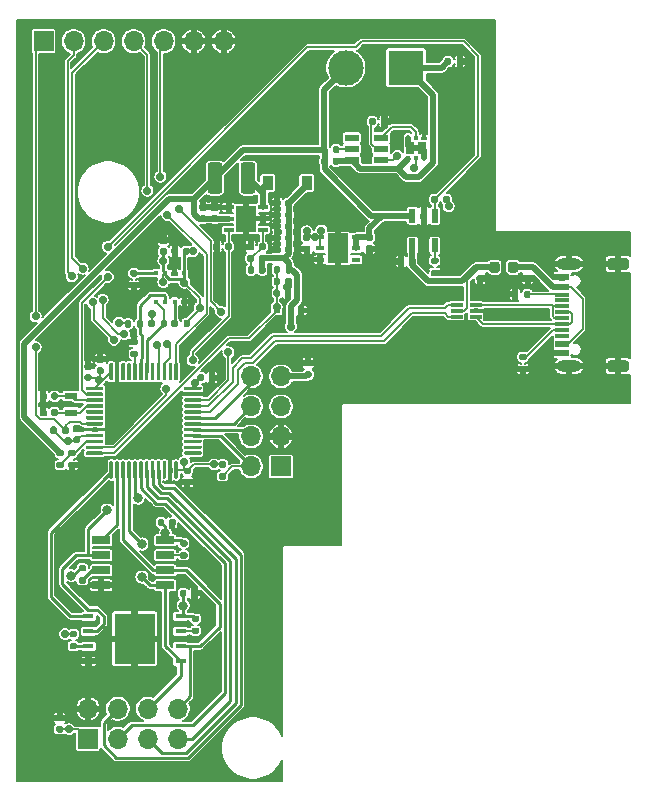
<source format=gtl>
G04 #@! TF.GenerationSoftware,KiCad,Pcbnew,(5.1.12)-1*
G04 #@! TF.CreationDate,2024-11-16T16:09:52+01:00*
G04 #@! TF.ProjectId,C7W1B1V1.0,43375731-4231-4563-912e-302e6b696361,rev?*
G04 #@! TF.SameCoordinates,Original*
G04 #@! TF.FileFunction,Copper,L1,Top*
G04 #@! TF.FilePolarity,Positive*
%FSLAX46Y46*%
G04 Gerber Fmt 4.6, Leading zero omitted, Abs format (unit mm)*
G04 Created by KiCad (PCBNEW (5.1.12)-1) date 2024-11-16 16:09:52*
%MOMM*%
%LPD*%
G01*
G04 APERTURE LIST*
G04 #@! TA.AperFunction,ComponentPad*
%ADD10O,1.700000X1.700000*%
G04 #@! TD*
G04 #@! TA.AperFunction,ComponentPad*
%ADD11R,1.700000X1.700000*%
G04 #@! TD*
G04 #@! TA.AperFunction,SMDPad,CuDef*
%ADD12R,1.750000X2.500000*%
G04 #@! TD*
G04 #@! TA.AperFunction,SMDPad,CuDef*
%ADD13R,0.800000X0.400000*%
G04 #@! TD*
G04 #@! TA.AperFunction,SMDPad,CuDef*
%ADD14R,0.990000X0.300000*%
G04 #@! TD*
G04 #@! TA.AperFunction,SMDPad,CuDef*
%ADD15R,1.150000X0.300000*%
G04 #@! TD*
G04 #@! TA.AperFunction,SMDPad,CuDef*
%ADD16R,1.150000X0.600000*%
G04 #@! TD*
G04 #@! TA.AperFunction,ComponentPad*
%ADD17O,2.100000X1.000000*%
G04 #@! TD*
G04 #@! TA.AperFunction,SMDPad,CuDef*
%ADD18R,0.600000X1.150000*%
G04 #@! TD*
G04 #@! TA.AperFunction,ComponentPad*
%ADD19C,3.000000*%
G04 #@! TD*
G04 #@! TA.AperFunction,ComponentPad*
%ADD20R,3.000000X3.000000*%
G04 #@! TD*
G04 #@! TA.AperFunction,SMDPad,CuDef*
%ADD21R,1.200000X0.600000*%
G04 #@! TD*
G04 #@! TA.AperFunction,SMDPad,CuDef*
%ADD22R,0.720000X1.050000*%
G04 #@! TD*
G04 #@! TA.AperFunction,SMDPad,CuDef*
%ADD23R,0.350000X0.300000*%
G04 #@! TD*
G04 #@! TA.AperFunction,SMDPad,CuDef*
%ADD24R,1.700000X2.200000*%
G04 #@! TD*
G04 #@! TA.AperFunction,SMDPad,CuDef*
%ADD25R,0.850000X0.400000*%
G04 #@! TD*
G04 #@! TA.AperFunction,SMDPad,CuDef*
%ADD26R,0.600000X0.450000*%
G04 #@! TD*
G04 #@! TA.AperFunction,SMDPad,CuDef*
%ADD27R,0.900000X1.200000*%
G04 #@! TD*
G04 #@! TA.AperFunction,SMDPad,CuDef*
%ADD28R,0.400000X0.400000*%
G04 #@! TD*
G04 #@! TA.AperFunction,SMDPad,CuDef*
%ADD29R,1.100000X0.600000*%
G04 #@! TD*
G04 #@! TA.AperFunction,SMDPad,CuDef*
%ADD30R,3.450000X4.350000*%
G04 #@! TD*
G04 #@! TA.AperFunction,SMDPad,CuDef*
%ADD31R,0.950000X0.450000*%
G04 #@! TD*
G04 #@! TA.AperFunction,SMDPad,CuDef*
%ADD32R,1.525000X0.700000*%
G04 #@! TD*
G04 #@! TA.AperFunction,ViaPad*
%ADD33C,0.700000*%
G04 #@! TD*
G04 #@! TA.AperFunction,ViaPad*
%ADD34C,0.800000*%
G04 #@! TD*
G04 #@! TA.AperFunction,Conductor*
%ADD35C,0.250000*%
G04 #@! TD*
G04 #@! TA.AperFunction,Conductor*
%ADD36C,0.160000*%
G04 #@! TD*
G04 #@! TA.AperFunction,Conductor*
%ADD37C,0.500000*%
G04 #@! TD*
G04 #@! TA.AperFunction,Conductor*
%ADD38C,0.200000*%
G04 #@! TD*
G04 #@! TA.AperFunction,Conductor*
%ADD39C,0.100000*%
G04 #@! TD*
G04 APERTURE END LIST*
D10*
G04 #@! TO.P,J5,7*
G04 #@! TO.N,GND*
X-68210000Y-92110000D03*
G04 #@! TO.P,J5,6*
X-70750000Y-92110000D03*
G04 #@! TO.P,J5,5*
G04 #@! TO.N,SWDIO*
X-73290000Y-92110000D03*
G04 #@! TO.P,J5,4*
G04 #@! TO.N,SWCLK*
X-75830000Y-92110000D03*
G04 #@! TO.P,J5,3*
G04 #@! TO.N,TX*
X-78370000Y-92110000D03*
G04 #@! TO.P,J5,2*
G04 #@! TO.N,RX*
X-80910000Y-92110000D03*
D11*
G04 #@! TO.P,J5,1*
G04 #@! TO.N,RST*
X-83450000Y-92110000D03*
G04 #@! TD*
D12*
G04 #@! TO.P,U9,7*
G04 #@! TO.N,GND*
X-58520000Y-109650000D03*
D13*
G04 #@! TO.P,U9,6*
G04 #@! TO.N,+BATT*
X-57020000Y-108700000D03*
G04 #@! TO.P,U9,5*
X-57020000Y-109650000D03*
G04 #@! TO.P,U9,4*
G04 #@! TO.N,Net-(U9-Pad4)*
X-57020000Y-110600000D03*
G04 #@! TO.P,U9,3*
G04 #@! TO.N,GND*
X-60020000Y-110600000D03*
G04 #@! TO.P,U9,2*
G04 #@! TO.N,+3V3*
X-60020000Y-109650000D03*
G04 #@! TO.P,U9,1*
X-60020000Y-108700000D03*
G04 #@! TD*
G04 #@! TO.P,C28,2*
G04 #@! TO.N,GND*
G04 #@! TA.AperFunction,SMDPad,CuDef*
G36*
G01*
X-56030000Y-109390000D02*
X-55690000Y-109390000D01*
G75*
G02*
X-55550000Y-109530000I0J-140000D01*
G01*
X-55550000Y-109810000D01*
G75*
G02*
X-55690000Y-109950000I-140000J0D01*
G01*
X-56030000Y-109950000D01*
G75*
G02*
X-56170000Y-109810000I0J140000D01*
G01*
X-56170000Y-109530000D01*
G75*
G02*
X-56030000Y-109390000I140000J0D01*
G01*
G37*
G04 #@! TD.AperFunction*
G04 #@! TO.P,C28,1*
G04 #@! TO.N,+BATT*
G04 #@! TA.AperFunction,SMDPad,CuDef*
G36*
G01*
X-56030000Y-108430000D02*
X-55690000Y-108430000D01*
G75*
G02*
X-55550000Y-108570000I0J-140000D01*
G01*
X-55550000Y-108850000D01*
G75*
G02*
X-55690000Y-108990000I-140000J0D01*
G01*
X-56030000Y-108990000D01*
G75*
G02*
X-56170000Y-108850000I0J140000D01*
G01*
X-56170000Y-108570000D01*
G75*
G02*
X-56030000Y-108430000I140000J0D01*
G01*
G37*
G04 #@! TD.AperFunction*
G04 #@! TD*
G04 #@! TO.P,C27,2*
G04 #@! TO.N,GND*
G04 #@! TA.AperFunction,SMDPad,CuDef*
G36*
G01*
X-61350000Y-109400000D02*
X-61010000Y-109400000D01*
G75*
G02*
X-60870000Y-109540000I0J-140000D01*
G01*
X-60870000Y-109820000D01*
G75*
G02*
X-61010000Y-109960000I-140000J0D01*
G01*
X-61350000Y-109960000D01*
G75*
G02*
X-61490000Y-109820000I0J140000D01*
G01*
X-61490000Y-109540000D01*
G75*
G02*
X-61350000Y-109400000I140000J0D01*
G01*
G37*
G04 #@! TD.AperFunction*
G04 #@! TO.P,C27,1*
G04 #@! TO.N,+3V3*
G04 #@! TA.AperFunction,SMDPad,CuDef*
G36*
G01*
X-61350000Y-108440000D02*
X-61010000Y-108440000D01*
G75*
G02*
X-60870000Y-108580000I0J-140000D01*
G01*
X-60870000Y-108860000D01*
G75*
G02*
X-61010000Y-109000000I-140000J0D01*
G01*
X-61350000Y-109000000D01*
G75*
G02*
X-61490000Y-108860000I0J140000D01*
G01*
X-61490000Y-108580000D01*
G75*
G02*
X-61350000Y-108440000I140000J0D01*
G01*
G37*
G04 #@! TD.AperFunction*
G04 #@! TD*
D14*
G04 #@! TO.P,U5,6*
G04 #@! TO.N,USB_D-*
X-48475000Y-115420000D03*
G04 #@! TO.P,U5,5*
G04 #@! TO.N,VBUS*
X-48475000Y-114920000D03*
G04 #@! TO.P,U5,4*
G04 #@! TO.N,USB_D+*
X-48475000Y-114420000D03*
G04 #@! TO.P,U5,3*
G04 #@! TO.N,Net-(J2-PadA6)*
X-46865000Y-114420000D03*
G04 #@! TO.P,U5,2*
G04 #@! TO.N,GND*
X-46865000Y-114920000D03*
G04 #@! TO.P,U5,1*
G04 #@! TO.N,Net-(J2-PadA7)*
X-46865000Y-115420000D03*
G04 #@! TD*
G04 #@! TO.P,R25,2*
G04 #@! TO.N,GND*
G04 #@! TA.AperFunction,SMDPad,CuDef*
G36*
G01*
X-81215000Y-127720000D02*
X-80845000Y-127720000D01*
G75*
G02*
X-80710000Y-127855000I0J-135000D01*
G01*
X-80710000Y-128125000D01*
G75*
G02*
X-80845000Y-128260000I-135000J0D01*
G01*
X-81215000Y-128260000D01*
G75*
G02*
X-81350000Y-128125000I0J135000D01*
G01*
X-81350000Y-127855000D01*
G75*
G02*
X-81215000Y-127720000I135000J0D01*
G01*
G37*
G04 #@! TD.AperFunction*
G04 #@! TO.P,R25,1*
G04 #@! TO.N,BATT*
G04 #@! TA.AperFunction,SMDPad,CuDef*
G36*
G01*
X-81215000Y-126700000D02*
X-80845000Y-126700000D01*
G75*
G02*
X-80710000Y-126835000I0J-135000D01*
G01*
X-80710000Y-127105000D01*
G75*
G02*
X-80845000Y-127240000I-135000J0D01*
G01*
X-81215000Y-127240000D01*
G75*
G02*
X-81350000Y-127105000I0J135000D01*
G01*
X-81350000Y-126835000D01*
G75*
G02*
X-81215000Y-126700000I135000J0D01*
G01*
G37*
G04 #@! TD.AperFunction*
G04 #@! TD*
G04 #@! TO.P,R24,2*
G04 #@! TO.N,BATT*
G04 #@! TA.AperFunction,SMDPad,CuDef*
G36*
G01*
X-82225000Y-127720000D02*
X-81855000Y-127720000D01*
G75*
G02*
X-81720000Y-127855000I0J-135000D01*
G01*
X-81720000Y-128125000D01*
G75*
G02*
X-81855000Y-128260000I-135000J0D01*
G01*
X-82225000Y-128260000D01*
G75*
G02*
X-82360000Y-128125000I0J135000D01*
G01*
X-82360000Y-127855000D01*
G75*
G02*
X-82225000Y-127720000I135000J0D01*
G01*
G37*
G04 #@! TD.AperFunction*
G04 #@! TO.P,R24,1*
G04 #@! TO.N,+BATT*
G04 #@! TA.AperFunction,SMDPad,CuDef*
G36*
G01*
X-82225000Y-126700000D02*
X-81855000Y-126700000D01*
G75*
G02*
X-81720000Y-126835000I0J-135000D01*
G01*
X-81720000Y-127105000D01*
G75*
G02*
X-81855000Y-127240000I-135000J0D01*
G01*
X-82225000Y-127240000D01*
G75*
G02*
X-82360000Y-127105000I0J135000D01*
G01*
X-82360000Y-126835000D01*
G75*
G02*
X-82225000Y-126700000I135000J0D01*
G01*
G37*
G04 #@! TD.AperFunction*
G04 #@! TD*
G04 #@! TO.P,R14,2*
G04 #@! TO.N,Net-(J2-PadB5)*
G04 #@! TA.AperFunction,SMDPad,CuDef*
G36*
G01*
X-42770000Y-113725000D02*
X-42770000Y-113355000D01*
G75*
G02*
X-42635000Y-113220000I135000J0D01*
G01*
X-42365000Y-113220000D01*
G75*
G02*
X-42230000Y-113355000I0J-135000D01*
G01*
X-42230000Y-113725000D01*
G75*
G02*
X-42365000Y-113860000I-135000J0D01*
G01*
X-42635000Y-113860000D01*
G75*
G02*
X-42770000Y-113725000I0J135000D01*
G01*
G37*
G04 #@! TD.AperFunction*
G04 #@! TO.P,R14,1*
G04 #@! TO.N,GND*
G04 #@! TA.AperFunction,SMDPad,CuDef*
G36*
G01*
X-43790000Y-113725000D02*
X-43790000Y-113355000D01*
G75*
G02*
X-43655000Y-113220000I135000J0D01*
G01*
X-43385000Y-113220000D01*
G75*
G02*
X-43250000Y-113355000I0J-135000D01*
G01*
X-43250000Y-113725000D01*
G75*
G02*
X-43385000Y-113860000I-135000J0D01*
G01*
X-43655000Y-113860000D01*
G75*
G02*
X-43790000Y-113725000I0J135000D01*
G01*
G37*
G04 #@! TD.AperFunction*
G04 #@! TD*
G04 #@! TO.P,R13,2*
G04 #@! TO.N,GND1*
G04 #@! TA.AperFunction,SMDPad,CuDef*
G36*
G01*
X-48950000Y-93635000D02*
X-48950000Y-94005000D01*
G75*
G02*
X-49085000Y-94140000I-135000J0D01*
G01*
X-49355000Y-94140000D01*
G75*
G02*
X-49490000Y-94005000I0J135000D01*
G01*
X-49490000Y-93635000D01*
G75*
G02*
X-49355000Y-93500000I135000J0D01*
G01*
X-49085000Y-93500000D01*
G75*
G02*
X-48950000Y-93635000I0J-135000D01*
G01*
G37*
G04 #@! TD.AperFunction*
G04 #@! TO.P,R13,1*
G04 #@! TO.N,GND*
G04 #@! TA.AperFunction,SMDPad,CuDef*
G36*
G01*
X-47930000Y-93635000D02*
X-47930000Y-94005000D01*
G75*
G02*
X-48065000Y-94140000I-135000J0D01*
G01*
X-48335000Y-94140000D01*
G75*
G02*
X-48470000Y-94005000I0J135000D01*
G01*
X-48470000Y-93635000D01*
G75*
G02*
X-48335000Y-93500000I135000J0D01*
G01*
X-48065000Y-93500000D01*
G75*
G02*
X-47930000Y-93635000I0J-135000D01*
G01*
G37*
G04 #@! TD.AperFunction*
G04 #@! TD*
G04 #@! TO.P,R12,2*
G04 #@! TO.N,Net-(J2-PadA5)*
G04 #@! TA.AperFunction,SMDPad,CuDef*
G36*
G01*
X-42675000Y-119110000D02*
X-43045000Y-119110000D01*
G75*
G02*
X-43180000Y-118975000I0J135000D01*
G01*
X-43180000Y-118705000D01*
G75*
G02*
X-43045000Y-118570000I135000J0D01*
G01*
X-42675000Y-118570000D01*
G75*
G02*
X-42540000Y-118705000I0J-135000D01*
G01*
X-42540000Y-118975000D01*
G75*
G02*
X-42675000Y-119110000I-135000J0D01*
G01*
G37*
G04 #@! TD.AperFunction*
G04 #@! TO.P,R12,1*
G04 #@! TO.N,GND*
G04 #@! TA.AperFunction,SMDPad,CuDef*
G36*
G01*
X-42675000Y-120130000D02*
X-43045000Y-120130000D01*
G75*
G02*
X-43180000Y-119995000I0J135000D01*
G01*
X-43180000Y-119725000D01*
G75*
G02*
X-43045000Y-119590000I135000J0D01*
G01*
X-42675000Y-119590000D01*
G75*
G02*
X-42540000Y-119725000I0J-135000D01*
G01*
X-42540000Y-119995000D01*
G75*
G02*
X-42675000Y-120130000I-135000J0D01*
G01*
G37*
G04 #@! TD.AperFunction*
G04 #@! TD*
D15*
G04 #@! TO.P,J2,B8*
G04 #@! TO.N,Net-(J2-PadB8)*
X-39545000Y-117050000D03*
G04 #@! TO.P,J2,A5*
G04 #@! TO.N,Net-(J2-PadA5)*
X-39545000Y-116550000D03*
G04 #@! TO.P,J2,B7*
G04 #@! TO.N,Net-(J2-PadA7)*
X-39545000Y-116050000D03*
G04 #@! TO.P,J2,B5*
G04 #@! TO.N,Net-(J2-PadB5)*
X-39545000Y-113550000D03*
G04 #@! TO.P,J2,A8*
G04 #@! TO.N,Net-(J2-PadA8)*
X-39545000Y-114050000D03*
G04 #@! TO.P,J2,B6*
G04 #@! TO.N,Net-(J2-PadA6)*
X-39545000Y-114550000D03*
G04 #@! TO.P,J2,A6*
X-39545000Y-115550000D03*
G04 #@! TO.P,J2,A7*
G04 #@! TO.N,Net-(J2-PadA7)*
X-39545000Y-115050000D03*
D16*
G04 #@! TO.P,J2,B4_A9*
G04 #@! TO.N,/Power/USB_VBUS*
X-39545000Y-112900000D03*
G04 #@! TO.P,J2,A4_B9*
X-39545000Y-117700000D03*
G04 #@! TO.P,J2,B1_A12*
G04 #@! TO.N,GND*
X-39545000Y-112100000D03*
G04 #@! TO.P,J2,A1_B12*
X-39545000Y-118500000D03*
D17*
G04 #@! TO.P,J2,SH2*
X-38970000Y-110980000D03*
G04 #@! TO.P,J2,SH1*
X-38970000Y-119620000D03*
G04 #@! TO.P,J2,SH4*
G04 #@! TA.AperFunction,ComponentPad*
G36*
G01*
X-34140000Y-111480000D02*
X-35440000Y-111480000D01*
G75*
G02*
X-35690000Y-111230000I0J250000D01*
G01*
X-35690000Y-110730000D01*
G75*
G02*
X-35440000Y-110480000I250000J0D01*
G01*
X-34140000Y-110480000D01*
G75*
G02*
X-33890000Y-110730000I0J-250000D01*
G01*
X-33890000Y-111230000D01*
G75*
G02*
X-34140000Y-111480000I-250000J0D01*
G01*
G37*
G04 #@! TD.AperFunction*
G04 #@! TO.P,J2,SH3*
G04 #@! TA.AperFunction,ComponentPad*
G36*
G01*
X-34140000Y-120120000D02*
X-35440000Y-120120000D01*
G75*
G02*
X-35690000Y-119870000I0J250000D01*
G01*
X-35690000Y-119370000D01*
G75*
G02*
X-35440000Y-119120000I250000J0D01*
G01*
X-34140000Y-119120000D01*
G75*
G02*
X-33890000Y-119370000I0J-250000D01*
G01*
X-33890000Y-119870000D01*
G75*
G02*
X-34140000Y-120120000I-250000J0D01*
G01*
G37*
G04 #@! TD.AperFunction*
G04 #@! TD*
G04 #@! TO.P,F1,2*
G04 #@! TO.N,/Power/USB_VBUS*
G04 #@! TA.AperFunction,SMDPad,CuDef*
G36*
G01*
X-44140000Y-111496250D02*
X-44140000Y-110983750D01*
G75*
G02*
X-43921250Y-110765000I218750J0D01*
G01*
X-43483750Y-110765000D01*
G75*
G02*
X-43265000Y-110983750I0J-218750D01*
G01*
X-43265000Y-111496250D01*
G75*
G02*
X-43483750Y-111715000I-218750J0D01*
G01*
X-43921250Y-111715000D01*
G75*
G02*
X-44140000Y-111496250I0J218750D01*
G01*
G37*
G04 #@! TD.AperFunction*
G04 #@! TO.P,F1,1*
G04 #@! TO.N,VBUS*
G04 #@! TA.AperFunction,SMDPad,CuDef*
G36*
G01*
X-45715000Y-111496250D02*
X-45715000Y-110983750D01*
G75*
G02*
X-45496250Y-110765000I218750J0D01*
G01*
X-45058750Y-110765000D01*
G75*
G02*
X-44840000Y-110983750I0J-218750D01*
G01*
X-44840000Y-111496250D01*
G75*
G02*
X-45058750Y-111715000I-218750J0D01*
G01*
X-45496250Y-111715000D01*
G75*
G02*
X-45715000Y-111496250I0J218750D01*
G01*
G37*
G04 #@! TD.AperFunction*
G04 #@! TD*
G04 #@! TO.P,C14,2*
G04 #@! TO.N,GND*
G04 #@! TA.AperFunction,SMDPad,CuDef*
G36*
G01*
X-46670000Y-111910000D02*
X-46330000Y-111910000D01*
G75*
G02*
X-46190000Y-112050000I0J-140000D01*
G01*
X-46190000Y-112330000D01*
G75*
G02*
X-46330000Y-112470000I-140000J0D01*
G01*
X-46670000Y-112470000D01*
G75*
G02*
X-46810000Y-112330000I0J140000D01*
G01*
X-46810000Y-112050000D01*
G75*
G02*
X-46670000Y-111910000I140000J0D01*
G01*
G37*
G04 #@! TD.AperFunction*
G04 #@! TO.P,C14,1*
G04 #@! TO.N,VBUS*
G04 #@! TA.AperFunction,SMDPad,CuDef*
G36*
G01*
X-46670000Y-110950000D02*
X-46330000Y-110950000D01*
G75*
G02*
X-46190000Y-111090000I0J-140000D01*
G01*
X-46190000Y-111370000D01*
G75*
G02*
X-46330000Y-111510000I-140000J0D01*
G01*
X-46670000Y-111510000D01*
G75*
G02*
X-46810000Y-111370000I0J140000D01*
G01*
X-46810000Y-111090000D01*
G75*
G02*
X-46670000Y-110950000I140000J0D01*
G01*
G37*
G04 #@! TD.AperFunction*
G04 #@! TD*
G04 #@! TO.P,C13,2*
G04 #@! TO.N,GND*
G04 #@! TA.AperFunction,SMDPad,CuDef*
G36*
G01*
X-42630000Y-111910000D02*
X-42290000Y-111910000D01*
G75*
G02*
X-42150000Y-112050000I0J-140000D01*
G01*
X-42150000Y-112330000D01*
G75*
G02*
X-42290000Y-112470000I-140000J0D01*
G01*
X-42630000Y-112470000D01*
G75*
G02*
X-42770000Y-112330000I0J140000D01*
G01*
X-42770000Y-112050000D01*
G75*
G02*
X-42630000Y-111910000I140000J0D01*
G01*
G37*
G04 #@! TD.AperFunction*
G04 #@! TO.P,C13,1*
G04 #@! TO.N,/Power/USB_VBUS*
G04 #@! TA.AperFunction,SMDPad,CuDef*
G36*
G01*
X-42630000Y-110950000D02*
X-42290000Y-110950000D01*
G75*
G02*
X-42150000Y-111090000I0J-140000D01*
G01*
X-42150000Y-111370000D01*
G75*
G02*
X-42290000Y-111510000I-140000J0D01*
G01*
X-42630000Y-111510000D01*
G75*
G02*
X-42770000Y-111370000I0J140000D01*
G01*
X-42770000Y-111090000D01*
G75*
G02*
X-42630000Y-110950000I140000J0D01*
G01*
G37*
G04 #@! TD.AperFunction*
G04 #@! TD*
D18*
G04 #@! TO.P,U6,5*
G04 #@! TO.N,Net-(R17-Pad1)*
X-50320000Y-109390000D03*
G04 #@! TO.P,U6,4*
G04 #@! TO.N,VBUS*
X-52220000Y-109390000D03*
G04 #@! TO.P,U6,3*
G04 #@! TO.N,+BATT*
X-52220000Y-106890000D03*
G04 #@! TO.P,U6,2*
G04 #@! TO.N,GND*
X-51270000Y-106890000D03*
G04 #@! TO.P,U6,1*
G04 #@! TO.N,~CHRG_STATUS*
X-50320000Y-106890000D03*
G04 #@! TD*
G04 #@! TO.P,R17,2*
G04 #@! TO.N,GND*
G04 #@! TA.AperFunction,SMDPad,CuDef*
G36*
G01*
X-50515000Y-111440000D02*
X-50145000Y-111440000D01*
G75*
G02*
X-50010000Y-111575000I0J-135000D01*
G01*
X-50010000Y-111845000D01*
G75*
G02*
X-50145000Y-111980000I-135000J0D01*
G01*
X-50515000Y-111980000D01*
G75*
G02*
X-50650000Y-111845000I0J135000D01*
G01*
X-50650000Y-111575000D01*
G75*
G02*
X-50515000Y-111440000I135000J0D01*
G01*
G37*
G04 #@! TD.AperFunction*
G04 #@! TO.P,R17,1*
G04 #@! TO.N,Net-(R17-Pad1)*
G04 #@! TA.AperFunction,SMDPad,CuDef*
G36*
G01*
X-50515000Y-110420000D02*
X-50145000Y-110420000D01*
G75*
G02*
X-50010000Y-110555000I0J-135000D01*
G01*
X-50010000Y-110825000D01*
G75*
G02*
X-50145000Y-110960000I-135000J0D01*
G01*
X-50515000Y-110960000D01*
G75*
G02*
X-50650000Y-110825000I0J135000D01*
G01*
X-50650000Y-110555000D01*
G75*
G02*
X-50515000Y-110420000I135000J0D01*
G01*
G37*
G04 #@! TD.AperFunction*
G04 #@! TD*
G04 #@! TO.P,R16,2*
G04 #@! TO.N,~CHRG_STATUS*
G04 #@! TA.AperFunction,SMDPad,CuDef*
G36*
G01*
X-50080000Y-105315000D02*
X-50080000Y-105685000D01*
G75*
G02*
X-50215000Y-105820000I-135000J0D01*
G01*
X-50485000Y-105820000D01*
G75*
G02*
X-50620000Y-105685000I0J135000D01*
G01*
X-50620000Y-105315000D01*
G75*
G02*
X-50485000Y-105180000I135000J0D01*
G01*
X-50215000Y-105180000D01*
G75*
G02*
X-50080000Y-105315000I0J-135000D01*
G01*
G37*
G04 #@! TD.AperFunction*
G04 #@! TO.P,R16,1*
G04 #@! TO.N,+3V3*
G04 #@! TA.AperFunction,SMDPad,CuDef*
G36*
G01*
X-49060000Y-105315000D02*
X-49060000Y-105685000D01*
G75*
G02*
X-49195000Y-105820000I-135000J0D01*
G01*
X-49465000Y-105820000D01*
G75*
G02*
X-49600000Y-105685000I0J135000D01*
G01*
X-49600000Y-105315000D01*
G75*
G02*
X-49465000Y-105180000I135000J0D01*
G01*
X-49195000Y-105180000D01*
G75*
G02*
X-49060000Y-105315000I0J-135000D01*
G01*
G37*
G04 #@! TD.AperFunction*
G04 #@! TD*
D19*
G04 #@! TO.P,J3,2*
G04 #@! TO.N,+BATT*
X-57850000Y-94350000D03*
D20*
G04 #@! TO.P,J3,1*
G04 #@! TO.N,GND1*
X-52770000Y-94350000D03*
G04 #@! TD*
G04 #@! TO.P,C17,2*
G04 #@! TO.N,GND*
G04 #@! TA.AperFunction,SMDPad,CuDef*
G36*
G01*
X-52910000Y-110580000D02*
X-52910000Y-110920000D01*
G75*
G02*
X-53050000Y-111060000I-140000J0D01*
G01*
X-53330000Y-111060000D01*
G75*
G02*
X-53470000Y-110920000I0J140000D01*
G01*
X-53470000Y-110580000D01*
G75*
G02*
X-53330000Y-110440000I140000J0D01*
G01*
X-53050000Y-110440000D01*
G75*
G02*
X-52910000Y-110580000I0J-140000D01*
G01*
G37*
G04 #@! TD.AperFunction*
G04 #@! TO.P,C17,1*
G04 #@! TO.N,VBUS*
G04 #@! TA.AperFunction,SMDPad,CuDef*
G36*
G01*
X-51950000Y-110580000D02*
X-51950000Y-110920000D01*
G75*
G02*
X-52090000Y-111060000I-140000J0D01*
G01*
X-52370000Y-111060000D01*
G75*
G02*
X-52510000Y-110920000I0J140000D01*
G01*
X-52510000Y-110580000D01*
G75*
G02*
X-52370000Y-110440000I140000J0D01*
G01*
X-52090000Y-110440000D01*
G75*
G02*
X-51950000Y-110580000I0J-140000D01*
G01*
G37*
G04 #@! TD.AperFunction*
G04 #@! TD*
D21*
G04 #@! TO.P,U8,6*
G04 #@! TO.N,GND1*
X-57360000Y-102180000D03*
G04 #@! TO.P,U8,5*
G04 #@! TO.N,Net-(R23-Pad1)*
X-57360000Y-101230000D03*
G04 #@! TO.P,U8,4*
G04 #@! TO.N,Net-(U8-Pad4)*
X-57360000Y-100280000D03*
G04 #@! TO.P,U8,3*
G04 #@! TO.N,Net-(Q1-Pad5)*
X-54860000Y-100280000D03*
G04 #@! TO.P,U8,2*
G04 #@! TO.N,Net-(R20-Pad1)*
X-54860000Y-101230000D03*
G04 #@! TO.P,U8,1*
G04 #@! TO.N,Net-(Q1-Pad2)*
X-54860000Y-102180000D03*
G04 #@! TD*
D22*
G04 #@! TO.P,Q1,8*
G04 #@! TO.N,Net-(Q1-Pad3)*
X-51430000Y-101150000D03*
G04 #@! TO.P,Q1,7*
X-52410000Y-101150000D03*
D23*
G04 #@! TO.P,Q1,6*
X-52570000Y-100275000D03*
G04 #@! TO.P,Q1,5*
G04 #@! TO.N,Net-(Q1-Pad5)*
X-51920000Y-100275000D03*
G04 #@! TO.P,Q1,4*
G04 #@! TO.N,GND*
X-51270000Y-100275000D03*
G04 #@! TO.P,Q1,3*
G04 #@! TO.N,Net-(Q1-Pad3)*
X-51270000Y-102025000D03*
G04 #@! TO.P,Q1,2*
G04 #@! TO.N,Net-(Q1-Pad2)*
X-51920000Y-102025000D03*
G04 #@! TO.P,Q1,1*
G04 #@! TO.N,GND1*
X-52570000Y-102025000D03*
G04 #@! TD*
G04 #@! TO.P,R23,2*
G04 #@! TO.N,+BATT*
G04 #@! TA.AperFunction,SMDPad,CuDef*
G36*
G01*
X-59440000Y-101095000D02*
X-59440000Y-101465000D01*
G75*
G02*
X-59575000Y-101600000I-135000J0D01*
G01*
X-59845000Y-101600000D01*
G75*
G02*
X-59980000Y-101465000I0J135000D01*
G01*
X-59980000Y-101095000D01*
G75*
G02*
X-59845000Y-100960000I135000J0D01*
G01*
X-59575000Y-100960000D01*
G75*
G02*
X-59440000Y-101095000I0J-135000D01*
G01*
G37*
G04 #@! TD.AperFunction*
G04 #@! TO.P,R23,1*
G04 #@! TO.N,Net-(R23-Pad1)*
G04 #@! TA.AperFunction,SMDPad,CuDef*
G36*
G01*
X-58420000Y-101095000D02*
X-58420000Y-101465000D01*
G75*
G02*
X-58555000Y-101600000I-135000J0D01*
G01*
X-58825000Y-101600000D01*
G75*
G02*
X-58960000Y-101465000I0J135000D01*
G01*
X-58960000Y-101095000D01*
G75*
G02*
X-58825000Y-100960000I135000J0D01*
G01*
X-58555000Y-100960000D01*
G75*
G02*
X-58420000Y-101095000I0J-135000D01*
G01*
G37*
G04 #@! TD.AperFunction*
G04 #@! TD*
G04 #@! TO.P,R20,2*
G04 #@! TO.N,GND*
G04 #@! TA.AperFunction,SMDPad,CuDef*
G36*
G01*
X-54860000Y-99085000D02*
X-54860000Y-98715000D01*
G75*
G02*
X-54725000Y-98580000I135000J0D01*
G01*
X-54455000Y-98580000D01*
G75*
G02*
X-54320000Y-98715000I0J-135000D01*
G01*
X-54320000Y-99085000D01*
G75*
G02*
X-54455000Y-99220000I-135000J0D01*
G01*
X-54725000Y-99220000D01*
G75*
G02*
X-54860000Y-99085000I0J135000D01*
G01*
G37*
G04 #@! TD.AperFunction*
G04 #@! TO.P,R20,1*
G04 #@! TO.N,Net-(R20-Pad1)*
G04 #@! TA.AperFunction,SMDPad,CuDef*
G36*
G01*
X-55880000Y-99085000D02*
X-55880000Y-98715000D01*
G75*
G02*
X-55745000Y-98580000I135000J0D01*
G01*
X-55475000Y-98580000D01*
G75*
G02*
X-55340000Y-98715000I0J-135000D01*
G01*
X-55340000Y-99085000D01*
G75*
G02*
X-55475000Y-99220000I-135000J0D01*
G01*
X-55745000Y-99220000D01*
G75*
G02*
X-55880000Y-99085000I0J135000D01*
G01*
G37*
G04 #@! TD.AperFunction*
G04 #@! TD*
G04 #@! TO.P,C24,2*
G04 #@! TO.N,GND1*
G04 #@! TA.AperFunction,SMDPad,CuDef*
G36*
G01*
X-58980000Y-102440000D02*
X-58980000Y-102100000D01*
G75*
G02*
X-58840000Y-101960000I140000J0D01*
G01*
X-58560000Y-101960000D01*
G75*
G02*
X-58420000Y-102100000I0J-140000D01*
G01*
X-58420000Y-102440000D01*
G75*
G02*
X-58560000Y-102580000I-140000J0D01*
G01*
X-58840000Y-102580000D01*
G75*
G02*
X-58980000Y-102440000I0J140000D01*
G01*
G37*
G04 #@! TD.AperFunction*
G04 #@! TO.P,C24,1*
G04 #@! TO.N,+BATT*
G04 #@! TA.AperFunction,SMDPad,CuDef*
G36*
G01*
X-59940000Y-102440000D02*
X-59940000Y-102100000D01*
G75*
G02*
X-59800000Y-101960000I140000J0D01*
G01*
X-59520000Y-101960000D01*
G75*
G02*
X-59380000Y-102100000I0J-140000D01*
G01*
X-59380000Y-102440000D01*
G75*
G02*
X-59520000Y-102580000I-140000J0D01*
G01*
X-59800000Y-102580000D01*
G75*
G02*
X-59940000Y-102440000I0J140000D01*
G01*
G37*
G04 #@! TD.AperFunction*
G04 #@! TD*
D24*
G04 #@! TO.P,U7,7*
G04 #@! TO.N,GND*
X-66330000Y-107130000D03*
D25*
G04 #@! TO.P,U7,6*
G04 #@! TO.N,Net-(D1-Pad2)*
X-64880000Y-106180000D03*
G04 #@! TO.P,U7,5*
G04 #@! TO.N,GND*
X-64880000Y-107130000D03*
G04 #@! TO.P,U7,4*
G04 #@! TO.N,Net-(C18-Pad2)*
X-64880000Y-108080000D03*
G04 #@! TO.P,U7,3*
G04 #@! TO.N,5V_EN*
X-67780000Y-108080000D03*
G04 #@! TO.P,U7,2*
G04 #@! TO.N,+BATT*
X-67780000Y-107130000D03*
G04 #@! TO.P,U7,1*
G04 #@! TO.N,GND*
X-67780000Y-106180000D03*
G04 #@! TD*
G04 #@! TO.P,R22,2*
G04 #@! TO.N,GND*
G04 #@! TA.AperFunction,SMDPad,CuDef*
G36*
G01*
X-62960000Y-112625000D02*
X-62960000Y-112255000D01*
G75*
G02*
X-62825000Y-112120000I135000J0D01*
G01*
X-62555000Y-112120000D01*
G75*
G02*
X-62420000Y-112255000I0J-135000D01*
G01*
X-62420000Y-112625000D01*
G75*
G02*
X-62555000Y-112760000I-135000J0D01*
G01*
X-62825000Y-112760000D01*
G75*
G02*
X-62960000Y-112625000I0J135000D01*
G01*
G37*
G04 #@! TD.AperFunction*
G04 #@! TO.P,R22,1*
G04 #@! TO.N,5V_TEST*
G04 #@! TA.AperFunction,SMDPad,CuDef*
G36*
G01*
X-63980000Y-112625000D02*
X-63980000Y-112255000D01*
G75*
G02*
X-63845000Y-112120000I135000J0D01*
G01*
X-63575000Y-112120000D01*
G75*
G02*
X-63440000Y-112255000I0J-135000D01*
G01*
X-63440000Y-112625000D01*
G75*
G02*
X-63575000Y-112760000I-135000J0D01*
G01*
X-63845000Y-112760000D01*
G75*
G02*
X-63980000Y-112625000I0J135000D01*
G01*
G37*
G04 #@! TD.AperFunction*
G04 #@! TD*
G04 #@! TO.P,R21,2*
G04 #@! TO.N,5V_TEST*
G04 #@! TA.AperFunction,SMDPad,CuDef*
G36*
G01*
X-63440000Y-111265000D02*
X-63440000Y-111635000D01*
G75*
G02*
X-63575000Y-111770000I-135000J0D01*
G01*
X-63845000Y-111770000D01*
G75*
G02*
X-63980000Y-111635000I0J135000D01*
G01*
X-63980000Y-111265000D01*
G75*
G02*
X-63845000Y-111130000I135000J0D01*
G01*
X-63575000Y-111130000D01*
G75*
G02*
X-63440000Y-111265000I0J-135000D01*
G01*
G37*
G04 #@! TD.AperFunction*
G04 #@! TO.P,R21,1*
G04 #@! TO.N,+5V*
G04 #@! TA.AperFunction,SMDPad,CuDef*
G36*
G01*
X-62420000Y-111265000D02*
X-62420000Y-111635000D01*
G75*
G02*
X-62555000Y-111770000I-135000J0D01*
G01*
X-62825000Y-111770000D01*
G75*
G02*
X-62960000Y-111635000I0J135000D01*
G01*
X-62960000Y-111265000D01*
G75*
G02*
X-62825000Y-111130000I135000J0D01*
G01*
X-62555000Y-111130000D01*
G75*
G02*
X-62420000Y-111265000I0J-135000D01*
G01*
G37*
G04 #@! TD.AperFunction*
G04 #@! TD*
G04 #@! TO.P,R19,2*
G04 #@! TO.N,GND*
G04 #@! TA.AperFunction,SMDPad,CuDef*
G36*
G01*
X-65650000Y-109305000D02*
X-65650000Y-109675000D01*
G75*
G02*
X-65785000Y-109810000I-135000J0D01*
G01*
X-66055000Y-109810000D01*
G75*
G02*
X-66190000Y-109675000I0J135000D01*
G01*
X-66190000Y-109305000D01*
G75*
G02*
X-66055000Y-109170000I135000J0D01*
G01*
X-65785000Y-109170000D01*
G75*
G02*
X-65650000Y-109305000I0J-135000D01*
G01*
G37*
G04 #@! TD.AperFunction*
G04 #@! TO.P,R19,1*
G04 #@! TO.N,Net-(C18-Pad2)*
G04 #@! TA.AperFunction,SMDPad,CuDef*
G36*
G01*
X-64630000Y-109305000D02*
X-64630000Y-109675000D01*
G75*
G02*
X-64765000Y-109810000I-135000J0D01*
G01*
X-65035000Y-109810000D01*
G75*
G02*
X-65170000Y-109675000I0J135000D01*
G01*
X-65170000Y-109305000D01*
G75*
G02*
X-65035000Y-109170000I135000J0D01*
G01*
X-64765000Y-109170000D01*
G75*
G02*
X-64630000Y-109305000I0J-135000D01*
G01*
G37*
G04 #@! TD.AperFunction*
G04 #@! TD*
G04 #@! TO.P,R18,2*
G04 #@! TO.N,Net-(C18-Pad2)*
G04 #@! TA.AperFunction,SMDPad,CuDef*
G36*
G01*
X-65660000Y-110305000D02*
X-65660000Y-110675000D01*
G75*
G02*
X-65795000Y-110810000I-135000J0D01*
G01*
X-66065000Y-110810000D01*
G75*
G02*
X-66200000Y-110675000I0J135000D01*
G01*
X-66200000Y-110305000D01*
G75*
G02*
X-66065000Y-110170000I135000J0D01*
G01*
X-65795000Y-110170000D01*
G75*
G02*
X-65660000Y-110305000I0J-135000D01*
G01*
G37*
G04 #@! TD.AperFunction*
G04 #@! TO.P,R18,1*
G04 #@! TO.N,+5V*
G04 #@! TA.AperFunction,SMDPad,CuDef*
G36*
G01*
X-64640000Y-110305000D02*
X-64640000Y-110675000D01*
G75*
G02*
X-64775000Y-110810000I-135000J0D01*
G01*
X-65045000Y-110810000D01*
G75*
G02*
X-65180000Y-110675000I0J135000D01*
G01*
X-65180000Y-110305000D01*
G75*
G02*
X-65045000Y-110170000I135000J0D01*
G01*
X-64775000Y-110170000D01*
G75*
G02*
X-64640000Y-110305000I0J-135000D01*
G01*
G37*
G04 #@! TD.AperFunction*
G04 #@! TD*
G04 #@! TO.P,R15,2*
G04 #@! TO.N,GND*
G04 #@! TA.AperFunction,SMDPad,CuDef*
G36*
G01*
X-68530000Y-109295000D02*
X-68530000Y-109665000D01*
G75*
G02*
X-68665000Y-109800000I-135000J0D01*
G01*
X-68935000Y-109800000D01*
G75*
G02*
X-69070000Y-109665000I0J135000D01*
G01*
X-69070000Y-109295000D01*
G75*
G02*
X-68935000Y-109160000I135000J0D01*
G01*
X-68665000Y-109160000D01*
G75*
G02*
X-68530000Y-109295000I0J-135000D01*
G01*
G37*
G04 #@! TD.AperFunction*
G04 #@! TO.P,R15,1*
G04 #@! TO.N,5V_EN*
G04 #@! TA.AperFunction,SMDPad,CuDef*
G36*
G01*
X-67510000Y-109295000D02*
X-67510000Y-109665000D01*
G75*
G02*
X-67645000Y-109800000I-135000J0D01*
G01*
X-67915000Y-109800000D01*
G75*
G02*
X-68050000Y-109665000I0J135000D01*
G01*
X-68050000Y-109295000D01*
G75*
G02*
X-67915000Y-109160000I135000J0D01*
G01*
X-67645000Y-109160000D01*
G75*
G02*
X-67510000Y-109295000I0J-135000D01*
G01*
G37*
G04 #@! TD.AperFunction*
G04 #@! TD*
G04 #@! TO.P,L1,2*
G04 #@! TO.N,Net-(D1-Pad2)*
G04 #@! TA.AperFunction,SMDPad,CuDef*
G36*
G01*
X-66765000Y-104765000D02*
X-66765000Y-102615000D01*
G75*
G02*
X-66515000Y-102365000I250000J0D01*
G01*
X-65765000Y-102365000D01*
G75*
G02*
X-65515000Y-102615000I0J-250000D01*
G01*
X-65515000Y-104765000D01*
G75*
G02*
X-65765000Y-105015000I-250000J0D01*
G01*
X-66515000Y-105015000D01*
G75*
G02*
X-66765000Y-104765000I0J250000D01*
G01*
G37*
G04 #@! TD.AperFunction*
G04 #@! TO.P,L1,1*
G04 #@! TO.N,+BATT*
G04 #@! TA.AperFunction,SMDPad,CuDef*
G36*
G01*
X-69565000Y-104765000D02*
X-69565000Y-102615000D01*
G75*
G02*
X-69315000Y-102365000I250000J0D01*
G01*
X-68565000Y-102365000D01*
G75*
G02*
X-68315000Y-102615000I0J-250000D01*
G01*
X-68315000Y-104765000D01*
G75*
G02*
X-68565000Y-105015000I-250000J0D01*
G01*
X-69315000Y-105015000D01*
G75*
G02*
X-69565000Y-104765000I0J250000D01*
G01*
G37*
G04 #@! TD.AperFunction*
G04 #@! TD*
D26*
G04 #@! TO.P,D2,2*
G04 #@! TO.N,GND*
X-61620000Y-114920000D03*
G04 #@! TO.P,D2,1*
G04 #@! TO.N,5V_TEST*
X-63720000Y-114920000D03*
G04 #@! TD*
D27*
G04 #@! TO.P,D1,2*
G04 #@! TO.N,Net-(D1-Pad2)*
X-64480000Y-104110000D03*
G04 #@! TO.P,D1,1*
G04 #@! TO.N,+5V*
X-61180000Y-104110000D03*
G04 #@! TD*
G04 #@! TO.P,C25,2*
G04 #@! TO.N,GND*
G04 #@! TA.AperFunction,SMDPad,CuDef*
G36*
G01*
X-63390000Y-105650000D02*
X-63390000Y-105990000D01*
G75*
G02*
X-63530000Y-106130000I-140000J0D01*
G01*
X-63810000Y-106130000D01*
G75*
G02*
X-63950000Y-105990000I0J140000D01*
G01*
X-63950000Y-105650000D01*
G75*
G02*
X-63810000Y-105510000I140000J0D01*
G01*
X-63530000Y-105510000D01*
G75*
G02*
X-63390000Y-105650000I0J-140000D01*
G01*
G37*
G04 #@! TD.AperFunction*
G04 #@! TO.P,C25,1*
G04 #@! TO.N,+5V*
G04 #@! TA.AperFunction,SMDPad,CuDef*
G36*
G01*
X-62430000Y-105650000D02*
X-62430000Y-105990000D01*
G75*
G02*
X-62570000Y-106130000I-140000J0D01*
G01*
X-62850000Y-106130000D01*
G75*
G02*
X-62990000Y-105990000I0J140000D01*
G01*
X-62990000Y-105650000D01*
G75*
G02*
X-62850000Y-105510000I140000J0D01*
G01*
X-62570000Y-105510000D01*
G75*
G02*
X-62430000Y-105650000I0J-140000D01*
G01*
G37*
G04 #@! TD.AperFunction*
G04 #@! TD*
G04 #@! TO.P,C23,2*
G04 #@! TO.N,GND*
G04 #@! TA.AperFunction,SMDPad,CuDef*
G36*
G01*
X-63390000Y-109570000D02*
X-63390000Y-109910000D01*
G75*
G02*
X-63530000Y-110050000I-140000J0D01*
G01*
X-63810000Y-110050000D01*
G75*
G02*
X-63950000Y-109910000I0J140000D01*
G01*
X-63950000Y-109570000D01*
G75*
G02*
X-63810000Y-109430000I140000J0D01*
G01*
X-63530000Y-109430000D01*
G75*
G02*
X-63390000Y-109570000I0J-140000D01*
G01*
G37*
G04 #@! TD.AperFunction*
G04 #@! TO.P,C23,1*
G04 #@! TO.N,+5V*
G04 #@! TA.AperFunction,SMDPad,CuDef*
G36*
G01*
X-62430000Y-109570000D02*
X-62430000Y-109910000D01*
G75*
G02*
X-62570000Y-110050000I-140000J0D01*
G01*
X-62850000Y-110050000D01*
G75*
G02*
X-62990000Y-109910000I0J140000D01*
G01*
X-62990000Y-109570000D01*
G75*
G02*
X-62850000Y-109430000I140000J0D01*
G01*
X-62570000Y-109430000D01*
G75*
G02*
X-62430000Y-109570000I0J-140000D01*
G01*
G37*
G04 #@! TD.AperFunction*
G04 #@! TD*
G04 #@! TO.P,C22,2*
G04 #@! TO.N,GND*
G04 #@! TA.AperFunction,SMDPad,CuDef*
G36*
G01*
X-63390000Y-108580000D02*
X-63390000Y-108920000D01*
G75*
G02*
X-63530000Y-109060000I-140000J0D01*
G01*
X-63810000Y-109060000D01*
G75*
G02*
X-63950000Y-108920000I0J140000D01*
G01*
X-63950000Y-108580000D01*
G75*
G02*
X-63810000Y-108440000I140000J0D01*
G01*
X-63530000Y-108440000D01*
G75*
G02*
X-63390000Y-108580000I0J-140000D01*
G01*
G37*
G04 #@! TD.AperFunction*
G04 #@! TO.P,C22,1*
G04 #@! TO.N,+5V*
G04 #@! TA.AperFunction,SMDPad,CuDef*
G36*
G01*
X-62430000Y-108580000D02*
X-62430000Y-108920000D01*
G75*
G02*
X-62570000Y-109060000I-140000J0D01*
G01*
X-62850000Y-109060000D01*
G75*
G02*
X-62990000Y-108920000I0J140000D01*
G01*
X-62990000Y-108580000D01*
G75*
G02*
X-62850000Y-108440000I140000J0D01*
G01*
X-62570000Y-108440000D01*
G75*
G02*
X-62430000Y-108580000I0J-140000D01*
G01*
G37*
G04 #@! TD.AperFunction*
G04 #@! TD*
G04 #@! TO.P,C21,2*
G04 #@! TO.N,GND*
G04 #@! TA.AperFunction,SMDPad,CuDef*
G36*
G01*
X-63030000Y-113600000D02*
X-63030000Y-113260000D01*
G75*
G02*
X-62890000Y-113120000I140000J0D01*
G01*
X-62610000Y-113120000D01*
G75*
G02*
X-62470000Y-113260000I0J-140000D01*
G01*
X-62470000Y-113600000D01*
G75*
G02*
X-62610000Y-113740000I-140000J0D01*
G01*
X-62890000Y-113740000D01*
G75*
G02*
X-63030000Y-113600000I0J140000D01*
G01*
G37*
G04 #@! TD.AperFunction*
G04 #@! TO.P,C21,1*
G04 #@! TO.N,5V_TEST*
G04 #@! TA.AperFunction,SMDPad,CuDef*
G36*
G01*
X-63990000Y-113600000D02*
X-63990000Y-113260000D01*
G75*
G02*
X-63850000Y-113120000I140000J0D01*
G01*
X-63570000Y-113120000D01*
G75*
G02*
X-63430000Y-113260000I0J-140000D01*
G01*
X-63430000Y-113600000D01*
G75*
G02*
X-63570000Y-113740000I-140000J0D01*
G01*
X-63850000Y-113740000D01*
G75*
G02*
X-63990000Y-113600000I0J140000D01*
G01*
G37*
G04 #@! TD.AperFunction*
G04 #@! TD*
G04 #@! TO.P,C20,2*
G04 #@! TO.N,GND*
G04 #@! TA.AperFunction,SMDPad,CuDef*
G36*
G01*
X-63390000Y-107600000D02*
X-63390000Y-107940000D01*
G75*
G02*
X-63530000Y-108080000I-140000J0D01*
G01*
X-63810000Y-108080000D01*
G75*
G02*
X-63950000Y-107940000I0J140000D01*
G01*
X-63950000Y-107600000D01*
G75*
G02*
X-63810000Y-107460000I140000J0D01*
G01*
X-63530000Y-107460000D01*
G75*
G02*
X-63390000Y-107600000I0J-140000D01*
G01*
G37*
G04 #@! TD.AperFunction*
G04 #@! TO.P,C20,1*
G04 #@! TO.N,+5V*
G04 #@! TA.AperFunction,SMDPad,CuDef*
G36*
G01*
X-62430000Y-107600000D02*
X-62430000Y-107940000D01*
G75*
G02*
X-62570000Y-108080000I-140000J0D01*
G01*
X-62850000Y-108080000D01*
G75*
G02*
X-62990000Y-107940000I0J140000D01*
G01*
X-62990000Y-107600000D01*
G75*
G02*
X-62850000Y-107460000I140000J0D01*
G01*
X-62570000Y-107460000D01*
G75*
G02*
X-62430000Y-107600000I0J-140000D01*
G01*
G37*
G04 #@! TD.AperFunction*
G04 #@! TD*
G04 #@! TO.P,C19,2*
G04 #@! TO.N,GND*
G04 #@! TA.AperFunction,SMDPad,CuDef*
G36*
G01*
X-63390000Y-106630000D02*
X-63390000Y-106970000D01*
G75*
G02*
X-63530000Y-107110000I-140000J0D01*
G01*
X-63810000Y-107110000D01*
G75*
G02*
X-63950000Y-106970000I0J140000D01*
G01*
X-63950000Y-106630000D01*
G75*
G02*
X-63810000Y-106490000I140000J0D01*
G01*
X-63530000Y-106490000D01*
G75*
G02*
X-63390000Y-106630000I0J-140000D01*
G01*
G37*
G04 #@! TD.AperFunction*
G04 #@! TO.P,C19,1*
G04 #@! TO.N,+5V*
G04 #@! TA.AperFunction,SMDPad,CuDef*
G36*
G01*
X-62430000Y-106630000D02*
X-62430000Y-106970000D01*
G75*
G02*
X-62570000Y-107110000I-140000J0D01*
G01*
X-62850000Y-107110000D01*
G75*
G02*
X-62990000Y-106970000I0J140000D01*
G01*
X-62990000Y-106630000D01*
G75*
G02*
X-62850000Y-106490000I140000J0D01*
G01*
X-62570000Y-106490000D01*
G75*
G02*
X-62430000Y-106630000I0J-140000D01*
G01*
G37*
G04 #@! TD.AperFunction*
G04 #@! TD*
G04 #@! TO.P,C18,2*
G04 #@! TO.N,Net-(C18-Pad2)*
G04 #@! TA.AperFunction,SMDPad,CuDef*
G36*
G01*
X-65620000Y-111310000D02*
X-65620000Y-111650000D01*
G75*
G02*
X-65760000Y-111790000I-140000J0D01*
G01*
X-66040000Y-111790000D01*
G75*
G02*
X-66180000Y-111650000I0J140000D01*
G01*
X-66180000Y-111310000D01*
G75*
G02*
X-66040000Y-111170000I140000J0D01*
G01*
X-65760000Y-111170000D01*
G75*
G02*
X-65620000Y-111310000I0J-140000D01*
G01*
G37*
G04 #@! TD.AperFunction*
G04 #@! TO.P,C18,1*
G04 #@! TO.N,+5V*
G04 #@! TA.AperFunction,SMDPad,CuDef*
G36*
G01*
X-64660000Y-111310000D02*
X-64660000Y-111650000D01*
G75*
G02*
X-64800000Y-111790000I-140000J0D01*
G01*
X-65080000Y-111790000D01*
G75*
G02*
X-65220000Y-111650000I0J140000D01*
G01*
X-65220000Y-111310000D01*
G75*
G02*
X-65080000Y-111170000I140000J0D01*
G01*
X-64800000Y-111170000D01*
G75*
G02*
X-64660000Y-111310000I0J-140000D01*
G01*
G37*
G04 #@! TD.AperFunction*
G04 #@! TD*
G04 #@! TO.P,C16,2*
G04 #@! TO.N,GND*
G04 #@! TA.AperFunction,SMDPad,CuDef*
G36*
G01*
X-68810000Y-106440000D02*
X-69150000Y-106440000D01*
G75*
G02*
X-69290000Y-106300000I0J140000D01*
G01*
X-69290000Y-106020000D01*
G75*
G02*
X-69150000Y-105880000I140000J0D01*
G01*
X-68810000Y-105880000D01*
G75*
G02*
X-68670000Y-106020000I0J-140000D01*
G01*
X-68670000Y-106300000D01*
G75*
G02*
X-68810000Y-106440000I-140000J0D01*
G01*
G37*
G04 #@! TD.AperFunction*
G04 #@! TO.P,C16,1*
G04 #@! TO.N,+BATT*
G04 #@! TA.AperFunction,SMDPad,CuDef*
G36*
G01*
X-68810000Y-107400000D02*
X-69150000Y-107400000D01*
G75*
G02*
X-69290000Y-107260000I0J140000D01*
G01*
X-69290000Y-106980000D01*
G75*
G02*
X-69150000Y-106840000I140000J0D01*
G01*
X-68810000Y-106840000D01*
G75*
G02*
X-68670000Y-106980000I0J-140000D01*
G01*
X-68670000Y-107260000D01*
G75*
G02*
X-68810000Y-107400000I-140000J0D01*
G01*
G37*
G04 #@! TD.AperFunction*
G04 #@! TD*
G04 #@! TO.P,C15,2*
G04 #@! TO.N,GND*
G04 #@! TA.AperFunction,SMDPad,CuDef*
G36*
G01*
X-69790000Y-106440000D02*
X-70130000Y-106440000D01*
G75*
G02*
X-70270000Y-106300000I0J140000D01*
G01*
X-70270000Y-106020000D01*
G75*
G02*
X-70130000Y-105880000I140000J0D01*
G01*
X-69790000Y-105880000D01*
G75*
G02*
X-69650000Y-106020000I0J-140000D01*
G01*
X-69650000Y-106300000D01*
G75*
G02*
X-69790000Y-106440000I-140000J0D01*
G01*
G37*
G04 #@! TD.AperFunction*
G04 #@! TO.P,C15,1*
G04 #@! TO.N,+BATT*
G04 #@! TA.AperFunction,SMDPad,CuDef*
G36*
G01*
X-69790000Y-107400000D02*
X-70130000Y-107400000D01*
G75*
G02*
X-70270000Y-107260000I0J140000D01*
G01*
X-70270000Y-106980000D01*
G75*
G02*
X-70130000Y-106840000I140000J0D01*
G01*
X-69790000Y-106840000D01*
G75*
G02*
X-69650000Y-106980000I0J-140000D01*
G01*
X-69650000Y-107260000D01*
G75*
G02*
X-69790000Y-107400000I-140000J0D01*
G01*
G37*
G04 #@! TD.AperFunction*
G04 #@! TD*
G04 #@! TO.P,R7,2*
G04 #@! TO.N,PMS_SET*
G04 #@! TA.AperFunction,SMDPad,CuDef*
G36*
G01*
X-68485000Y-128680000D02*
X-68115000Y-128680000D01*
G75*
G02*
X-67980000Y-128815000I0J-135000D01*
G01*
X-67980000Y-129085000D01*
G75*
G02*
X-68115000Y-129220000I-135000J0D01*
G01*
X-68485000Y-129220000D01*
G75*
G02*
X-68620000Y-129085000I0J135000D01*
G01*
X-68620000Y-128815000D01*
G75*
G02*
X-68485000Y-128680000I135000J0D01*
G01*
G37*
G04 #@! TD.AperFunction*
G04 #@! TO.P,R7,1*
G04 #@! TO.N,+3V3*
G04 #@! TA.AperFunction,SMDPad,CuDef*
G36*
G01*
X-68485000Y-127660000D02*
X-68115000Y-127660000D01*
G75*
G02*
X-67980000Y-127795000I0J-135000D01*
G01*
X-67980000Y-128065000D01*
G75*
G02*
X-68115000Y-128200000I-135000J0D01*
G01*
X-68485000Y-128200000D01*
G75*
G02*
X-68620000Y-128065000I0J135000D01*
G01*
X-68620000Y-127795000D01*
G75*
G02*
X-68485000Y-127660000I135000J0D01*
G01*
G37*
G04 #@! TD.AperFunction*
G04 #@! TD*
G04 #@! TO.P,C10,2*
G04 #@! TO.N,+5V*
G04 #@! TA.AperFunction,SMDPad,CuDef*
G36*
G01*
X-61220000Y-120040000D02*
X-60880000Y-120040000D01*
G75*
G02*
X-60740000Y-120180000I0J-140000D01*
G01*
X-60740000Y-120460000D01*
G75*
G02*
X-60880000Y-120600000I-140000J0D01*
G01*
X-61220000Y-120600000D01*
G75*
G02*
X-61360000Y-120460000I0J140000D01*
G01*
X-61360000Y-120180000D01*
G75*
G02*
X-61220000Y-120040000I140000J0D01*
G01*
G37*
G04 #@! TD.AperFunction*
G04 #@! TO.P,C10,1*
G04 #@! TO.N,GND*
G04 #@! TA.AperFunction,SMDPad,CuDef*
G36*
G01*
X-61220000Y-119080000D02*
X-60880000Y-119080000D01*
G75*
G02*
X-60740000Y-119220000I0J-140000D01*
G01*
X-60740000Y-119500000D01*
G75*
G02*
X-60880000Y-119640000I-140000J0D01*
G01*
X-61220000Y-119640000D01*
G75*
G02*
X-61360000Y-119500000I0J140000D01*
G01*
X-61360000Y-119220000D01*
G75*
G02*
X-61220000Y-119080000I140000J0D01*
G01*
G37*
G04 #@! TD.AperFunction*
G04 #@! TD*
D10*
G04 #@! TO.P,J1,8*
G04 #@! TO.N,PMS_TX*
X-65890000Y-120490000D03*
G04 #@! TO.P,J1,7*
G04 #@! TO.N,+5V*
X-63350000Y-120490000D03*
G04 #@! TO.P,J1,6*
G04 #@! TO.N,PMS_RX*
X-65890000Y-123030000D03*
G04 #@! TO.P,J1,5*
G04 #@! TO.N,Net-(J1-Pad5)*
X-63350000Y-123030000D03*
G04 #@! TO.P,J1,4*
G04 #@! TO.N,PMS_RST*
X-65890000Y-125570000D03*
G04 #@! TO.P,J1,3*
G04 #@! TO.N,GND*
X-63350000Y-125570000D03*
G04 #@! TO.P,J1,2*
G04 #@! TO.N,PMS_SET*
X-65890000Y-128110000D03*
D11*
G04 #@! TO.P,J1,1*
G04 #@! TO.N,Net-(J1-Pad1)*
X-63350000Y-128110000D03*
G04 #@! TD*
D28*
G04 #@! TO.P,U2,8*
G04 #@! TO.N,+3V3*
X-71550000Y-111750000D03*
G04 #@! TO.P,U2,7*
G04 #@! TO.N,GND*
X-72350000Y-111750000D03*
G04 #@! TO.P,U2,6*
G04 #@! TO.N,+3V3*
X-73150000Y-111750000D03*
G04 #@! TO.P,U2,5*
G04 #@! TO.N,Net-(R3-Pad1)*
X-73950000Y-111750000D03*
G04 #@! TO.P,U2,4*
G04 #@! TO.N,SCL*
X-73950000Y-114150000D03*
G04 #@! TO.P,U2,3*
G04 #@! TO.N,SDA*
X-73150000Y-114150000D03*
G04 #@! TO.P,U2,2*
G04 #@! TO.N,Net-(R4-Pad2)*
X-72350000Y-114150000D03*
G04 #@! TO.P,U2,1*
G04 #@! TO.N,GND*
X-71550000Y-114150000D03*
G04 #@! TD*
G04 #@! TO.P,R6,2*
G04 #@! TO.N,SCL*
G04 #@! TA.AperFunction,SMDPad,CuDef*
G36*
G01*
X-73550000Y-116205000D02*
X-73550000Y-115835000D01*
G75*
G02*
X-73415000Y-115700000I135000J0D01*
G01*
X-73145000Y-115700000D01*
G75*
G02*
X-73010000Y-115835000I0J-135000D01*
G01*
X-73010000Y-116205000D01*
G75*
G02*
X-73145000Y-116340000I-135000J0D01*
G01*
X-73415000Y-116340000D01*
G75*
G02*
X-73550000Y-116205000I0J135000D01*
G01*
G37*
G04 #@! TD.AperFunction*
G04 #@! TO.P,R6,1*
G04 #@! TO.N,+3V3*
G04 #@! TA.AperFunction,SMDPad,CuDef*
G36*
G01*
X-74570000Y-116205000D02*
X-74570000Y-115835000D01*
G75*
G02*
X-74435000Y-115700000I135000J0D01*
G01*
X-74165000Y-115700000D01*
G75*
G02*
X-74030000Y-115835000I0J-135000D01*
G01*
X-74030000Y-116205000D01*
G75*
G02*
X-74165000Y-116340000I-135000J0D01*
G01*
X-74435000Y-116340000D01*
G75*
G02*
X-74570000Y-116205000I0J135000D01*
G01*
G37*
G04 #@! TD.AperFunction*
G04 #@! TD*
G04 #@! TO.P,R5,2*
G04 #@! TO.N,SDA*
G04 #@! TA.AperFunction,SMDPad,CuDef*
G36*
G01*
X-75540000Y-116215000D02*
X-75540000Y-115845000D01*
G75*
G02*
X-75405000Y-115710000I135000J0D01*
G01*
X-75135000Y-115710000D01*
G75*
G02*
X-75000000Y-115845000I0J-135000D01*
G01*
X-75000000Y-116215000D01*
G75*
G02*
X-75135000Y-116350000I-135000J0D01*
G01*
X-75405000Y-116350000D01*
G75*
G02*
X-75540000Y-116215000I0J135000D01*
G01*
G37*
G04 #@! TD.AperFunction*
G04 #@! TO.P,R5,1*
G04 #@! TO.N,+3V3*
G04 #@! TA.AperFunction,SMDPad,CuDef*
G36*
G01*
X-76560000Y-116215000D02*
X-76560000Y-115845000D01*
G75*
G02*
X-76425000Y-115710000I135000J0D01*
G01*
X-76155000Y-115710000D01*
G75*
G02*
X-76020000Y-115845000I0J-135000D01*
G01*
X-76020000Y-116215000D01*
G75*
G02*
X-76155000Y-116350000I-135000J0D01*
G01*
X-76425000Y-116350000D01*
G75*
G02*
X-76560000Y-116215000I0J135000D01*
G01*
G37*
G04 #@! TD.AperFunction*
G04 #@! TD*
G04 #@! TO.P,R4,2*
G04 #@! TO.N,Net-(R4-Pad2)*
G04 #@! TA.AperFunction,SMDPad,CuDef*
G36*
G01*
X-72080000Y-115825000D02*
X-72080000Y-116195000D01*
G75*
G02*
X-72215000Y-116330000I-135000J0D01*
G01*
X-72485000Y-116330000D01*
G75*
G02*
X-72620000Y-116195000I0J135000D01*
G01*
X-72620000Y-115825000D01*
G75*
G02*
X-72485000Y-115690000I135000J0D01*
G01*
X-72215000Y-115690000D01*
G75*
G02*
X-72080000Y-115825000I0J-135000D01*
G01*
G37*
G04 #@! TD.AperFunction*
G04 #@! TO.P,R4,1*
G04 #@! TO.N,+3V3*
G04 #@! TA.AperFunction,SMDPad,CuDef*
G36*
G01*
X-71060000Y-115825000D02*
X-71060000Y-116195000D01*
G75*
G02*
X-71195000Y-116330000I-135000J0D01*
G01*
X-71465000Y-116330000D01*
G75*
G02*
X-71600000Y-116195000I0J135000D01*
G01*
X-71600000Y-115825000D01*
G75*
G02*
X-71465000Y-115690000I135000J0D01*
G01*
X-71195000Y-115690000D01*
G75*
G02*
X-71060000Y-115825000I0J-135000D01*
G01*
G37*
G04 #@! TD.AperFunction*
G04 #@! TD*
G04 #@! TO.P,R3,2*
G04 #@! TO.N,GND*
G04 #@! TA.AperFunction,SMDPad,CuDef*
G36*
G01*
X-75985000Y-112510000D02*
X-75615000Y-112510000D01*
G75*
G02*
X-75480000Y-112645000I0J-135000D01*
G01*
X-75480000Y-112915000D01*
G75*
G02*
X-75615000Y-113050000I-135000J0D01*
G01*
X-75985000Y-113050000D01*
G75*
G02*
X-76120000Y-112915000I0J135000D01*
G01*
X-76120000Y-112645000D01*
G75*
G02*
X-75985000Y-112510000I135000J0D01*
G01*
G37*
G04 #@! TD.AperFunction*
G04 #@! TO.P,R3,1*
G04 #@! TO.N,Net-(R3-Pad1)*
G04 #@! TA.AperFunction,SMDPad,CuDef*
G36*
G01*
X-75985000Y-111490000D02*
X-75615000Y-111490000D01*
G75*
G02*
X-75480000Y-111625000I0J-135000D01*
G01*
X-75480000Y-111895000D01*
G75*
G02*
X-75615000Y-112030000I-135000J0D01*
G01*
X-75985000Y-112030000D01*
G75*
G02*
X-76120000Y-111895000I0J135000D01*
G01*
X-76120000Y-111625000D01*
G75*
G02*
X-75985000Y-111490000I135000J0D01*
G01*
G37*
G04 #@! TD.AperFunction*
G04 #@! TD*
G04 #@! TO.P,C9,2*
G04 #@! TO.N,GND*
G04 #@! TA.AperFunction,SMDPad,CuDef*
G36*
G01*
X-72060000Y-109720000D02*
X-72060000Y-110060000D01*
G75*
G02*
X-72200000Y-110200000I-140000J0D01*
G01*
X-72480000Y-110200000D01*
G75*
G02*
X-72620000Y-110060000I0J140000D01*
G01*
X-72620000Y-109720000D01*
G75*
G02*
X-72480000Y-109580000I140000J0D01*
G01*
X-72200000Y-109580000D01*
G75*
G02*
X-72060000Y-109720000I0J-140000D01*
G01*
G37*
G04 #@! TD.AperFunction*
G04 #@! TO.P,C9,1*
G04 #@! TO.N,+3V3*
G04 #@! TA.AperFunction,SMDPad,CuDef*
G36*
G01*
X-71100000Y-109720000D02*
X-71100000Y-110060000D01*
G75*
G02*
X-71240000Y-110200000I-140000J0D01*
G01*
X-71520000Y-110200000D01*
G75*
G02*
X-71660000Y-110060000I0J140000D01*
G01*
X-71660000Y-109720000D01*
G75*
G02*
X-71520000Y-109580000I140000J0D01*
G01*
X-71240000Y-109580000D01*
G75*
G02*
X-71100000Y-109720000I0J-140000D01*
G01*
G37*
G04 #@! TD.AperFunction*
G04 #@! TD*
G04 #@! TO.P,C8,2*
G04 #@! TO.N,GND*
G04 #@! TA.AperFunction,SMDPad,CuDef*
G36*
G01*
X-73130000Y-109250000D02*
X-73470000Y-109250000D01*
G75*
G02*
X-73610000Y-109110000I0J140000D01*
G01*
X-73610000Y-108830000D01*
G75*
G02*
X-73470000Y-108690000I140000J0D01*
G01*
X-73130000Y-108690000D01*
G75*
G02*
X-72990000Y-108830000I0J-140000D01*
G01*
X-72990000Y-109110000D01*
G75*
G02*
X-73130000Y-109250000I-140000J0D01*
G01*
G37*
G04 #@! TD.AperFunction*
G04 #@! TO.P,C8,1*
G04 #@! TO.N,+3V3*
G04 #@! TA.AperFunction,SMDPad,CuDef*
G36*
G01*
X-73130000Y-110210000D02*
X-73470000Y-110210000D01*
G75*
G02*
X-73610000Y-110070000I0J140000D01*
G01*
X-73610000Y-109790000D01*
G75*
G02*
X-73470000Y-109650000I140000J0D01*
G01*
X-73130000Y-109650000D01*
G75*
G02*
X-72990000Y-109790000I0J-140000D01*
G01*
X-72990000Y-110070000D01*
G75*
G02*
X-73130000Y-110210000I-140000J0D01*
G01*
G37*
G04 #@! TD.AperFunction*
G04 #@! TD*
D29*
G04 #@! TO.P,Y1,2*
G04 #@! TO.N,Net-(C2-Pad2)*
X-81130000Y-123550000D03*
G04 #@! TO.P,Y1,1*
G04 #@! TO.N,Net-(C1-Pad2)*
X-81130000Y-122150000D03*
G04 #@! TD*
G04 #@! TO.P,R2,2*
G04 #@! TO.N,RST*
G04 #@! TA.AperFunction,SMDPad,CuDef*
G36*
G01*
X-81870000Y-125225000D02*
X-81870000Y-124855000D01*
G75*
G02*
X-81735000Y-124720000I135000J0D01*
G01*
X-81465000Y-124720000D01*
G75*
G02*
X-81330000Y-124855000I0J-135000D01*
G01*
X-81330000Y-125225000D01*
G75*
G02*
X-81465000Y-125360000I-135000J0D01*
G01*
X-81735000Y-125360000D01*
G75*
G02*
X-81870000Y-125225000I0J135000D01*
G01*
G37*
G04 #@! TD.AperFunction*
G04 #@! TO.P,R2,1*
G04 #@! TO.N,+3V3*
G04 #@! TA.AperFunction,SMDPad,CuDef*
G36*
G01*
X-82890000Y-125225000D02*
X-82890000Y-124855000D01*
G75*
G02*
X-82755000Y-124720000I135000J0D01*
G01*
X-82485000Y-124720000D01*
G75*
G02*
X-82350000Y-124855000I0J-135000D01*
G01*
X-82350000Y-125225000D01*
G75*
G02*
X-82485000Y-125360000I-135000J0D01*
G01*
X-82755000Y-125360000D01*
G75*
G02*
X-82890000Y-125225000I0J135000D01*
G01*
G37*
G04 #@! TD.AperFunction*
G04 #@! TD*
G04 #@! TO.P,R1,2*
G04 #@! TO.N,GND*
G04 #@! TA.AperFunction,SMDPad,CuDef*
G36*
G01*
X-75595000Y-117850000D02*
X-75965000Y-117850000D01*
G75*
G02*
X-76100000Y-117715000I0J135000D01*
G01*
X-76100000Y-117445000D01*
G75*
G02*
X-75965000Y-117310000I135000J0D01*
G01*
X-75595000Y-117310000D01*
G75*
G02*
X-75460000Y-117445000I0J-135000D01*
G01*
X-75460000Y-117715000D01*
G75*
G02*
X-75595000Y-117850000I-135000J0D01*
G01*
G37*
G04 #@! TD.AperFunction*
G04 #@! TO.P,R1,1*
G04 #@! TO.N,Net-(R1-Pad1)*
G04 #@! TA.AperFunction,SMDPad,CuDef*
G36*
G01*
X-75595000Y-118870000D02*
X-75965000Y-118870000D01*
G75*
G02*
X-76100000Y-118735000I0J135000D01*
G01*
X-76100000Y-118465000D01*
G75*
G02*
X-75965000Y-118330000I135000J0D01*
G01*
X-75595000Y-118330000D01*
G75*
G02*
X-75460000Y-118465000I0J-135000D01*
G01*
X-75460000Y-118735000D01*
G75*
G02*
X-75595000Y-118870000I-135000J0D01*
G01*
G37*
G04 #@! TD.AperFunction*
G04 #@! TD*
G04 #@! TO.P,C7,2*
G04 #@! TO.N,GND*
G04 #@! TA.AperFunction,SMDPad,CuDef*
G36*
G01*
X-69460000Y-120750000D02*
X-69460000Y-120410000D01*
G75*
G02*
X-69320000Y-120270000I140000J0D01*
G01*
X-69040000Y-120270000D01*
G75*
G02*
X-68900000Y-120410000I0J-140000D01*
G01*
X-68900000Y-120750000D01*
G75*
G02*
X-69040000Y-120890000I-140000J0D01*
G01*
X-69320000Y-120890000D01*
G75*
G02*
X-69460000Y-120750000I0J140000D01*
G01*
G37*
G04 #@! TD.AperFunction*
G04 #@! TO.P,C7,1*
G04 #@! TO.N,+3V3*
G04 #@! TA.AperFunction,SMDPad,CuDef*
G36*
G01*
X-70420000Y-120750000D02*
X-70420000Y-120410000D01*
G75*
G02*
X-70280000Y-120270000I140000J0D01*
G01*
X-70000000Y-120270000D01*
G75*
G02*
X-69860000Y-120410000I0J-140000D01*
G01*
X-69860000Y-120750000D01*
G75*
G02*
X-70000000Y-120890000I-140000J0D01*
G01*
X-70280000Y-120890000D01*
G75*
G02*
X-70420000Y-120750000I0J140000D01*
G01*
G37*
G04 #@! TD.AperFunction*
G04 #@! TD*
G04 #@! TO.P,C6,2*
G04 #@! TO.N,GND*
G04 #@! TA.AperFunction,SMDPad,CuDef*
G36*
G01*
X-80490000Y-125170000D02*
X-80830000Y-125170000D01*
G75*
G02*
X-80970000Y-125030000I0J140000D01*
G01*
X-80970000Y-124750000D01*
G75*
G02*
X-80830000Y-124610000I140000J0D01*
G01*
X-80490000Y-124610000D01*
G75*
G02*
X-80350000Y-124750000I0J-140000D01*
G01*
X-80350000Y-125030000D01*
G75*
G02*
X-80490000Y-125170000I-140000J0D01*
G01*
G37*
G04 #@! TD.AperFunction*
G04 #@! TO.P,C6,1*
G04 #@! TO.N,+3V3*
G04 #@! TA.AperFunction,SMDPad,CuDef*
G36*
G01*
X-80490000Y-126130000D02*
X-80830000Y-126130000D01*
G75*
G02*
X-80970000Y-125990000I0J140000D01*
G01*
X-80970000Y-125710000D01*
G75*
G02*
X-80830000Y-125570000I140000J0D01*
G01*
X-80490000Y-125570000D01*
G75*
G02*
X-80350000Y-125710000I0J-140000D01*
G01*
X-80350000Y-125990000D01*
G75*
G02*
X-80490000Y-126130000I-140000J0D01*
G01*
G37*
G04 #@! TD.AperFunction*
G04 #@! TD*
G04 #@! TO.P,C5,2*
G04 #@! TO.N,GND*
G04 #@! TA.AperFunction,SMDPad,CuDef*
G36*
G01*
X-78480000Y-119310000D02*
X-78820000Y-119310000D01*
G75*
G02*
X-78960000Y-119170000I0J140000D01*
G01*
X-78960000Y-118890000D01*
G75*
G02*
X-78820000Y-118750000I140000J0D01*
G01*
X-78480000Y-118750000D01*
G75*
G02*
X-78340000Y-118890000I0J-140000D01*
G01*
X-78340000Y-119170000D01*
G75*
G02*
X-78480000Y-119310000I-140000J0D01*
G01*
G37*
G04 #@! TD.AperFunction*
G04 #@! TO.P,C5,1*
G04 #@! TO.N,+3V3*
G04 #@! TA.AperFunction,SMDPad,CuDef*
G36*
G01*
X-78480000Y-120270000D02*
X-78820000Y-120270000D01*
G75*
G02*
X-78960000Y-120130000I0J140000D01*
G01*
X-78960000Y-119850000D01*
G75*
G02*
X-78820000Y-119710000I140000J0D01*
G01*
X-78480000Y-119710000D01*
G75*
G02*
X-78340000Y-119850000I0J-140000D01*
G01*
X-78340000Y-120130000D01*
G75*
G02*
X-78480000Y-120270000I-140000J0D01*
G01*
G37*
G04 #@! TD.AperFunction*
G04 #@! TD*
G04 #@! TO.P,C4,2*
G04 #@! TO.N,GND*
G04 #@! TA.AperFunction,SMDPad,CuDef*
G36*
G01*
X-79510000Y-119900000D02*
X-79850000Y-119900000D01*
G75*
G02*
X-79990000Y-119760000I0J140000D01*
G01*
X-79990000Y-119480000D01*
G75*
G02*
X-79850000Y-119340000I140000J0D01*
G01*
X-79510000Y-119340000D01*
G75*
G02*
X-79370000Y-119480000I0J-140000D01*
G01*
X-79370000Y-119760000D01*
G75*
G02*
X-79510000Y-119900000I-140000J0D01*
G01*
G37*
G04 #@! TD.AperFunction*
G04 #@! TO.P,C4,1*
G04 #@! TO.N,+3V3*
G04 #@! TA.AperFunction,SMDPad,CuDef*
G36*
G01*
X-79510000Y-120860000D02*
X-79850000Y-120860000D01*
G75*
G02*
X-79990000Y-120720000I0J140000D01*
G01*
X-79990000Y-120440000D01*
G75*
G02*
X-79850000Y-120300000I140000J0D01*
G01*
X-79510000Y-120300000D01*
G75*
G02*
X-79370000Y-120440000I0J-140000D01*
G01*
X-79370000Y-120720000D01*
G75*
G02*
X-79510000Y-120860000I-140000J0D01*
G01*
G37*
G04 #@! TD.AperFunction*
G04 #@! TD*
G04 #@! TO.P,C3,2*
G04 #@! TO.N,GND*
G04 #@! TA.AperFunction,SMDPad,CuDef*
G36*
G01*
X-71450000Y-129160000D02*
X-71110000Y-129160000D01*
G75*
G02*
X-70970000Y-129300000I0J-140000D01*
G01*
X-70970000Y-129580000D01*
G75*
G02*
X-71110000Y-129720000I-140000J0D01*
G01*
X-71450000Y-129720000D01*
G75*
G02*
X-71590000Y-129580000I0J140000D01*
G01*
X-71590000Y-129300000D01*
G75*
G02*
X-71450000Y-129160000I140000J0D01*
G01*
G37*
G04 #@! TD.AperFunction*
G04 #@! TO.P,C3,1*
G04 #@! TO.N,+3V3*
G04 #@! TA.AperFunction,SMDPad,CuDef*
G36*
G01*
X-71450000Y-128200000D02*
X-71110000Y-128200000D01*
G75*
G02*
X-70970000Y-128340000I0J-140000D01*
G01*
X-70970000Y-128620000D01*
G75*
G02*
X-71110000Y-128760000I-140000J0D01*
G01*
X-71450000Y-128760000D01*
G75*
G02*
X-71590000Y-128620000I0J140000D01*
G01*
X-71590000Y-128340000D01*
G75*
G02*
X-71450000Y-128200000I140000J0D01*
G01*
G37*
G04 #@! TD.AperFunction*
G04 #@! TD*
G04 #@! TO.P,C2,2*
G04 #@! TO.N,Net-(C2-Pad2)*
G04 #@! TA.AperFunction,SMDPad,CuDef*
G36*
G01*
X-82800000Y-123720000D02*
X-82800000Y-123380000D01*
G75*
G02*
X-82660000Y-123240000I140000J0D01*
G01*
X-82380000Y-123240000D01*
G75*
G02*
X-82240000Y-123380000I0J-140000D01*
G01*
X-82240000Y-123720000D01*
G75*
G02*
X-82380000Y-123860000I-140000J0D01*
G01*
X-82660000Y-123860000D01*
G75*
G02*
X-82800000Y-123720000I0J140000D01*
G01*
G37*
G04 #@! TD.AperFunction*
G04 #@! TO.P,C2,1*
G04 #@! TO.N,GND*
G04 #@! TA.AperFunction,SMDPad,CuDef*
G36*
G01*
X-83760000Y-123720000D02*
X-83760000Y-123380000D01*
G75*
G02*
X-83620000Y-123240000I140000J0D01*
G01*
X-83340000Y-123240000D01*
G75*
G02*
X-83200000Y-123380000I0J-140000D01*
G01*
X-83200000Y-123720000D01*
G75*
G02*
X-83340000Y-123860000I-140000J0D01*
G01*
X-83620000Y-123860000D01*
G75*
G02*
X-83760000Y-123720000I0J140000D01*
G01*
G37*
G04 #@! TD.AperFunction*
G04 #@! TD*
G04 #@! TO.P,C1,2*
G04 #@! TO.N,Net-(C1-Pad2)*
G04 #@! TA.AperFunction,SMDPad,CuDef*
G36*
G01*
X-82800000Y-122320000D02*
X-82800000Y-121980000D01*
G75*
G02*
X-82660000Y-121840000I140000J0D01*
G01*
X-82380000Y-121840000D01*
G75*
G02*
X-82240000Y-121980000I0J-140000D01*
G01*
X-82240000Y-122320000D01*
G75*
G02*
X-82380000Y-122460000I-140000J0D01*
G01*
X-82660000Y-122460000D01*
G75*
G02*
X-82800000Y-122320000I0J140000D01*
G01*
G37*
G04 #@! TD.AperFunction*
G04 #@! TO.P,C1,1*
G04 #@! TO.N,GND*
G04 #@! TA.AperFunction,SMDPad,CuDef*
G36*
G01*
X-83760000Y-122320000D02*
X-83760000Y-121980000D01*
G75*
G02*
X-83620000Y-121840000I140000J0D01*
G01*
X-83340000Y-121840000D01*
G75*
G02*
X-83200000Y-121980000I0J-140000D01*
G01*
X-83200000Y-122320000D01*
G75*
G02*
X-83340000Y-122460000I-140000J0D01*
G01*
X-83620000Y-122460000D01*
G75*
G02*
X-83760000Y-122320000I0J140000D01*
G01*
G37*
G04 #@! TD.AperFunction*
G04 #@! TD*
D10*
G04 #@! TO.P,J4,8*
G04 #@! TO.N,SCK*
X-72090000Y-148620000D03*
G04 #@! TO.P,J4,7*
G04 #@! TO.N,E_INC_RST*
X-72090000Y-151160000D03*
G04 #@! TO.P,J4,6*
G04 #@! TO.N,MOSI*
X-74630000Y-148620000D03*
G04 #@! TO.P,J4,5*
G04 #@! TO.N,E_INC_BUSY*
X-74630000Y-151160000D03*
G04 #@! TO.P,J4,4*
G04 #@! TO.N,E_INC_DC*
X-77170000Y-148620000D03*
G04 #@! TO.P,J4,3*
G04 #@! TO.N,E_INC_CS*
X-77170000Y-151160000D03*
G04 #@! TO.P,J4,2*
G04 #@! TO.N,GND*
X-79710000Y-148620000D03*
D11*
G04 #@! TO.P,J4,1*
G04 #@! TO.N,+3V3*
X-79710000Y-151160000D03*
G04 #@! TD*
G04 #@! TO.P,U1,48*
G04 #@! TO.N,+3V3*
G04 #@! TA.AperFunction,SMDPad,CuDef*
G36*
G01*
X-77870000Y-120740000D02*
X-77870000Y-119415000D01*
G75*
G02*
X-77795000Y-119340000I75000J0D01*
G01*
X-77645000Y-119340000D01*
G75*
G02*
X-77570000Y-119415000I0J-75000D01*
G01*
X-77570000Y-120740000D01*
G75*
G02*
X-77645000Y-120815000I-75000J0D01*
G01*
X-77795000Y-120815000D01*
G75*
G02*
X-77870000Y-120740000I0J75000D01*
G01*
G37*
G04 #@! TD.AperFunction*
G04 #@! TO.P,U1,47*
G04 #@! TO.N,GND*
G04 #@! TA.AperFunction,SMDPad,CuDef*
G36*
G01*
X-77370000Y-120740000D02*
X-77370000Y-119415000D01*
G75*
G02*
X-77295000Y-119340000I75000J0D01*
G01*
X-77145000Y-119340000D01*
G75*
G02*
X-77070000Y-119415000I0J-75000D01*
G01*
X-77070000Y-120740000D01*
G75*
G02*
X-77145000Y-120815000I-75000J0D01*
G01*
X-77295000Y-120815000D01*
G75*
G02*
X-77370000Y-120740000I0J75000D01*
G01*
G37*
G04 #@! TD.AperFunction*
G04 #@! TO.P,U1,46*
G04 #@! TO.N,Net-(U1-Pad46)*
G04 #@! TA.AperFunction,SMDPad,CuDef*
G36*
G01*
X-76870000Y-120740000D02*
X-76870000Y-119415000D01*
G75*
G02*
X-76795000Y-119340000I75000J0D01*
G01*
X-76645000Y-119340000D01*
G75*
G02*
X-76570000Y-119415000I0J-75000D01*
G01*
X-76570000Y-120740000D01*
G75*
G02*
X-76645000Y-120815000I-75000J0D01*
G01*
X-76795000Y-120815000D01*
G75*
G02*
X-76870000Y-120740000I0J75000D01*
G01*
G37*
G04 #@! TD.AperFunction*
G04 #@! TO.P,U1,45*
G04 #@! TO.N,Net-(U1-Pad45)*
G04 #@! TA.AperFunction,SMDPad,CuDef*
G36*
G01*
X-76370000Y-120740000D02*
X-76370000Y-119415000D01*
G75*
G02*
X-76295000Y-119340000I75000J0D01*
G01*
X-76145000Y-119340000D01*
G75*
G02*
X-76070000Y-119415000I0J-75000D01*
G01*
X-76070000Y-120740000D01*
G75*
G02*
X-76145000Y-120815000I-75000J0D01*
G01*
X-76295000Y-120815000D01*
G75*
G02*
X-76370000Y-120740000I0J75000D01*
G01*
G37*
G04 #@! TD.AperFunction*
G04 #@! TO.P,U1,44*
G04 #@! TO.N,Net-(R1-Pad1)*
G04 #@! TA.AperFunction,SMDPad,CuDef*
G36*
G01*
X-75870000Y-120740000D02*
X-75870000Y-119415000D01*
G75*
G02*
X-75795000Y-119340000I75000J0D01*
G01*
X-75645000Y-119340000D01*
G75*
G02*
X-75570000Y-119415000I0J-75000D01*
G01*
X-75570000Y-120740000D01*
G75*
G02*
X-75645000Y-120815000I-75000J0D01*
G01*
X-75795000Y-120815000D01*
G75*
G02*
X-75870000Y-120740000I0J75000D01*
G01*
G37*
G04 #@! TD.AperFunction*
G04 #@! TO.P,U1,43*
G04 #@! TO.N,SDA*
G04 #@! TA.AperFunction,SMDPad,CuDef*
G36*
G01*
X-75370000Y-120740000D02*
X-75370000Y-119415000D01*
G75*
G02*
X-75295000Y-119340000I75000J0D01*
G01*
X-75145000Y-119340000D01*
G75*
G02*
X-75070000Y-119415000I0J-75000D01*
G01*
X-75070000Y-120740000D01*
G75*
G02*
X-75145000Y-120815000I-75000J0D01*
G01*
X-75295000Y-120815000D01*
G75*
G02*
X-75370000Y-120740000I0J75000D01*
G01*
G37*
G04 #@! TD.AperFunction*
G04 #@! TO.P,U1,42*
G04 #@! TO.N,SCL*
G04 #@! TA.AperFunction,SMDPad,CuDef*
G36*
G01*
X-74870000Y-120740000D02*
X-74870000Y-119415000D01*
G75*
G02*
X-74795000Y-119340000I75000J0D01*
G01*
X-74645000Y-119340000D01*
G75*
G02*
X-74570000Y-119415000I0J-75000D01*
G01*
X-74570000Y-120740000D01*
G75*
G02*
X-74645000Y-120815000I-75000J0D01*
G01*
X-74795000Y-120815000D01*
G75*
G02*
X-74870000Y-120740000I0J75000D01*
G01*
G37*
G04 #@! TD.AperFunction*
G04 #@! TO.P,U1,41*
G04 #@! TO.N,Net-(U1-Pad41)*
G04 #@! TA.AperFunction,SMDPad,CuDef*
G36*
G01*
X-74370000Y-120740000D02*
X-74370000Y-119415000D01*
G75*
G02*
X-74295000Y-119340000I75000J0D01*
G01*
X-74145000Y-119340000D01*
G75*
G02*
X-74070000Y-119415000I0J-75000D01*
G01*
X-74070000Y-120740000D01*
G75*
G02*
X-74145000Y-120815000I-75000J0D01*
G01*
X-74295000Y-120815000D01*
G75*
G02*
X-74370000Y-120740000I0J75000D01*
G01*
G37*
G04 #@! TD.AperFunction*
G04 #@! TO.P,U1,40*
G04 #@! TO.N,RX*
G04 #@! TA.AperFunction,SMDPad,CuDef*
G36*
G01*
X-73870000Y-120740000D02*
X-73870000Y-119415000D01*
G75*
G02*
X-73795000Y-119340000I75000J0D01*
G01*
X-73645000Y-119340000D01*
G75*
G02*
X-73570000Y-119415000I0J-75000D01*
G01*
X-73570000Y-120740000D01*
G75*
G02*
X-73645000Y-120815000I-75000J0D01*
G01*
X-73795000Y-120815000D01*
G75*
G02*
X-73870000Y-120740000I0J75000D01*
G01*
G37*
G04 #@! TD.AperFunction*
G04 #@! TO.P,U1,39*
G04 #@! TO.N,TX*
G04 #@! TA.AperFunction,SMDPad,CuDef*
G36*
G01*
X-73370000Y-120740000D02*
X-73370000Y-119415000D01*
G75*
G02*
X-73295000Y-119340000I75000J0D01*
G01*
X-73145000Y-119340000D01*
G75*
G02*
X-73070000Y-119415000I0J-75000D01*
G01*
X-73070000Y-120740000D01*
G75*
G02*
X-73145000Y-120815000I-75000J0D01*
G01*
X-73295000Y-120815000D01*
G75*
G02*
X-73370000Y-120740000I0J75000D01*
G01*
G37*
G04 #@! TD.AperFunction*
G04 #@! TO.P,U1,38*
G04 #@! TO.N,Net-(U1-Pad38)*
G04 #@! TA.AperFunction,SMDPad,CuDef*
G36*
G01*
X-72870000Y-120740000D02*
X-72870000Y-119415000D01*
G75*
G02*
X-72795000Y-119340000I75000J0D01*
G01*
X-72645000Y-119340000D01*
G75*
G02*
X-72570000Y-119415000I0J-75000D01*
G01*
X-72570000Y-120740000D01*
G75*
G02*
X-72645000Y-120815000I-75000J0D01*
G01*
X-72795000Y-120815000D01*
G75*
G02*
X-72870000Y-120740000I0J75000D01*
G01*
G37*
G04 #@! TD.AperFunction*
G04 #@! TO.P,U1,37*
G04 #@! TO.N,SWCLK*
G04 #@! TA.AperFunction,SMDPad,CuDef*
G36*
G01*
X-72370000Y-120740000D02*
X-72370000Y-119415000D01*
G75*
G02*
X-72295000Y-119340000I75000J0D01*
G01*
X-72145000Y-119340000D01*
G75*
G02*
X-72070000Y-119415000I0J-75000D01*
G01*
X-72070000Y-120740000D01*
G75*
G02*
X-72145000Y-120815000I-75000J0D01*
G01*
X-72295000Y-120815000D01*
G75*
G02*
X-72370000Y-120740000I0J75000D01*
G01*
G37*
G04 #@! TD.AperFunction*
G04 #@! TO.P,U1,36*
G04 #@! TO.N,+3V3*
G04 #@! TA.AperFunction,SMDPad,CuDef*
G36*
G01*
X-71545000Y-121565000D02*
X-71545000Y-121415000D01*
G75*
G02*
X-71470000Y-121340000I75000J0D01*
G01*
X-70145000Y-121340000D01*
G75*
G02*
X-70070000Y-121415000I0J-75000D01*
G01*
X-70070000Y-121565000D01*
G75*
G02*
X-70145000Y-121640000I-75000J0D01*
G01*
X-71470000Y-121640000D01*
G75*
G02*
X-71545000Y-121565000I0J75000D01*
G01*
G37*
G04 #@! TD.AperFunction*
G04 #@! TO.P,U1,35*
G04 #@! TO.N,GND*
G04 #@! TA.AperFunction,SMDPad,CuDef*
G36*
G01*
X-71545000Y-122065000D02*
X-71545000Y-121915000D01*
G75*
G02*
X-71470000Y-121840000I75000J0D01*
G01*
X-70145000Y-121840000D01*
G75*
G02*
X-70070000Y-121915000I0J-75000D01*
G01*
X-70070000Y-122065000D01*
G75*
G02*
X-70145000Y-122140000I-75000J0D01*
G01*
X-71470000Y-122140000D01*
G75*
G02*
X-71545000Y-122065000I0J75000D01*
G01*
G37*
G04 #@! TD.AperFunction*
G04 #@! TO.P,U1,34*
G04 #@! TO.N,SWDIO*
G04 #@! TA.AperFunction,SMDPad,CuDef*
G36*
G01*
X-71545000Y-122565000D02*
X-71545000Y-122415000D01*
G75*
G02*
X-71470000Y-122340000I75000J0D01*
G01*
X-70145000Y-122340000D01*
G75*
G02*
X-70070000Y-122415000I0J-75000D01*
G01*
X-70070000Y-122565000D01*
G75*
G02*
X-70145000Y-122640000I-75000J0D01*
G01*
X-71470000Y-122640000D01*
G75*
G02*
X-71545000Y-122565000I0J75000D01*
G01*
G37*
G04 #@! TD.AperFunction*
G04 #@! TO.P,U1,33*
G04 #@! TO.N,USB_D+*
G04 #@! TA.AperFunction,SMDPad,CuDef*
G36*
G01*
X-71545000Y-123065000D02*
X-71545000Y-122915000D01*
G75*
G02*
X-71470000Y-122840000I75000J0D01*
G01*
X-70145000Y-122840000D01*
G75*
G02*
X-70070000Y-122915000I0J-75000D01*
G01*
X-70070000Y-123065000D01*
G75*
G02*
X-70145000Y-123140000I-75000J0D01*
G01*
X-71470000Y-123140000D01*
G75*
G02*
X-71545000Y-123065000I0J75000D01*
G01*
G37*
G04 #@! TD.AperFunction*
G04 #@! TO.P,U1,32*
G04 #@! TO.N,USB_D-*
G04 #@! TA.AperFunction,SMDPad,CuDef*
G36*
G01*
X-71545000Y-123565000D02*
X-71545000Y-123415000D01*
G75*
G02*
X-71470000Y-123340000I75000J0D01*
G01*
X-70145000Y-123340000D01*
G75*
G02*
X-70070000Y-123415000I0J-75000D01*
G01*
X-70070000Y-123565000D01*
G75*
G02*
X-70145000Y-123640000I-75000J0D01*
G01*
X-71470000Y-123640000D01*
G75*
G02*
X-71545000Y-123565000I0J75000D01*
G01*
G37*
G04 #@! TD.AperFunction*
G04 #@! TO.P,U1,31*
G04 #@! TO.N,PMS_TX*
G04 #@! TA.AperFunction,SMDPad,CuDef*
G36*
G01*
X-71545000Y-124065000D02*
X-71545000Y-123915000D01*
G75*
G02*
X-71470000Y-123840000I75000J0D01*
G01*
X-70145000Y-123840000D01*
G75*
G02*
X-70070000Y-123915000I0J-75000D01*
G01*
X-70070000Y-124065000D01*
G75*
G02*
X-70145000Y-124140000I-75000J0D01*
G01*
X-71470000Y-124140000D01*
G75*
G02*
X-71545000Y-124065000I0J75000D01*
G01*
G37*
G04 #@! TD.AperFunction*
G04 #@! TO.P,U1,30*
G04 #@! TO.N,PMS_RX*
G04 #@! TA.AperFunction,SMDPad,CuDef*
G36*
G01*
X-71545000Y-124565000D02*
X-71545000Y-124415000D01*
G75*
G02*
X-71470000Y-124340000I75000J0D01*
G01*
X-70145000Y-124340000D01*
G75*
G02*
X-70070000Y-124415000I0J-75000D01*
G01*
X-70070000Y-124565000D01*
G75*
G02*
X-70145000Y-124640000I-75000J0D01*
G01*
X-71470000Y-124640000D01*
G75*
G02*
X-71545000Y-124565000I0J75000D01*
G01*
G37*
G04 #@! TD.AperFunction*
G04 #@! TO.P,U1,29*
G04 #@! TO.N,PMS_RST*
G04 #@! TA.AperFunction,SMDPad,CuDef*
G36*
G01*
X-71545000Y-125065000D02*
X-71545000Y-124915000D01*
G75*
G02*
X-71470000Y-124840000I75000J0D01*
G01*
X-70145000Y-124840000D01*
G75*
G02*
X-70070000Y-124915000I0J-75000D01*
G01*
X-70070000Y-125065000D01*
G75*
G02*
X-70145000Y-125140000I-75000J0D01*
G01*
X-71470000Y-125140000D01*
G75*
G02*
X-71545000Y-125065000I0J75000D01*
G01*
G37*
G04 #@! TD.AperFunction*
G04 #@! TO.P,U1,28*
G04 #@! TO.N,PMS_SET*
G04 #@! TA.AperFunction,SMDPad,CuDef*
G36*
G01*
X-71545000Y-125565000D02*
X-71545000Y-125415000D01*
G75*
G02*
X-71470000Y-125340000I75000J0D01*
G01*
X-70145000Y-125340000D01*
G75*
G02*
X-70070000Y-125415000I0J-75000D01*
G01*
X-70070000Y-125565000D01*
G75*
G02*
X-70145000Y-125640000I-75000J0D01*
G01*
X-71470000Y-125640000D01*
G75*
G02*
X-71545000Y-125565000I0J75000D01*
G01*
G37*
G04 #@! TD.AperFunction*
G04 #@! TO.P,U1,27*
G04 #@! TO.N,Net-(U1-Pad27)*
G04 #@! TA.AperFunction,SMDPad,CuDef*
G36*
G01*
X-71545000Y-126065000D02*
X-71545000Y-125915000D01*
G75*
G02*
X-71470000Y-125840000I75000J0D01*
G01*
X-70145000Y-125840000D01*
G75*
G02*
X-70070000Y-125915000I0J-75000D01*
G01*
X-70070000Y-126065000D01*
G75*
G02*
X-70145000Y-126140000I-75000J0D01*
G01*
X-71470000Y-126140000D01*
G75*
G02*
X-71545000Y-126065000I0J75000D01*
G01*
G37*
G04 #@! TD.AperFunction*
G04 #@! TO.P,U1,26*
G04 #@! TO.N,Net-(U1-Pad26)*
G04 #@! TA.AperFunction,SMDPad,CuDef*
G36*
G01*
X-71545000Y-126565000D02*
X-71545000Y-126415000D01*
G75*
G02*
X-71470000Y-126340000I75000J0D01*
G01*
X-70145000Y-126340000D01*
G75*
G02*
X-70070000Y-126415000I0J-75000D01*
G01*
X-70070000Y-126565000D01*
G75*
G02*
X-70145000Y-126640000I-75000J0D01*
G01*
X-71470000Y-126640000D01*
G75*
G02*
X-71545000Y-126565000I0J75000D01*
G01*
G37*
G04 #@! TD.AperFunction*
G04 #@! TO.P,U1,25*
G04 #@! TO.N,Net-(U1-Pad25)*
G04 #@! TA.AperFunction,SMDPad,CuDef*
G36*
G01*
X-71545000Y-127065000D02*
X-71545000Y-126915000D01*
G75*
G02*
X-71470000Y-126840000I75000J0D01*
G01*
X-70145000Y-126840000D01*
G75*
G02*
X-70070000Y-126915000I0J-75000D01*
G01*
X-70070000Y-127065000D01*
G75*
G02*
X-70145000Y-127140000I-75000J0D01*
G01*
X-71470000Y-127140000D01*
G75*
G02*
X-71545000Y-127065000I0J75000D01*
G01*
G37*
G04 #@! TD.AperFunction*
G04 #@! TO.P,U1,24*
G04 #@! TO.N,+3V3*
G04 #@! TA.AperFunction,SMDPad,CuDef*
G36*
G01*
X-72370000Y-129065000D02*
X-72370000Y-127740000D01*
G75*
G02*
X-72295000Y-127665000I75000J0D01*
G01*
X-72145000Y-127665000D01*
G75*
G02*
X-72070000Y-127740000I0J-75000D01*
G01*
X-72070000Y-129065000D01*
G75*
G02*
X-72145000Y-129140000I-75000J0D01*
G01*
X-72295000Y-129140000D01*
G75*
G02*
X-72370000Y-129065000I0J75000D01*
G01*
G37*
G04 #@! TD.AperFunction*
G04 #@! TO.P,U1,23*
G04 #@! TO.N,GND*
G04 #@! TA.AperFunction,SMDPad,CuDef*
G36*
G01*
X-72870000Y-129065000D02*
X-72870000Y-127740000D01*
G75*
G02*
X-72795000Y-127665000I75000J0D01*
G01*
X-72645000Y-127665000D01*
G75*
G02*
X-72570000Y-127740000I0J-75000D01*
G01*
X-72570000Y-129065000D01*
G75*
G02*
X-72645000Y-129140000I-75000J0D01*
G01*
X-72795000Y-129140000D01*
G75*
G02*
X-72870000Y-129065000I0J75000D01*
G01*
G37*
G04 #@! TD.AperFunction*
G04 #@! TO.P,U1,22*
G04 #@! TO.N,Net-(U1-Pad22)*
G04 #@! TA.AperFunction,SMDPad,CuDef*
G36*
G01*
X-73370000Y-129065000D02*
X-73370000Y-127740000D01*
G75*
G02*
X-73295000Y-127665000I75000J0D01*
G01*
X-73145000Y-127665000D01*
G75*
G02*
X-73070000Y-127740000I0J-75000D01*
G01*
X-73070000Y-129065000D01*
G75*
G02*
X-73145000Y-129140000I-75000J0D01*
G01*
X-73295000Y-129140000D01*
G75*
G02*
X-73370000Y-129065000I0J75000D01*
G01*
G37*
G04 #@! TD.AperFunction*
G04 #@! TO.P,U1,21*
G04 #@! TO.N,E_INC_DC*
G04 #@! TA.AperFunction,SMDPad,CuDef*
G36*
G01*
X-73870000Y-129065000D02*
X-73870000Y-127740000D01*
G75*
G02*
X-73795000Y-127665000I75000J0D01*
G01*
X-73645000Y-127665000D01*
G75*
G02*
X-73570000Y-127740000I0J-75000D01*
G01*
X-73570000Y-129065000D01*
G75*
G02*
X-73645000Y-129140000I-75000J0D01*
G01*
X-73795000Y-129140000D01*
G75*
G02*
X-73870000Y-129065000I0J75000D01*
G01*
G37*
G04 #@! TD.AperFunction*
G04 #@! TO.P,U1,20*
G04 #@! TO.N,E_INC_BUSY*
G04 #@! TA.AperFunction,SMDPad,CuDef*
G36*
G01*
X-74370000Y-129065000D02*
X-74370000Y-127740000D01*
G75*
G02*
X-74295000Y-127665000I75000J0D01*
G01*
X-74145000Y-127665000D01*
G75*
G02*
X-74070000Y-127740000I0J-75000D01*
G01*
X-74070000Y-129065000D01*
G75*
G02*
X-74145000Y-129140000I-75000J0D01*
G01*
X-74295000Y-129140000D01*
G75*
G02*
X-74370000Y-129065000I0J75000D01*
G01*
G37*
G04 #@! TD.AperFunction*
G04 #@! TO.P,U1,19*
G04 #@! TO.N,E_INC_RST*
G04 #@! TA.AperFunction,SMDPad,CuDef*
G36*
G01*
X-74870000Y-129065000D02*
X-74870000Y-127740000D01*
G75*
G02*
X-74795000Y-127665000I75000J0D01*
G01*
X-74645000Y-127665000D01*
G75*
G02*
X-74570000Y-127740000I0J-75000D01*
G01*
X-74570000Y-129065000D01*
G75*
G02*
X-74645000Y-129140000I-75000J0D01*
G01*
X-74795000Y-129140000D01*
G75*
G02*
X-74870000Y-129065000I0J75000D01*
G01*
G37*
G04 #@! TD.AperFunction*
G04 #@! TO.P,U1,18*
G04 #@! TO.N,E_INC_CS*
G04 #@! TA.AperFunction,SMDPad,CuDef*
G36*
G01*
X-75370000Y-129065000D02*
X-75370000Y-127740000D01*
G75*
G02*
X-75295000Y-127665000I75000J0D01*
G01*
X-75145000Y-127665000D01*
G75*
G02*
X-75070000Y-127740000I0J-75000D01*
G01*
X-75070000Y-129065000D01*
G75*
G02*
X-75145000Y-129140000I-75000J0D01*
G01*
X-75295000Y-129140000D01*
G75*
G02*
X-75370000Y-129065000I0J75000D01*
G01*
G37*
G04 #@! TD.AperFunction*
G04 #@! TO.P,U1,17*
G04 #@! TO.N,MISO*
G04 #@! TA.AperFunction,SMDPad,CuDef*
G36*
G01*
X-75870000Y-129065000D02*
X-75870000Y-127740000D01*
G75*
G02*
X-75795000Y-127665000I75000J0D01*
G01*
X-75645000Y-127665000D01*
G75*
G02*
X-75570000Y-127740000I0J-75000D01*
G01*
X-75570000Y-129065000D01*
G75*
G02*
X-75645000Y-129140000I-75000J0D01*
G01*
X-75795000Y-129140000D01*
G75*
G02*
X-75870000Y-129065000I0J75000D01*
G01*
G37*
G04 #@! TD.AperFunction*
G04 #@! TO.P,U1,16*
G04 #@! TO.N,MOSI*
G04 #@! TA.AperFunction,SMDPad,CuDef*
G36*
G01*
X-76370000Y-129065000D02*
X-76370000Y-127740000D01*
G75*
G02*
X-76295000Y-127665000I75000J0D01*
G01*
X-76145000Y-127665000D01*
G75*
G02*
X-76070000Y-127740000I0J-75000D01*
G01*
X-76070000Y-129065000D01*
G75*
G02*
X-76145000Y-129140000I-75000J0D01*
G01*
X-76295000Y-129140000D01*
G75*
G02*
X-76370000Y-129065000I0J75000D01*
G01*
G37*
G04 #@! TD.AperFunction*
G04 #@! TO.P,U1,15*
G04 #@! TO.N,SCK*
G04 #@! TA.AperFunction,SMDPad,CuDef*
G36*
G01*
X-76870000Y-129065000D02*
X-76870000Y-127740000D01*
G75*
G02*
X-76795000Y-127665000I75000J0D01*
G01*
X-76645000Y-127665000D01*
G75*
G02*
X-76570000Y-127740000I0J-75000D01*
G01*
X-76570000Y-129065000D01*
G75*
G02*
X-76645000Y-129140000I-75000J0D01*
G01*
X-76795000Y-129140000D01*
G75*
G02*
X-76870000Y-129065000I0J75000D01*
G01*
G37*
G04 #@! TD.AperFunction*
G04 #@! TO.P,U1,14*
G04 #@! TO.N,~FRAM_CS*
G04 #@! TA.AperFunction,SMDPad,CuDef*
G36*
G01*
X-77370000Y-129065000D02*
X-77370000Y-127740000D01*
G75*
G02*
X-77295000Y-127665000I75000J0D01*
G01*
X-77145000Y-127665000D01*
G75*
G02*
X-77070000Y-127740000I0J-75000D01*
G01*
X-77070000Y-129065000D01*
G75*
G02*
X-77145000Y-129140000I-75000J0D01*
G01*
X-77295000Y-129140000D01*
G75*
G02*
X-77370000Y-129065000I0J75000D01*
G01*
G37*
G04 #@! TD.AperFunction*
G04 #@! TO.P,U1,13*
G04 #@! TO.N,~FLASH_CS*
G04 #@! TA.AperFunction,SMDPad,CuDef*
G36*
G01*
X-77870000Y-129065000D02*
X-77870000Y-127740000D01*
G75*
G02*
X-77795000Y-127665000I75000J0D01*
G01*
X-77645000Y-127665000D01*
G75*
G02*
X-77570000Y-127740000I0J-75000D01*
G01*
X-77570000Y-129065000D01*
G75*
G02*
X-77645000Y-129140000I-75000J0D01*
G01*
X-77795000Y-129140000D01*
G75*
G02*
X-77870000Y-129065000I0J75000D01*
G01*
G37*
G04 #@! TD.AperFunction*
G04 #@! TO.P,U1,12*
G04 #@! TO.N,5V_TEST*
G04 #@! TA.AperFunction,SMDPad,CuDef*
G36*
G01*
X-79870000Y-127065000D02*
X-79870000Y-126915000D01*
G75*
G02*
X-79795000Y-126840000I75000J0D01*
G01*
X-78470000Y-126840000D01*
G75*
G02*
X-78395000Y-126915000I0J-75000D01*
G01*
X-78395000Y-127065000D01*
G75*
G02*
X-78470000Y-127140000I-75000J0D01*
G01*
X-79795000Y-127140000D01*
G75*
G02*
X-79870000Y-127065000I0J75000D01*
G01*
G37*
G04 #@! TD.AperFunction*
G04 #@! TO.P,U1,11*
G04 #@! TO.N,5V_EN*
G04 #@! TA.AperFunction,SMDPad,CuDef*
G36*
G01*
X-79870000Y-126565000D02*
X-79870000Y-126415000D01*
G75*
G02*
X-79795000Y-126340000I75000J0D01*
G01*
X-78470000Y-126340000D01*
G75*
G02*
X-78395000Y-126415000I0J-75000D01*
G01*
X-78395000Y-126565000D01*
G75*
G02*
X-78470000Y-126640000I-75000J0D01*
G01*
X-79795000Y-126640000D01*
G75*
G02*
X-79870000Y-126565000I0J75000D01*
G01*
G37*
G04 #@! TD.AperFunction*
G04 #@! TO.P,U1,10*
G04 #@! TO.N,BATT*
G04 #@! TA.AperFunction,SMDPad,CuDef*
G36*
G01*
X-79870000Y-126065000D02*
X-79870000Y-125915000D01*
G75*
G02*
X-79795000Y-125840000I75000J0D01*
G01*
X-78470000Y-125840000D01*
G75*
G02*
X-78395000Y-125915000I0J-75000D01*
G01*
X-78395000Y-126065000D01*
G75*
G02*
X-78470000Y-126140000I-75000J0D01*
G01*
X-79795000Y-126140000D01*
G75*
G02*
X-79870000Y-126065000I0J75000D01*
G01*
G37*
G04 #@! TD.AperFunction*
G04 #@! TO.P,U1,9*
G04 #@! TO.N,+3V3*
G04 #@! TA.AperFunction,SMDPad,CuDef*
G36*
G01*
X-79870000Y-125565000D02*
X-79870000Y-125415000D01*
G75*
G02*
X-79795000Y-125340000I75000J0D01*
G01*
X-78470000Y-125340000D01*
G75*
G02*
X-78395000Y-125415000I0J-75000D01*
G01*
X-78395000Y-125565000D01*
G75*
G02*
X-78470000Y-125640000I-75000J0D01*
G01*
X-79795000Y-125640000D01*
G75*
G02*
X-79870000Y-125565000I0J75000D01*
G01*
G37*
G04 #@! TD.AperFunction*
G04 #@! TO.P,U1,8*
G04 #@! TO.N,GND*
G04 #@! TA.AperFunction,SMDPad,CuDef*
G36*
G01*
X-79870000Y-125065000D02*
X-79870000Y-124915000D01*
G75*
G02*
X-79795000Y-124840000I75000J0D01*
G01*
X-78470000Y-124840000D01*
G75*
G02*
X-78395000Y-124915000I0J-75000D01*
G01*
X-78395000Y-125065000D01*
G75*
G02*
X-78470000Y-125140000I-75000J0D01*
G01*
X-79795000Y-125140000D01*
G75*
G02*
X-79870000Y-125065000I0J75000D01*
G01*
G37*
G04 #@! TD.AperFunction*
G04 #@! TO.P,U1,7*
G04 #@! TO.N,RST*
G04 #@! TA.AperFunction,SMDPad,CuDef*
G36*
G01*
X-79870000Y-124565000D02*
X-79870000Y-124415000D01*
G75*
G02*
X-79795000Y-124340000I75000J0D01*
G01*
X-78470000Y-124340000D01*
G75*
G02*
X-78395000Y-124415000I0J-75000D01*
G01*
X-78395000Y-124565000D01*
G75*
G02*
X-78470000Y-124640000I-75000J0D01*
G01*
X-79795000Y-124640000D01*
G75*
G02*
X-79870000Y-124565000I0J75000D01*
G01*
G37*
G04 #@! TD.AperFunction*
G04 #@! TO.P,U1,6*
G04 #@! TO.N,Net-(U1-Pad6)*
G04 #@! TA.AperFunction,SMDPad,CuDef*
G36*
G01*
X-79870000Y-124065000D02*
X-79870000Y-123915000D01*
G75*
G02*
X-79795000Y-123840000I75000J0D01*
G01*
X-78470000Y-123840000D01*
G75*
G02*
X-78395000Y-123915000I0J-75000D01*
G01*
X-78395000Y-124065000D01*
G75*
G02*
X-78470000Y-124140000I-75000J0D01*
G01*
X-79795000Y-124140000D01*
G75*
G02*
X-79870000Y-124065000I0J75000D01*
G01*
G37*
G04 #@! TD.AperFunction*
G04 #@! TO.P,U1,5*
G04 #@! TO.N,Net-(U1-Pad5)*
G04 #@! TA.AperFunction,SMDPad,CuDef*
G36*
G01*
X-79870000Y-123565000D02*
X-79870000Y-123415000D01*
G75*
G02*
X-79795000Y-123340000I75000J0D01*
G01*
X-78470000Y-123340000D01*
G75*
G02*
X-78395000Y-123415000I0J-75000D01*
G01*
X-78395000Y-123565000D01*
G75*
G02*
X-78470000Y-123640000I-75000J0D01*
G01*
X-79795000Y-123640000D01*
G75*
G02*
X-79870000Y-123565000I0J75000D01*
G01*
G37*
G04 #@! TD.AperFunction*
G04 #@! TO.P,U1,4*
G04 #@! TO.N,Net-(C2-Pad2)*
G04 #@! TA.AperFunction,SMDPad,CuDef*
G36*
G01*
X-79870000Y-123065000D02*
X-79870000Y-122915000D01*
G75*
G02*
X-79795000Y-122840000I75000J0D01*
G01*
X-78470000Y-122840000D01*
G75*
G02*
X-78395000Y-122915000I0J-75000D01*
G01*
X-78395000Y-123065000D01*
G75*
G02*
X-78470000Y-123140000I-75000J0D01*
G01*
X-79795000Y-123140000D01*
G75*
G02*
X-79870000Y-123065000I0J75000D01*
G01*
G37*
G04 #@! TD.AperFunction*
G04 #@! TO.P,U1,3*
G04 #@! TO.N,Net-(C1-Pad2)*
G04 #@! TA.AperFunction,SMDPad,CuDef*
G36*
G01*
X-79870000Y-122565000D02*
X-79870000Y-122415000D01*
G75*
G02*
X-79795000Y-122340000I75000J0D01*
G01*
X-78470000Y-122340000D01*
G75*
G02*
X-78395000Y-122415000I0J-75000D01*
G01*
X-78395000Y-122565000D01*
G75*
G02*
X-78470000Y-122640000I-75000J0D01*
G01*
X-79795000Y-122640000D01*
G75*
G02*
X-79870000Y-122565000I0J75000D01*
G01*
G37*
G04 #@! TD.AperFunction*
G04 #@! TO.P,U1,2*
G04 #@! TO.N,~CHRG_STATUS*
G04 #@! TA.AperFunction,SMDPad,CuDef*
G36*
G01*
X-79870000Y-122065000D02*
X-79870000Y-121915000D01*
G75*
G02*
X-79795000Y-121840000I75000J0D01*
G01*
X-78470000Y-121840000D01*
G75*
G02*
X-78395000Y-121915000I0J-75000D01*
G01*
X-78395000Y-122065000D01*
G75*
G02*
X-78470000Y-122140000I-75000J0D01*
G01*
X-79795000Y-122140000D01*
G75*
G02*
X-79870000Y-122065000I0J75000D01*
G01*
G37*
G04 #@! TD.AperFunction*
G04 #@! TO.P,U1,1*
G04 #@! TO.N,+3V3*
G04 #@! TA.AperFunction,SMDPad,CuDef*
G36*
G01*
X-79870000Y-121565000D02*
X-79870000Y-121415000D01*
G75*
G02*
X-79795000Y-121340000I75000J0D01*
G01*
X-78470000Y-121340000D01*
G75*
G02*
X-78395000Y-121415000I0J-75000D01*
G01*
X-78395000Y-121565000D01*
G75*
G02*
X-78470000Y-121640000I-75000J0D01*
G01*
X-79795000Y-121640000D01*
G75*
G02*
X-79870000Y-121565000I0J75000D01*
G01*
G37*
G04 #@! TD.AperFunction*
G04 #@! TD*
D30*
G04 #@! TO.P,U4,9*
G04 #@! TO.N,GND*
X-75750000Y-142690000D03*
D31*
G04 #@! TO.P,U4,8*
G04 #@! TO.N,+3V3*
X-71850000Y-140785000D03*
G04 #@! TO.P,U4,7*
G04 #@! TO.N,Net-(R11-Pad2)*
X-71850000Y-142055000D03*
G04 #@! TO.P,U4,6*
G04 #@! TO.N,SCK*
X-71850000Y-143325000D03*
G04 #@! TO.P,U4,5*
G04 #@! TO.N,MOSI*
X-71850000Y-144595000D03*
G04 #@! TO.P,U4,4*
G04 #@! TO.N,GND*
X-79650000Y-144595000D03*
G04 #@! TO.P,U4,3*
G04 #@! TO.N,Net-(R10-Pad2)*
X-79650000Y-143325000D03*
G04 #@! TO.P,U4,2*
G04 #@! TO.N,MISO*
X-79650000Y-142055000D03*
G04 #@! TO.P,U4,1*
G04 #@! TO.N,~FLASH_CS*
X-79650000Y-140785000D03*
G04 #@! TD*
D32*
G04 #@! TO.P,U3,8*
G04 #@! TO.N,+3V3*
X-73148000Y-134365000D03*
G04 #@! TO.P,U3,7*
G04 #@! TO.N,Net-(R9-Pad2)*
X-73148000Y-135635000D03*
G04 #@! TO.P,U3,6*
G04 #@! TO.N,SCK*
X-73148000Y-136905000D03*
G04 #@! TO.P,U3,5*
G04 #@! TO.N,MOSI*
X-73148000Y-138175000D03*
G04 #@! TO.P,U3,4*
G04 #@! TO.N,GND*
X-78572000Y-138175000D03*
G04 #@! TO.P,U3,3*
G04 #@! TO.N,Net-(R8-Pad2)*
X-78572000Y-136905000D03*
G04 #@! TO.P,U3,2*
G04 #@! TO.N,MISO*
X-78572000Y-135635000D03*
G04 #@! TO.P,U3,1*
G04 #@! TO.N,~FRAM_CS*
X-78572000Y-134365000D03*
G04 #@! TD*
G04 #@! TO.P,R11,2*
G04 #@! TO.N,Net-(R11-Pad2)*
G04 #@! TA.AperFunction,SMDPad,CuDef*
G36*
G01*
X-70775000Y-141750000D02*
X-70405000Y-141750000D01*
G75*
G02*
X-70270000Y-141885000I0J-135000D01*
G01*
X-70270000Y-142155000D01*
G75*
G02*
X-70405000Y-142290000I-135000J0D01*
G01*
X-70775000Y-142290000D01*
G75*
G02*
X-70910000Y-142155000I0J135000D01*
G01*
X-70910000Y-141885000D01*
G75*
G02*
X-70775000Y-141750000I135000J0D01*
G01*
G37*
G04 #@! TD.AperFunction*
G04 #@! TO.P,R11,1*
G04 #@! TO.N,+3V3*
G04 #@! TA.AperFunction,SMDPad,CuDef*
G36*
G01*
X-70775000Y-140730000D02*
X-70405000Y-140730000D01*
G75*
G02*
X-70270000Y-140865000I0J-135000D01*
G01*
X-70270000Y-141135000D01*
G75*
G02*
X-70405000Y-141270000I-135000J0D01*
G01*
X-70775000Y-141270000D01*
G75*
G02*
X-70910000Y-141135000I0J135000D01*
G01*
X-70910000Y-140865000D01*
G75*
G02*
X-70775000Y-140730000I135000J0D01*
G01*
G37*
G04 #@! TD.AperFunction*
G04 #@! TD*
G04 #@! TO.P,R10,2*
G04 #@! TO.N,Net-(R10-Pad2)*
G04 #@! TA.AperFunction,SMDPad,CuDef*
G36*
G01*
X-81115000Y-143050000D02*
X-80745000Y-143050000D01*
G75*
G02*
X-80610000Y-143185000I0J-135000D01*
G01*
X-80610000Y-143455000D01*
G75*
G02*
X-80745000Y-143590000I-135000J0D01*
G01*
X-81115000Y-143590000D01*
G75*
G02*
X-81250000Y-143455000I0J135000D01*
G01*
X-81250000Y-143185000D01*
G75*
G02*
X-81115000Y-143050000I135000J0D01*
G01*
G37*
G04 #@! TD.AperFunction*
G04 #@! TO.P,R10,1*
G04 #@! TO.N,+3V3*
G04 #@! TA.AperFunction,SMDPad,CuDef*
G36*
G01*
X-81115000Y-142030000D02*
X-80745000Y-142030000D01*
G75*
G02*
X-80610000Y-142165000I0J-135000D01*
G01*
X-80610000Y-142435000D01*
G75*
G02*
X-80745000Y-142570000I-135000J0D01*
G01*
X-81115000Y-142570000D01*
G75*
G02*
X-81250000Y-142435000I0J135000D01*
G01*
X-81250000Y-142165000D01*
G75*
G02*
X-81115000Y-142030000I135000J0D01*
G01*
G37*
G04 #@! TD.AperFunction*
G04 #@! TD*
G04 #@! TO.P,R9,2*
G04 #@! TO.N,Net-(R9-Pad2)*
G04 #@! TA.AperFunction,SMDPad,CuDef*
G36*
G01*
X-71765000Y-135370000D02*
X-71395000Y-135370000D01*
G75*
G02*
X-71260000Y-135505000I0J-135000D01*
G01*
X-71260000Y-135775000D01*
G75*
G02*
X-71395000Y-135910000I-135000J0D01*
G01*
X-71765000Y-135910000D01*
G75*
G02*
X-71900000Y-135775000I0J135000D01*
G01*
X-71900000Y-135505000D01*
G75*
G02*
X-71765000Y-135370000I135000J0D01*
G01*
G37*
G04 #@! TD.AperFunction*
G04 #@! TO.P,R9,1*
G04 #@! TO.N,+3V3*
G04 #@! TA.AperFunction,SMDPad,CuDef*
G36*
G01*
X-71765000Y-134350000D02*
X-71395000Y-134350000D01*
G75*
G02*
X-71260000Y-134485000I0J-135000D01*
G01*
X-71260000Y-134755000D01*
G75*
G02*
X-71395000Y-134890000I-135000J0D01*
G01*
X-71765000Y-134890000D01*
G75*
G02*
X-71900000Y-134755000I0J135000D01*
G01*
X-71900000Y-134485000D01*
G75*
G02*
X-71765000Y-134350000I135000J0D01*
G01*
G37*
G04 #@! TD.AperFunction*
G04 #@! TD*
G04 #@! TO.P,R8,2*
G04 #@! TO.N,Net-(R8-Pad2)*
G04 #@! TA.AperFunction,SMDPad,CuDef*
G36*
G01*
X-80355000Y-137480000D02*
X-79985000Y-137480000D01*
G75*
G02*
X-79850000Y-137615000I0J-135000D01*
G01*
X-79850000Y-137885000D01*
G75*
G02*
X-79985000Y-138020000I-135000J0D01*
G01*
X-80355000Y-138020000D01*
G75*
G02*
X-80490000Y-137885000I0J135000D01*
G01*
X-80490000Y-137615000D01*
G75*
G02*
X-80355000Y-137480000I135000J0D01*
G01*
G37*
G04 #@! TD.AperFunction*
G04 #@! TO.P,R8,1*
G04 #@! TO.N,+3V3*
G04 #@! TA.AperFunction,SMDPad,CuDef*
G36*
G01*
X-80355000Y-136460000D02*
X-79985000Y-136460000D01*
G75*
G02*
X-79850000Y-136595000I0J-135000D01*
G01*
X-79850000Y-136865000D01*
G75*
G02*
X-79985000Y-137000000I-135000J0D01*
G01*
X-80355000Y-137000000D01*
G75*
G02*
X-80490000Y-136865000I0J135000D01*
G01*
X-80490000Y-136595000D01*
G75*
G02*
X-80355000Y-136460000I135000J0D01*
G01*
G37*
G04 #@! TD.AperFunction*
G04 #@! TD*
G04 #@! TO.P,C12,2*
G04 #@! TO.N,GND*
G04 #@! TA.AperFunction,SMDPad,CuDef*
G36*
G01*
X-70950000Y-139020000D02*
X-70950000Y-138680000D01*
G75*
G02*
X-70810000Y-138540000I140000J0D01*
G01*
X-70530000Y-138540000D01*
G75*
G02*
X-70390000Y-138680000I0J-140000D01*
G01*
X-70390000Y-139020000D01*
G75*
G02*
X-70530000Y-139160000I-140000J0D01*
G01*
X-70810000Y-139160000D01*
G75*
G02*
X-70950000Y-139020000I0J140000D01*
G01*
G37*
G04 #@! TD.AperFunction*
G04 #@! TO.P,C12,1*
G04 #@! TO.N,+3V3*
G04 #@! TA.AperFunction,SMDPad,CuDef*
G36*
G01*
X-71910000Y-139020000D02*
X-71910000Y-138680000D01*
G75*
G02*
X-71770000Y-138540000I140000J0D01*
G01*
X-71490000Y-138540000D01*
G75*
G02*
X-71350000Y-138680000I0J-140000D01*
G01*
X-71350000Y-139020000D01*
G75*
G02*
X-71490000Y-139160000I-140000J0D01*
G01*
X-71770000Y-139160000D01*
G75*
G02*
X-71910000Y-139020000I0J140000D01*
G01*
G37*
G04 #@! TD.AperFunction*
G04 #@! TD*
G04 #@! TO.P,C11,2*
G04 #@! TO.N,GND*
G04 #@! TA.AperFunction,SMDPad,CuDef*
G36*
G01*
X-72830000Y-133010000D02*
X-72830000Y-132670000D01*
G75*
G02*
X-72690000Y-132530000I140000J0D01*
G01*
X-72410000Y-132530000D01*
G75*
G02*
X-72270000Y-132670000I0J-140000D01*
G01*
X-72270000Y-133010000D01*
G75*
G02*
X-72410000Y-133150000I-140000J0D01*
G01*
X-72690000Y-133150000D01*
G75*
G02*
X-72830000Y-133010000I0J140000D01*
G01*
G37*
G04 #@! TD.AperFunction*
G04 #@! TO.P,C11,1*
G04 #@! TO.N,+3V3*
G04 #@! TA.AperFunction,SMDPad,CuDef*
G36*
G01*
X-73790000Y-133010000D02*
X-73790000Y-132670000D01*
G75*
G02*
X-73650000Y-132530000I140000J0D01*
G01*
X-73370000Y-132530000D01*
G75*
G02*
X-73230000Y-132670000I0J-140000D01*
G01*
X-73230000Y-133010000D01*
G75*
G02*
X-73370000Y-133150000I-140000J0D01*
G01*
X-73650000Y-133150000D01*
G75*
G02*
X-73790000Y-133010000I0J140000D01*
G01*
G37*
G04 #@! TD.AperFunction*
G04 #@! TD*
G04 #@! TO.P,C26,2*
G04 #@! TO.N,+3V3*
G04 #@! TA.AperFunction,SMDPad,CuDef*
G36*
G01*
X-82260000Y-150080000D02*
X-81920000Y-150080000D01*
G75*
G02*
X-81780000Y-150220000I0J-140000D01*
G01*
X-81780000Y-150500000D01*
G75*
G02*
X-81920000Y-150640000I-140000J0D01*
G01*
X-82260000Y-150640000D01*
G75*
G02*
X-82400000Y-150500000I0J140000D01*
G01*
X-82400000Y-150220000D01*
G75*
G02*
X-82260000Y-150080000I140000J0D01*
G01*
G37*
G04 #@! TD.AperFunction*
G04 #@! TO.P,C26,1*
G04 #@! TO.N,GND*
G04 #@! TA.AperFunction,SMDPad,CuDef*
G36*
G01*
X-82260000Y-149120000D02*
X-81920000Y-149120000D01*
G75*
G02*
X-81780000Y-149260000I0J-140000D01*
G01*
X-81780000Y-149540000D01*
G75*
G02*
X-81920000Y-149680000I-140000J0D01*
G01*
X-82260000Y-149680000D01*
G75*
G02*
X-82400000Y-149540000I0J140000D01*
G01*
X-82400000Y-149260000D01*
G75*
G02*
X-82260000Y-149120000I140000J0D01*
G01*
G37*
G04 #@! TD.AperFunction*
G04 #@! TD*
D33*
G04 #@! TO.N,GND*
X-66580000Y-107540000D03*
X-66120000Y-106710000D03*
X-58570000Y-109100000D03*
X-58580000Y-110120000D03*
G04 #@! TO.N,+3V3*
X-77060000Y-115920000D03*
G04 #@! TO.N,GND*
X-75590000Y-143450000D03*
X-75730000Y-141750000D03*
G04 #@! TO.N,+3V3*
X-81630000Y-142300000D03*
X-78740000Y-120760000D03*
X-71530000Y-127710000D03*
X-69020000Y-127940000D03*
X-49160000Y-106080000D03*
G04 #@! TO.N,GND*
X-76650000Y-112950000D03*
X-49460000Y-111660000D03*
X-51210000Y-108200000D03*
X-52880000Y-108110000D03*
X-51890000Y-105490000D03*
X-49480000Y-108220000D03*
X-48890000Y-107170000D03*
X-51220000Y-99600000D03*
X-53520000Y-100380000D03*
X-58140000Y-98860000D03*
X-53720000Y-98570000D03*
X-54450000Y-97300000D03*
X-56050000Y-96940000D03*
X-57800000Y-96870000D03*
X-55760000Y-95640000D03*
X-48280000Y-94660000D03*
X-47270000Y-93780000D03*
X-48170000Y-92700000D03*
X-59940000Y-119240000D03*
X-60130000Y-118560000D03*
X-70430000Y-129950000D03*
X-72760000Y-127080000D03*
X-77630000Y-124910000D03*
X-83420000Y-122880000D03*
X-79620000Y-118770000D03*
X-78460000Y-139210000D03*
X-76890000Y-137880000D03*
X-78470000Y-144570000D03*
X-81040000Y-144520000D03*
X-83240000Y-148740000D03*
X-81450000Y-148250000D03*
X-74920000Y-132700000D03*
X-69760000Y-136180000D03*
X-68770000Y-137650000D03*
X-74620000Y-133590000D03*
X-74750000Y-131630000D03*
X-71490000Y-114880000D03*
X-72030000Y-113390000D03*
X-45690000Y-115130000D03*
X-44200000Y-115200000D03*
X-42290000Y-115280000D03*
X-46410000Y-113180000D03*
X-44300000Y-113500000D03*
X-43490000Y-112330000D03*
X-54140000Y-110680000D03*
X-53230000Y-111650000D03*
X-53260000Y-109920000D03*
X-60260000Y-111410000D03*
X-61190000Y-110610000D03*
X-55710000Y-110500000D03*
X-54850000Y-109670000D03*
X-58310000Y-107530000D03*
X-58890000Y-111920000D03*
X-57630000Y-111870000D03*
X-56220000Y-111820000D03*
X-57050000Y-107670000D03*
X-59410000Y-107150000D03*
X-69280000Y-121200000D03*
X-60530000Y-114750000D03*
X-61170000Y-116050000D03*
X-60330000Y-113090000D03*
X-63610000Y-116230000D03*
X-62850000Y-112930000D03*
X-63690000Y-109280000D03*
X-63630000Y-108280000D03*
X-63660000Y-107310000D03*
X-63650000Y-106280000D03*
X-66760000Y-109490000D03*
X-66270000Y-108650000D03*
X-68890000Y-108070000D03*
X-68620000Y-110700000D03*
X-67580000Y-105420000D03*
X-68890000Y-105550000D03*
X-41800000Y-120010000D03*
X-43210000Y-120760000D03*
X-73790000Y-108300000D03*
X-74180000Y-109080000D03*
X-81450000Y-134840000D03*
X-80360000Y-132490000D03*
X-78810000Y-130850000D03*
X-81660000Y-139240000D03*
X-70030000Y-147480000D03*
X-69120000Y-146360000D03*
X-69990000Y-145080000D03*
X-68900000Y-144190000D03*
X-70060000Y-144010000D03*
X-68850000Y-143110000D03*
X-69020000Y-145240000D03*
X-70120000Y-146140000D03*
X-71730000Y-104340000D03*
X-70710000Y-103400000D03*
X-68790000Y-101460000D03*
X-67200000Y-100220000D03*
X-64100000Y-99900000D03*
X-61150000Y-99780000D03*
X-65920000Y-98740000D03*
X-64130000Y-97230000D03*
X-61780000Y-97400000D03*
X-62890000Y-98180000D03*
X-62510000Y-95700000D03*
X-61380000Y-94170000D03*
X-71490000Y-118230000D03*
X-69900000Y-116400000D03*
X-69150000Y-115730000D03*
X-70700000Y-117160000D03*
X-68940000Y-126600000D03*
X-70410000Y-111730000D03*
X-81020000Y-129230000D03*
X-79820000Y-128180000D03*
X-83020000Y-105990000D03*
X-82930000Y-108240000D03*
X-82860000Y-111880000D03*
X-85060000Y-111850000D03*
X-85130000Y-108900000D03*
X-85150000Y-104120000D03*
X-85110000Y-105920000D03*
X-85220000Y-98040000D03*
X-85180000Y-94520000D03*
X-78370000Y-94330000D03*
X-77250000Y-98140000D03*
X-82860000Y-99270000D03*
X-82910000Y-94450000D03*
X-69810000Y-94590000D03*
X-69470000Y-96110000D03*
X-70070000Y-98990000D03*
X-72170000Y-96960000D03*
X-71910000Y-94360000D03*
X-66540000Y-94710000D03*
X-45830000Y-90990000D03*
X-49150000Y-91100000D03*
X-56390000Y-91000000D03*
X-58770000Y-90970000D03*
X-53270000Y-91170000D03*
X-61390000Y-90820000D03*
X-45830000Y-94600000D03*
X-45670000Y-96580000D03*
X-45670000Y-99030000D03*
X-45690000Y-101180000D03*
X-45890000Y-103810000D03*
X-45970000Y-107020000D03*
X-43340000Y-108950000D03*
X-40830000Y-109090000D03*
X-37580000Y-109110000D03*
X-34610000Y-109090000D03*
X-35950000Y-112660000D03*
X-34820000Y-114570000D03*
X-36350000Y-116410000D03*
X-34730000Y-117370000D03*
X-34660000Y-121730000D03*
X-38910000Y-121900000D03*
X-43180000Y-121970000D03*
X-46780000Y-121930000D03*
X-50500000Y-122080000D03*
X-48570000Y-119320000D03*
X-45780000Y-118110000D03*
X-50990000Y-117590000D03*
X-54880000Y-120260000D03*
X-57620000Y-114320000D03*
X-58970000Y-115270000D03*
X-55660000Y-114800000D03*
X-55590000Y-112920000D03*
X-52150000Y-113360000D03*
X-60050000Y-122550000D03*
X-60010000Y-126110000D03*
X-59520000Y-129200000D03*
X-59430000Y-131670000D03*
X-59670000Y-133750000D03*
X-64600000Y-134070000D03*
X-68400000Y-132520000D03*
X-66800000Y-132150000D03*
X-66370000Y-133870000D03*
X-61680000Y-131330000D03*
X-62840000Y-133320000D03*
X-65650000Y-136090000D03*
X-63970000Y-136990000D03*
X-63860000Y-141110000D03*
X-65150000Y-139120000D03*
X-65360000Y-140940000D03*
X-64030000Y-142480000D03*
X-63900000Y-145740000D03*
X-63970000Y-148350000D03*
X-64030000Y-144350000D03*
X-65480000Y-145440000D03*
X-65520000Y-143210000D03*
X-69500000Y-152610000D03*
X-67910000Y-154200000D03*
X-85210000Y-152640000D03*
X-83540000Y-152650000D03*
X-82290000Y-153020000D03*
X-84790000Y-148980000D03*
X-84780000Y-146850000D03*
X-83510000Y-147260000D03*
X-82430000Y-146330000D03*
X-78980000Y-146320000D03*
X-75720000Y-146300000D03*
X-73840000Y-146130000D03*
X-76320000Y-139620000D03*
X-74010000Y-139620000D03*
X-84950000Y-141180000D03*
X-85030000Y-138800000D03*
X-85030000Y-136130000D03*
X-84930000Y-133800000D03*
X-84680000Y-131920000D03*
X-82990000Y-131120000D03*
X-82100000Y-129490000D03*
X-81350000Y-130710000D03*
X-81820000Y-118070000D03*
X-76330000Y-122760000D03*
X-77280000Y-121960000D03*
X-76460000Y-121610000D03*
X-72700000Y-123150000D03*
X-74280000Y-125480000D03*
X-75600000Y-126830000D03*
X-72870000Y-125330000D03*
X-79820000Y-109260000D03*
X-79070000Y-108540000D03*
X-80070000Y-102440000D03*
X-75650000Y-102560000D03*
X-85200000Y-143280000D03*
D34*
G04 #@! TO.N,+3V3*
X-73148000Y-133758000D03*
X-71630000Y-139880000D03*
X-81120000Y-137350000D03*
D33*
X-70830000Y-109890000D03*
X-71530000Y-112540000D03*
X-73320000Y-112500000D03*
X-73300000Y-110700000D03*
X-61180000Y-108210000D03*
X-60450000Y-108700000D03*
X-59930000Y-108130000D03*
X-81420000Y-125940000D03*
X-81310000Y-150360000D03*
X-70230000Y-114650000D03*
X-74280000Y-115210000D03*
X-70630000Y-121070000D03*
D34*
G04 #@! TO.N,MOSI*
X-75130000Y-134670000D03*
X-75130000Y-137480000D03*
D33*
G04 #@! TO.N,+5V*
X-62510000Y-116260000D03*
G04 #@! TO.N,5V_EN*
X-73050000Y-121520000D03*
G04 #@! TO.N,5V_TEST*
X-63720000Y-114620000D03*
G04 #@! TO.N,5V_EN*
X-70830000Y-119110000D03*
G04 #@! TO.N,~CHRG_STATUS*
X-78010000Y-112070000D03*
X-78010000Y-109500000D03*
D34*
G04 #@! TO.N,MISO*
X-78070000Y-131810000D03*
X-75460000Y-130780000D03*
D33*
G04 #@! TO.N,Net-(Q1-Pad2)*
X-53500000Y-101830000D03*
X-52050000Y-102840000D03*
G04 #@! TO.N,RST*
X-84130000Y-118020000D03*
X-84130000Y-115400000D03*
G04 #@! TO.N,RX*
X-73810000Y-117860000D03*
X-77485000Y-117395000D03*
X-79280000Y-114220000D03*
X-81060000Y-112010000D03*
G04 #@! TO.N,TX*
X-72960000Y-117720000D03*
X-76640000Y-116880000D03*
X-78440000Y-113990000D03*
X-80140000Y-111360000D03*
G04 #@! TO.N,SWCLK*
X-72970000Y-106820000D03*
X-74660000Y-104750000D03*
G04 #@! TO.N,SWDIO*
X-67800000Y-118440000D03*
X-68430000Y-115020000D03*
X-72000000Y-106290000D03*
X-73560000Y-103580000D03*
G04 #@! TD*
D35*
G04 #@! TO.N,GND*
X-72350000Y-109900000D02*
X-72340000Y-109890000D01*
X-72350000Y-111750000D02*
X-72350000Y-109900000D01*
D36*
X-69180000Y-121100000D02*
X-69180000Y-120580000D01*
X-70070000Y-121990000D02*
X-69335000Y-121255000D01*
X-70807500Y-121990000D02*
X-70070000Y-121990000D01*
X-69335000Y-121255000D02*
X-69280000Y-121200000D01*
X-69280000Y-121200000D02*
X-69180000Y-121100000D01*
D35*
G04 #@! TO.N,+3V3*
X-73148000Y-133202000D02*
X-73510000Y-132840000D01*
X-73148000Y-134365000D02*
X-73148000Y-133758000D01*
X-73148000Y-133758000D02*
X-73148000Y-133202000D01*
X-71630000Y-140565000D02*
X-71850000Y-140785000D01*
X-71630000Y-138850000D02*
X-71630000Y-139880000D01*
X-70805000Y-140785000D02*
X-70590000Y-141000000D01*
X-71850000Y-140785000D02*
X-70805000Y-140785000D01*
X-71835000Y-134365000D02*
X-71580000Y-134620000D01*
X-73148000Y-134365000D02*
X-71835000Y-134365000D01*
X-71630000Y-139880000D02*
X-71630000Y-140565000D01*
X-80170000Y-136730000D02*
X-80340000Y-136730000D01*
X-80340000Y-136730000D02*
X-80960000Y-137350000D01*
X-80960000Y-137350000D02*
X-81110000Y-137350000D01*
X-81110000Y-137350000D02*
X-81110000Y-137350000D01*
X-81110000Y-137350000D02*
X-81120000Y-137350000D01*
X-81120000Y-137350000D02*
X-81190000Y-137350000D01*
X-71550000Y-110060000D02*
X-71380000Y-109890000D01*
X-71550000Y-111750000D02*
X-71550000Y-110060000D01*
X-71550000Y-112200000D02*
X-71550000Y-111750000D01*
X-71625001Y-112275001D02*
X-71550000Y-112200000D01*
X-72810001Y-112275001D02*
X-71625001Y-112275001D01*
X-73150000Y-111935002D02*
X-72810001Y-112275001D01*
X-73150000Y-111750000D02*
X-73150000Y-111770000D01*
X-73300000Y-111600000D02*
X-73150000Y-111750000D01*
X-73300000Y-109930000D02*
X-73300000Y-110700000D01*
D36*
X-61160000Y-108700000D02*
X-61180000Y-108720000D01*
X-60020000Y-108700000D02*
X-60020000Y-108700000D01*
X-60020000Y-109650000D02*
X-60020000Y-108700000D01*
D35*
X-71380000Y-109890000D02*
X-71380000Y-109890000D01*
X-71550000Y-111750000D02*
X-71550000Y-111750000D01*
X-73150000Y-111770000D02*
X-73150000Y-111935002D01*
X-73300000Y-110700000D02*
X-73300000Y-111600000D01*
D36*
X-70830000Y-109890000D02*
X-71380000Y-109890000D01*
X-71530000Y-111770000D02*
X-71550000Y-111750000D01*
X-71530000Y-112540000D02*
X-71530000Y-111770000D01*
X-73320000Y-111920000D02*
X-73150000Y-111750000D01*
X-73320000Y-112500000D02*
X-73320000Y-111920000D01*
X-61180000Y-108720000D02*
X-61180000Y-108720000D01*
X-60450000Y-108700000D02*
X-61160000Y-108700000D01*
X-60020000Y-108700000D02*
X-60450000Y-108700000D01*
X-59930000Y-108610000D02*
X-60020000Y-108700000D01*
X-59930000Y-108130000D02*
X-59930000Y-108610000D01*
X-60690000Y-108700000D02*
X-61180000Y-108210000D01*
X-60450000Y-108700000D02*
X-60690000Y-108700000D01*
X-61180000Y-108720000D02*
X-61180000Y-108210000D01*
X-49160000Y-105670000D02*
X-49330000Y-105500000D01*
X-49160000Y-106080000D02*
X-49160000Y-105670000D01*
X-69010000Y-127930000D02*
X-69020000Y-127940000D01*
X-68300000Y-127930000D02*
X-69010000Y-127930000D01*
X-70740000Y-127940000D02*
X-71280000Y-128480000D01*
X-69020000Y-127940000D02*
X-70740000Y-127940000D01*
X-71357500Y-128402500D02*
X-71280000Y-128480000D01*
X-72220000Y-128402500D02*
X-71357500Y-128402500D01*
X-71530000Y-128230000D02*
X-71280000Y-128480000D01*
X-71530000Y-127710000D02*
X-71530000Y-128230000D01*
X-81720000Y-125940000D02*
X-81420000Y-125940000D01*
X-82620000Y-125040000D02*
X-81720000Y-125940000D01*
X-80750000Y-125940000D02*
X-80660000Y-125850000D01*
X-81420000Y-125940000D02*
X-80750000Y-125940000D01*
X-80300000Y-125490000D02*
X-79132500Y-125490000D01*
X-80660000Y-125850000D02*
X-80300000Y-125490000D01*
X-78650000Y-120670000D02*
X-78740000Y-120760000D01*
X-78650000Y-119990000D02*
X-78650000Y-120670000D01*
X-78920000Y-120580000D02*
X-78740000Y-120760000D01*
X-79680000Y-120580000D02*
X-78920000Y-120580000D01*
X-78740000Y-121097500D02*
X-79132500Y-121490000D01*
X-78740000Y-120760000D02*
X-78740000Y-121097500D01*
X-78402500Y-120760000D02*
X-77720000Y-120077500D01*
X-78740000Y-120760000D02*
X-78402500Y-120760000D01*
X-80510000Y-150360000D02*
X-79710000Y-151160000D01*
X-82090000Y-150360000D02*
X-81310000Y-150360000D01*
X-81310000Y-150360000D02*
X-80510000Y-150360000D01*
X-81630000Y-142300000D02*
X-80930000Y-142300000D01*
X-70230000Y-113840000D02*
X-71530000Y-112540000D01*
X-70230000Y-114760000D02*
X-70230000Y-114650000D01*
X-71330000Y-115860000D02*
X-70230000Y-114760000D01*
X-71330000Y-116010000D02*
X-71330000Y-115860000D01*
X-70230000Y-114650000D02*
X-70230000Y-113840000D01*
X-74300000Y-115230000D02*
X-74280000Y-115210000D01*
X-74300000Y-116020000D02*
X-74300000Y-115230000D01*
X-76400000Y-115920000D02*
X-76290000Y-116030000D01*
X-77060000Y-115920000D02*
X-76400000Y-115920000D01*
X-70807500Y-121247500D02*
X-70630000Y-121070000D01*
X-70807500Y-121490000D02*
X-70807500Y-121247500D01*
X-70630000Y-121070000D02*
X-70140000Y-120580000D01*
D35*
G04 #@! TO.N,Net-(R3-Pad1)*
X-75790000Y-111750000D02*
X-75800000Y-111760000D01*
X-73950000Y-111750000D02*
X-75790000Y-111750000D01*
G04 #@! TO.N,E_INC_CS*
X-75220000Y-129946998D02*
X-73916998Y-131250000D01*
X-75220000Y-128402500D02*
X-75220000Y-129946998D01*
X-68099990Y-136322384D02*
X-68099990Y-147249990D01*
X-73172374Y-131250000D02*
X-68099990Y-136322384D01*
X-73916998Y-131250000D02*
X-73172374Y-131250000D01*
X-75994999Y-149984999D02*
X-77170000Y-151160000D01*
X-70834999Y-149984999D02*
X-75994999Y-149984999D01*
X-68099990Y-147249990D02*
X-70834999Y-149984999D01*
G04 #@! TO.N,MOSI*
X-76220000Y-128550000D02*
X-76195010Y-128574990D01*
X-76195010Y-128574990D02*
X-76195010Y-133604990D01*
X-76220000Y-128402500D02*
X-76220000Y-128550000D01*
X-76195010Y-133604990D02*
X-75130000Y-134670000D01*
X-75130000Y-134670000D02*
X-75130000Y-134670000D01*
X-74435000Y-138175000D02*
X-73148000Y-138175000D01*
X-75130000Y-137480000D02*
X-74435000Y-138175000D01*
X-73148000Y-143297000D02*
X-71850000Y-144595000D01*
X-73148000Y-138175000D02*
X-73148000Y-143297000D01*
X-71850000Y-145840000D02*
X-74630000Y-148620000D01*
X-71850000Y-144595000D02*
X-71850000Y-145840000D01*
G04 #@! TO.N,SCK*
X-76720000Y-134345500D02*
X-74160500Y-136905000D01*
X-74160500Y-136905000D02*
X-73148000Y-136905000D01*
X-76720000Y-128402500D02*
X-76720000Y-134345500D01*
X-73148000Y-136905000D02*
X-71365000Y-136905000D01*
X-71365000Y-136905000D02*
X-68550000Y-139720000D01*
X-68550000Y-139720000D02*
X-68550000Y-141690000D01*
X-70185000Y-143325000D02*
X-71850000Y-143325000D01*
X-68550000Y-141690000D02*
X-70185000Y-143325000D01*
X-71049999Y-147579999D02*
X-72090000Y-148620000D01*
X-71049999Y-143400001D02*
X-71049999Y-147579999D01*
X-71125000Y-143325000D02*
X-71049999Y-143400001D01*
X-71850000Y-143325000D02*
X-71125000Y-143325000D01*
G04 #@! TO.N,E_INC_DC*
X-78345001Y-149795001D02*
X-77170000Y-148620000D01*
X-71212191Y-152785011D02*
X-77283991Y-152785011D01*
X-66749962Y-148322782D02*
X-71212191Y-152785011D01*
X-78345001Y-151724001D02*
X-78345001Y-149795001D01*
X-66749962Y-135564282D02*
X-66749962Y-148322782D01*
X-72414271Y-129899973D02*
X-66749962Y-135564282D01*
X-73357796Y-129899972D02*
X-72414271Y-129899973D01*
X-73695010Y-129562758D02*
X-73357796Y-129899972D01*
X-73695010Y-128814990D02*
X-73695010Y-129562758D01*
X-77283991Y-152785011D02*
X-78345001Y-151724001D01*
X-73720000Y-128790000D02*
X-73695010Y-128814990D01*
X-73720000Y-128402500D02*
X-73720000Y-128790000D01*
G04 #@! TO.N,E_INC_RST*
X-67649980Y-147949980D02*
X-70860000Y-151160000D01*
X-67649980Y-136135984D02*
X-67649980Y-147949980D01*
X-72985973Y-130799991D02*
X-67649980Y-136135984D01*
X-73730598Y-130799990D02*
X-72985973Y-130799991D01*
X-70860000Y-151160000D02*
X-72090000Y-151160000D01*
X-74720000Y-129810588D02*
X-73730598Y-130799990D01*
X-74720000Y-128402500D02*
X-74720000Y-129810588D01*
D37*
G04 #@! TO.N,+5V*
X-61180000Y-104290000D02*
X-62710000Y-105820000D01*
X-61180000Y-104110000D02*
X-61180000Y-104290000D01*
X-62710000Y-111430000D02*
X-62690000Y-111450000D01*
X-63120000Y-110490000D02*
X-64910000Y-110490000D01*
X-62710000Y-110080000D02*
X-63120000Y-110490000D01*
X-62710000Y-109740000D02*
X-62710000Y-110080000D01*
X-64940000Y-110520000D02*
X-64910000Y-110490000D01*
X-64940000Y-111480000D02*
X-64940000Y-110520000D01*
X-62690000Y-110920000D02*
X-63120000Y-110490000D01*
X-62690000Y-111450000D02*
X-62690000Y-110920000D01*
X-62710000Y-105820000D02*
X-62710000Y-109740000D01*
X-62009990Y-114046988D02*
X-62510000Y-114546998D01*
X-62009990Y-111860010D02*
X-62009990Y-114046988D01*
X-62420000Y-111450000D02*
X-62009990Y-111860010D01*
X-62690000Y-111450000D02*
X-62420000Y-111450000D01*
X-62510000Y-114546998D02*
X-62510000Y-116260000D01*
X-62510000Y-116260000D02*
X-62510000Y-116260000D01*
X-61220000Y-120490000D02*
X-61050000Y-120320000D01*
X-63350000Y-120490000D02*
X-61220000Y-120490000D01*
D35*
G04 #@! TO.N,SCL*
X-74720000Y-119274298D02*
X-74684980Y-119239278D01*
X-74720000Y-120077500D02*
X-74720000Y-119274298D01*
X-74684980Y-117424980D02*
X-73280000Y-116020000D01*
X-74684980Y-119239278D02*
X-74684980Y-117424980D01*
D36*
X-73280000Y-114820000D02*
X-73950000Y-114150000D01*
X-73280000Y-116020000D02*
X-73280000Y-114820000D01*
D35*
G04 #@! TO.N,SDA*
X-75270000Y-114484998D02*
X-75270000Y-116030000D01*
X-74410001Y-113624999D02*
X-75270000Y-114484998D01*
X-73225001Y-113624999D02*
X-74410001Y-113624999D01*
X-73150000Y-113700000D02*
X-73225001Y-113624999D01*
X-73150000Y-114150000D02*
X-73150000Y-113700000D01*
X-75220000Y-119010554D02*
X-75220000Y-120077500D01*
X-75134990Y-118925544D02*
X-75220000Y-119010554D01*
X-75134990Y-117015010D02*
X-75134990Y-118925544D01*
X-75270000Y-116880000D02*
X-75134990Y-117015010D01*
X-75270000Y-116030000D02*
X-75270000Y-116880000D01*
G04 #@! TO.N,PMS_RST*
X-66450000Y-125010000D02*
X-65890000Y-125570000D01*
X-70490000Y-125010000D02*
X-66450000Y-125010000D01*
X-70510000Y-124990000D02*
X-70490000Y-125010000D01*
X-70807500Y-124990000D02*
X-70510000Y-124990000D01*
G04 #@! TO.N,PMS_TX*
X-65890000Y-121000000D02*
X-65890000Y-120490000D01*
X-68900000Y-124010000D02*
X-65890000Y-121000000D01*
X-70440000Y-124010000D02*
X-68900000Y-124010000D01*
X-70460000Y-123990000D02*
X-70440000Y-124010000D01*
X-70807500Y-123990000D02*
X-70460000Y-123990000D01*
D37*
G04 #@! TO.N,+BATT*
X-69950000Y-107130000D02*
X-69960000Y-107120000D01*
X-67780000Y-107130000D02*
X-69950000Y-107130000D01*
X-70680010Y-105430010D02*
X-68940000Y-103690000D01*
X-70680010Y-106709990D02*
X-70680010Y-105430010D01*
X-70270000Y-107120000D02*
X-70680010Y-106709990D01*
X-69960000Y-107120000D02*
X-70270000Y-107120000D01*
X-52220000Y-106890000D02*
X-54800000Y-106890000D01*
X-59660000Y-101330000D02*
X-59710000Y-101280000D01*
X-59700000Y-96200000D02*
X-57850000Y-94350000D01*
X-68940000Y-103690000D02*
X-66580000Y-101330000D01*
X-59660000Y-101870000D02*
X-59660000Y-101330000D01*
X-59660000Y-102270000D02*
X-59660000Y-101870000D01*
X-55870000Y-108700000D02*
X-55860000Y-108710000D01*
X-57020000Y-108700000D02*
X-55870000Y-108700000D01*
X-55860000Y-107950000D02*
X-54800000Y-106890000D01*
X-55860000Y-108710000D02*
X-55860000Y-107950000D01*
X-57020000Y-109650000D02*
X-57020000Y-108700000D01*
X-85070000Y-123940000D02*
X-82040000Y-126970000D01*
X-85070000Y-117710000D02*
X-85070000Y-123940000D01*
X-72829990Y-105469990D02*
X-85070000Y-117710000D01*
X-70719990Y-105469990D02*
X-72829990Y-105469990D01*
X-70680010Y-105430010D02*
X-70719990Y-105469990D01*
X-54800000Y-106890000D02*
X-55730000Y-106890000D01*
X-59660000Y-102960000D02*
X-59660000Y-102270000D01*
X-55730000Y-106890000D02*
X-59660000Y-102960000D01*
X-59760000Y-101330000D02*
X-59710000Y-101280000D01*
X-66580000Y-101330000D02*
X-59760000Y-101330000D01*
X-59700000Y-101270000D02*
X-59710000Y-101280000D01*
X-59700000Y-96200000D02*
X-59700000Y-101270000D01*
G04 #@! TO.N,Net-(D1-Pad2)*
X-64880000Y-104950000D02*
X-64880000Y-106180000D01*
X-66140000Y-103690000D02*
X-64880000Y-104950000D01*
X-64880000Y-104510000D02*
X-64480000Y-104110000D01*
X-64880000Y-104950000D02*
X-64880000Y-104510000D01*
D36*
G04 #@! TO.N,5V_TEST*
X-63710000Y-111450000D02*
X-63710000Y-113430000D01*
X-63720000Y-113440000D02*
X-63710000Y-113430000D01*
X-63720000Y-114920000D02*
X-63720000Y-114620000D01*
G04 #@! TO.N,5V_EN*
X-79132500Y-126490000D02*
X-77452562Y-126490000D01*
X-77452562Y-126490000D02*
X-73050000Y-122087438D01*
X-73050000Y-122087438D02*
X-73050000Y-121520000D01*
X-73050000Y-121520000D02*
X-73050000Y-121520000D01*
X-67780000Y-109480000D02*
X-67780000Y-108080000D01*
G04 #@! TO.N,5V_TEST*
X-77500000Y-126990000D02*
X-79132500Y-126990000D01*
X-67780000Y-117270000D02*
X-77500000Y-126990000D01*
X-66070000Y-117270000D02*
X-63720000Y-114920000D01*
X-67780000Y-117270000D02*
X-66070000Y-117270000D01*
X-63720000Y-114620000D02*
X-63720000Y-113440000D01*
G04 #@! TO.N,5V_EN*
X-70830000Y-119110000D02*
X-70830000Y-118430000D01*
X-67780000Y-115380000D02*
X-67780000Y-109480000D01*
X-70830000Y-118430000D02*
X-67780000Y-115380000D01*
G04 #@! TO.N,VBUS*
X-47820000Y-114920000D02*
X-48475000Y-114920000D01*
X-47600001Y-114700001D02*
X-47820000Y-114920000D01*
X-47600001Y-112330001D02*
X-47600001Y-114700001D01*
X-46500000Y-111230000D02*
X-47600001Y-112330001D01*
D37*
X-52230000Y-109400000D02*
X-52220000Y-109390000D01*
X-52230000Y-110750000D02*
X-52230000Y-109400000D01*
X-46810000Y-111230000D02*
X-46500000Y-111230000D01*
X-48000001Y-112420001D02*
X-46810000Y-111230000D01*
X-50869999Y-112420001D02*
X-48000001Y-112420001D01*
X-52230000Y-111060000D02*
X-50869999Y-112420001D01*
X-52230000Y-110750000D02*
X-52230000Y-111060000D01*
X-46490000Y-111240000D02*
X-46500000Y-111230000D01*
X-45277500Y-111240000D02*
X-46490000Y-111240000D01*
D38*
G04 #@! TO.N,USB_D-*
X-67000001Y-121122086D02*
X-67000001Y-119957199D01*
X-69342915Y-123465000D02*
X-67000001Y-121122086D01*
X-70807500Y-123490000D02*
X-70782500Y-123465000D01*
X-66422801Y-119379999D02*
X-65701799Y-119379999D01*
X-70782500Y-123465000D02*
X-69342915Y-123465000D01*
X-67000001Y-119957199D02*
X-66422801Y-119379999D01*
X-65701799Y-119379999D02*
X-63836800Y-117515000D01*
X-63836800Y-117515000D02*
X-54666800Y-117515000D01*
X-49217501Y-115420000D02*
X-48475000Y-115420000D01*
X-49492501Y-115145000D02*
X-49217501Y-115420000D01*
X-54666800Y-117515000D02*
X-52296800Y-115145000D01*
X-52296800Y-115145000D02*
X-49492501Y-115145000D01*
G04 #@! TO.N,USB_D+*
X-67449992Y-119770807D02*
X-66609193Y-118930008D01*
X-67449992Y-120935694D02*
X-67449992Y-119770807D01*
X-69529298Y-123015000D02*
X-67449992Y-120935694D01*
X-70782500Y-123015000D02*
X-69529298Y-123015000D01*
X-66609193Y-118930008D02*
X-65888210Y-118930008D01*
X-70807500Y-122990000D02*
X-70782500Y-123015000D01*
X-65888210Y-118930008D02*
X-64023202Y-117065000D01*
X-64023202Y-117065000D02*
X-54853200Y-117065000D01*
X-49217501Y-114420000D02*
X-48475000Y-114420000D01*
X-49492501Y-114695000D02*
X-49217501Y-114420000D01*
X-54853200Y-117065000D02*
X-52483200Y-114695000D01*
X-52483200Y-114695000D02*
X-49492501Y-114695000D01*
D36*
G04 #@! TO.N,GND1*
X-58610000Y-102180000D02*
X-58700000Y-102270000D01*
D37*
X-52630001Y-102085001D02*
X-52570000Y-102085001D01*
X-53435001Y-102890001D02*
X-52630001Y-102085001D01*
X-56649999Y-102890001D02*
X-53435001Y-102890001D01*
X-57360000Y-102180000D02*
X-56649999Y-102890001D01*
X-57450000Y-102270000D02*
X-57360000Y-102180000D01*
X-58700000Y-102270000D02*
X-57450000Y-102270000D01*
X-49750000Y-94350000D02*
X-49220000Y-93820000D01*
X-52770000Y-94350000D02*
X-49750000Y-94350000D01*
X-52725001Y-103600001D02*
X-53435001Y-102890001D01*
X-51685199Y-103600001D02*
X-52725001Y-103600001D01*
X-50459999Y-102374801D02*
X-51685199Y-103600001D01*
X-52770000Y-94350000D02*
X-50449999Y-96670001D01*
X-50459999Y-96680001D02*
X-50449999Y-96670001D01*
X-50459999Y-102374801D02*
X-50459999Y-96680001D01*
D35*
G04 #@! TO.N,E_INC_BUSY*
X-73454999Y-152335001D02*
X-74630000Y-151160000D01*
X-71398591Y-152335001D02*
X-73454999Y-152335001D01*
X-67199970Y-135949584D02*
X-67199971Y-148136381D01*
X-73544197Y-130349981D02*
X-72799572Y-130349982D01*
X-72799572Y-130349982D02*
X-67199970Y-135949584D01*
X-74220000Y-129674178D02*
X-73544197Y-130349981D01*
X-67199971Y-148136381D02*
X-71398591Y-152335001D01*
X-74220000Y-128402500D02*
X-74220000Y-129674178D01*
D37*
G04 #@! TO.N,Net-(Q1-Pad3)*
X-52410000Y-101150000D02*
X-51430000Y-101150000D01*
X-51270000Y-101310000D02*
X-51270000Y-102025000D01*
X-51430000Y-101150000D02*
X-51270000Y-101310000D01*
X-52570000Y-100990000D02*
X-52570000Y-100275000D01*
X-52410000Y-101150000D02*
X-52570000Y-100990000D01*
D36*
G04 #@! TO.N,~CHRG_STATUS*
X-50320000Y-105530000D02*
X-50350000Y-105500000D01*
X-50320000Y-106890000D02*
X-50320000Y-105530000D01*
X-80230010Y-121629990D02*
X-80230010Y-114290010D01*
X-79870000Y-121990000D02*
X-80230010Y-121629990D01*
X-79132500Y-121990000D02*
X-79870000Y-121990000D01*
X-80230010Y-114290010D02*
X-78010000Y-112070000D01*
X-78010000Y-112070000D02*
X-78010000Y-112070000D01*
X-61119999Y-92609999D02*
X-57014799Y-92609999D01*
X-78010000Y-109500000D02*
X-61119999Y-92609999D01*
X-46679999Y-101829999D02*
X-50350000Y-105500000D01*
X-46679999Y-93316799D02*
X-46679999Y-101829999D01*
X-47886799Y-92109999D02*
X-46679999Y-93316799D01*
X-56514799Y-92109999D02*
X-47886799Y-92109999D01*
X-57014799Y-92609999D02*
X-56514799Y-92109999D01*
G04 #@! TO.N,BATT*
X-79815494Y-125990000D02*
X-80785494Y-126960000D01*
X-79132500Y-125990000D02*
X-79815494Y-125990000D01*
X-80785494Y-126960000D02*
X-81060000Y-126960000D01*
X-82040000Y-127980000D02*
X-81030000Y-126970000D01*
X-82040000Y-127990000D02*
X-82040000Y-127980000D01*
G04 #@! TO.N,Net-(C1-Pad2)*
X-80790000Y-122490000D02*
X-81130000Y-122150000D01*
X-79132500Y-122490000D02*
X-80790000Y-122490000D01*
X-81130000Y-122150000D02*
X-82520000Y-122150000D01*
G04 #@! TO.N,Net-(C2-Pad2)*
X-80375494Y-123550000D02*
X-81130000Y-123550000D01*
X-79815494Y-122990000D02*
X-80375494Y-123550000D01*
X-79132500Y-122990000D02*
X-79815494Y-122990000D01*
X-81130000Y-123550000D02*
X-82520000Y-123550000D01*
G04 #@! TO.N,Net-(C18-Pad2)*
X-65900000Y-110520000D02*
X-65930000Y-110490000D01*
X-65900000Y-111480000D02*
X-65900000Y-110520000D01*
X-65900000Y-110490000D02*
X-64900000Y-109490000D01*
X-65930000Y-110490000D02*
X-65900000Y-110490000D01*
X-64900000Y-108100000D02*
X-64880000Y-108080000D01*
X-64900000Y-109490000D02*
X-64900000Y-108100000D01*
D35*
G04 #@! TO.N,PMS_RX*
X-67370000Y-124510000D02*
X-65890000Y-123030000D01*
X-70440000Y-124510000D02*
X-67370000Y-124510000D01*
X-70460000Y-124490000D02*
X-70440000Y-124510000D01*
X-70807500Y-124490000D02*
X-70460000Y-124490000D01*
G04 #@! TO.N,PMS_SET*
X-68465010Y-125534990D02*
X-65890000Y-128110000D01*
X-70650000Y-125490000D02*
X-70625010Y-125514990D01*
X-70807500Y-125490000D02*
X-70650000Y-125490000D01*
X-68510000Y-125490000D02*
X-68465010Y-125534990D01*
X-70807500Y-125490000D02*
X-68510000Y-125490000D01*
D36*
X-67460000Y-128110000D02*
X-68300000Y-128950000D01*
X-65890000Y-128110000D02*
X-67460000Y-128110000D01*
G04 #@! TO.N,Net-(J2-PadA5)*
X-42570000Y-118840000D02*
X-42860000Y-118840000D01*
X-40280000Y-116550000D02*
X-42570000Y-118840000D01*
X-39545000Y-116550000D02*
X-40280000Y-116550000D01*
G04 #@! TO.N,Net-(J2-PadB5)*
X-39555000Y-113540000D02*
X-39545000Y-113550000D01*
X-42500000Y-113540000D02*
X-39555000Y-113540000D01*
G04 #@! TO.N,Net-(R1-Pad1)*
X-75720000Y-118660000D02*
X-75780000Y-118600000D01*
X-75720000Y-120077500D02*
X-75720000Y-118660000D01*
D35*
G04 #@! TO.N,Net-(R4-Pad2)*
X-72350000Y-116010000D02*
X-72350000Y-114150000D01*
G04 #@! TO.N,Net-(R8-Pad2)*
X-79325000Y-136905000D02*
X-78572000Y-136905000D01*
X-80170000Y-137750000D02*
X-79325000Y-136905000D01*
D36*
G04 #@! TO.N,Net-(R9-Pad2)*
X-71585000Y-135635000D02*
X-71580000Y-135640000D01*
X-73148000Y-135635000D02*
X-71585000Y-135635000D01*
D35*
G04 #@! TO.N,Net-(R10-Pad2)*
X-80925000Y-143325000D02*
X-80930000Y-143320000D01*
X-79650000Y-143325000D02*
X-80925000Y-143325000D01*
D36*
G04 #@! TO.N,Net-(R11-Pad2)*
X-70625000Y-142055000D02*
X-70590000Y-142020000D01*
X-71850000Y-142055000D02*
X-70625000Y-142055000D01*
D35*
G04 #@! TO.N,MISO*
X-79659501Y-135559999D02*
X-79659501Y-133399501D01*
X-79584500Y-135635000D02*
X-79659501Y-135559999D01*
X-79659501Y-133399501D02*
X-78070000Y-131810000D01*
X-78070000Y-131810000D02*
X-78070000Y-131810000D01*
X-75720000Y-130520000D02*
X-75720000Y-128402500D01*
X-75460000Y-130780000D02*
X-75720000Y-130520000D01*
X-78572000Y-135635000D02*
X-79584500Y-135635000D01*
X-78955000Y-142055000D02*
X-79650000Y-142055000D01*
X-78370000Y-140779998D02*
X-78370000Y-141470000D01*
X-79675001Y-140234999D02*
X-78914999Y-140234999D01*
X-81870000Y-138040000D02*
X-79675001Y-140234999D01*
X-81870000Y-136830000D02*
X-81870000Y-138040000D01*
X-78914999Y-140234999D02*
X-78370000Y-140779998D01*
X-80675000Y-135635000D02*
X-81870000Y-136830000D01*
X-78370000Y-141470000D02*
X-78955000Y-142055000D01*
X-79584500Y-135635000D02*
X-80675000Y-135635000D01*
G04 #@! TO.N,~FRAM_CS*
X-77244990Y-133037990D02*
X-78572000Y-134365000D01*
X-77244990Y-128414990D02*
X-77244990Y-133037990D01*
X-77232500Y-128402500D02*
X-77244990Y-128414990D01*
X-77220000Y-128402500D02*
X-77232500Y-128402500D01*
G04 #@! TO.N,~FLASH_CS*
X-81205000Y-140785000D02*
X-79650000Y-140785000D01*
X-82810000Y-139180000D02*
X-81205000Y-140785000D01*
X-82810000Y-133700000D02*
X-82810000Y-139180000D01*
X-77720000Y-128610000D02*
X-82810000Y-133700000D01*
X-77720000Y-128402500D02*
X-77720000Y-128610000D01*
D36*
G04 #@! TO.N,/Power/USB_VBUS*
X-39037998Y-117700000D02*
X-39545000Y-117700000D01*
X-37810000Y-116472002D02*
X-39037998Y-117700000D01*
X-37810000Y-113900000D02*
X-37810000Y-116472002D01*
X-38810000Y-112900000D02*
X-37810000Y-113900000D01*
X-39545000Y-112900000D02*
X-38810000Y-112900000D01*
D37*
X-42028002Y-111230000D02*
X-42460000Y-111230000D01*
X-40358002Y-112900000D02*
X-42028002Y-111230000D01*
X-39545000Y-112900000D02*
X-40358002Y-112900000D01*
X-43692500Y-111230000D02*
X-43702500Y-111240000D01*
X-42460000Y-111230000D02*
X-43692500Y-111230000D01*
D36*
G04 #@! TO.N,Net-(J2-PadA7)*
X-46235000Y-116050000D02*
X-39545000Y-116050000D01*
X-46865000Y-115420000D02*
X-46235000Y-116050000D01*
X-38887998Y-116050000D02*
X-39545000Y-116050000D01*
X-38729999Y-115892001D02*
X-38887998Y-116050000D01*
X-38729999Y-115207999D02*
X-38729999Y-115892001D01*
X-38887998Y-115050000D02*
X-38729999Y-115207999D01*
X-39545000Y-115050000D02*
X-38887998Y-115050000D01*
G04 #@! TO.N,Net-(J2-PadA6)*
X-40410000Y-114420000D02*
X-46865000Y-114420000D01*
X-40280000Y-114550000D02*
X-40410000Y-114420000D01*
X-39545000Y-114550000D02*
X-40280000Y-114550000D01*
X-40360001Y-114630001D02*
X-40280000Y-114550000D01*
X-40360001Y-115392001D02*
X-40360001Y-114630001D01*
X-40202002Y-115550000D02*
X-40360001Y-115392001D01*
X-39545000Y-115550000D02*
X-40202002Y-115550000D01*
G04 #@! TO.N,Net-(Q1-Pad5)*
X-51920000Y-100275000D02*
X-51920000Y-99800000D01*
X-51920000Y-99800000D02*
X-52370000Y-99350000D01*
X-53930000Y-99350000D02*
X-54860000Y-100280000D01*
X-52370000Y-99350000D02*
X-53930000Y-99350000D01*
G04 #@! TO.N,Net-(Q1-Pad2)*
X-53850000Y-102180000D02*
X-53500000Y-101830000D01*
X-54860000Y-102180000D02*
X-53850000Y-102180000D01*
X-53500000Y-101830000D02*
X-53500000Y-101830000D01*
X-51920000Y-102710000D02*
X-52050000Y-102840000D01*
X-51920000Y-102025000D02*
X-51920000Y-102710000D01*
G04 #@! TO.N,Net-(R17-Pad1)*
X-50330000Y-109400000D02*
X-50320000Y-109390000D01*
X-50330000Y-110690000D02*
X-50330000Y-109400000D01*
G04 #@! TO.N,Net-(R20-Pad1)*
X-55700001Y-98990001D02*
X-55610000Y-98900000D01*
X-55700001Y-100772001D02*
X-55700001Y-98990001D01*
X-55242002Y-101230000D02*
X-55700001Y-100772001D01*
X-54860000Y-101230000D02*
X-55242002Y-101230000D01*
G04 #@! TO.N,Net-(R23-Pad1)*
X-58640000Y-101230000D02*
X-58690000Y-101280000D01*
X-57360000Y-101230000D02*
X-58640000Y-101230000D01*
G04 #@! TO.N,RST*
X-81600000Y-124720000D02*
X-81600000Y-125040000D01*
X-81249990Y-124369990D02*
X-81600000Y-124720000D01*
X-80332594Y-124369990D02*
X-81249990Y-124369990D01*
X-80212584Y-124490000D02*
X-80332594Y-124369990D01*
X-79132500Y-124490000D02*
X-80212584Y-124490000D01*
X-83777406Y-124100010D02*
X-84130000Y-123747416D01*
X-82539990Y-124100010D02*
X-83777406Y-124100010D01*
X-81600000Y-125040000D02*
X-82539990Y-124100010D01*
X-84130000Y-123747416D02*
X-84130000Y-118020000D01*
X-84130000Y-118020000D02*
X-84130000Y-118020000D01*
X-84130000Y-92790000D02*
X-83450000Y-92110000D01*
X-84130000Y-115400000D02*
X-84130000Y-92790000D01*
G04 #@! TO.N,RX*
X-73720000Y-120077500D02*
X-73720000Y-117930000D01*
X-73720000Y-117930000D02*
X-73800000Y-117850000D01*
X-73800000Y-117850000D02*
X-73800000Y-117850000D01*
X-77485000Y-117395000D02*
X-79210000Y-115670000D01*
X-79210000Y-115670000D02*
X-79210000Y-114180000D01*
X-81060000Y-112010000D02*
X-81409999Y-111660001D01*
X-81409999Y-111660001D02*
X-81409999Y-93812080D01*
X-81409999Y-93812080D02*
X-80910000Y-93312081D01*
X-80910000Y-93312081D02*
X-80910000Y-92110000D01*
G04 #@! TO.N,TX*
X-73220000Y-119394506D02*
X-72750000Y-118924506D01*
X-73220000Y-120077500D02*
X-73220000Y-119394506D01*
X-72750000Y-118924506D02*
X-72750000Y-117930000D01*
X-72750000Y-117930000D02*
X-72960000Y-117720000D01*
X-72960000Y-117720000D02*
X-72960000Y-117720000D01*
X-77134974Y-116880000D02*
X-78440000Y-115574974D01*
X-76640000Y-116880000D02*
X-77134974Y-116880000D01*
X-78440000Y-115574974D02*
X-78440000Y-113990000D01*
X-78440000Y-113990000D02*
X-78440000Y-113990000D01*
X-81040000Y-94780000D02*
X-78370000Y-92110000D01*
X-81040000Y-110460000D02*
X-81040000Y-94780000D01*
X-80140000Y-111360000D02*
X-81040000Y-110460000D01*
G04 #@! TO.N,SWCLK*
X-69639999Y-115170345D02*
X-69639999Y-110150001D01*
X-72220000Y-117750346D02*
X-69639999Y-115170345D01*
X-72220000Y-120077500D02*
X-72220000Y-117750346D01*
X-69639999Y-110150001D02*
X-72970000Y-106820000D01*
X-74660000Y-93280000D02*
X-74660000Y-104750000D01*
X-75830000Y-92110000D02*
X-74660000Y-93280000D01*
G04 #@! TO.N,SWDIO*
X-70807500Y-122490000D02*
X-69485144Y-122490000D01*
X-69485144Y-122490000D02*
X-67800000Y-120804856D01*
X-67800000Y-120804856D02*
X-67800000Y-118440000D01*
X-67800000Y-118440000D02*
X-67800000Y-118440000D01*
X-69310010Y-114139990D02*
X-69310010Y-108979990D01*
X-68430000Y-115020000D02*
X-69310010Y-114139990D01*
X-69310010Y-108979990D02*
X-72000000Y-106290000D01*
X-72000000Y-106290000D02*
X-72000000Y-106290000D01*
X-73560000Y-92380000D02*
X-73290000Y-92110000D01*
X-73560000Y-103580000D02*
X-73560000Y-92380000D01*
G04 #@! TD*
G04 #@! TO.N,GND*
X-45265000Y-107986985D02*
X-45266282Y-108000000D01*
X-45261165Y-108051949D01*
X-45246012Y-108101902D01*
X-45239394Y-108114283D01*
X-45221405Y-108147938D01*
X-45188290Y-108188290D01*
X-45147938Y-108221405D01*
X-45101902Y-108246012D01*
X-45051949Y-108261165D01*
X-45000000Y-108266282D01*
X-44986985Y-108265000D01*
X-33764999Y-108265000D01*
X-33764999Y-110274681D01*
X-33797712Y-110257196D01*
X-33842952Y-110243473D01*
X-33890000Y-110238839D01*
X-34556000Y-110240000D01*
X-34616000Y-110300000D01*
X-34616000Y-110806000D01*
X-34596000Y-110806000D01*
X-34596000Y-111154000D01*
X-34616000Y-111154000D01*
X-34616000Y-111660000D01*
X-34556000Y-111720000D01*
X-33890000Y-111721161D01*
X-33842952Y-111716527D01*
X-33797712Y-111702804D01*
X-33764999Y-111685319D01*
X-33765000Y-118914681D01*
X-33797712Y-118897196D01*
X-33842952Y-118883473D01*
X-33890000Y-118878839D01*
X-34556000Y-118880000D01*
X-34616000Y-118940000D01*
X-34616000Y-119446000D01*
X-34596000Y-119446000D01*
X-34596000Y-119794000D01*
X-34616000Y-119794000D01*
X-34616000Y-120300000D01*
X-34556000Y-120360000D01*
X-33890000Y-120361161D01*
X-33842952Y-120356527D01*
X-33797712Y-120342804D01*
X-33765000Y-120325319D01*
X-33765000Y-122735000D01*
X-57986985Y-122735000D01*
X-58000000Y-122733718D01*
X-58013015Y-122735000D01*
X-58051949Y-122738835D01*
X-58101902Y-122753988D01*
X-58147938Y-122778595D01*
X-58188290Y-122811710D01*
X-58221405Y-122852062D01*
X-58246012Y-122898098D01*
X-58261165Y-122948051D01*
X-58266282Y-123000000D01*
X-58264999Y-123013025D01*
X-58265000Y-134735000D01*
X-62986985Y-134735000D01*
X-63000000Y-134733718D01*
X-63013015Y-134735000D01*
X-63051949Y-134738835D01*
X-63101902Y-134753988D01*
X-63147938Y-134778595D01*
X-63188290Y-134811710D01*
X-63221405Y-134852062D01*
X-63246012Y-134898098D01*
X-63261165Y-134948051D01*
X-63266282Y-135000000D01*
X-63264999Y-135013025D01*
X-63265000Y-150887860D01*
X-63355015Y-150670544D01*
X-63648308Y-150231600D01*
X-64021600Y-149858308D01*
X-64460544Y-149565015D01*
X-64948273Y-149362991D01*
X-65466043Y-149260000D01*
X-65993957Y-149260000D01*
X-66511727Y-149362991D01*
X-66999456Y-149565015D01*
X-67438400Y-149858308D01*
X-67811692Y-150231600D01*
X-68104985Y-150670544D01*
X-68307009Y-151158273D01*
X-68410000Y-151676043D01*
X-68410000Y-152203957D01*
X-68307009Y-152721727D01*
X-68104985Y-153209456D01*
X-67811692Y-153648400D01*
X-67438400Y-154021692D01*
X-66999456Y-154314985D01*
X-66511727Y-154517009D01*
X-65993957Y-154620000D01*
X-65466043Y-154620000D01*
X-64948273Y-154517009D01*
X-64460544Y-154314985D01*
X-64021600Y-154021692D01*
X-63648308Y-153648400D01*
X-63355015Y-153209456D01*
X-63265000Y-152992140D01*
X-63265000Y-154735000D01*
X-85735000Y-154735000D01*
X-85735000Y-149120000D01*
X-82641161Y-149120000D01*
X-82640000Y-149166000D01*
X-82580000Y-149226000D01*
X-82264000Y-149226000D01*
X-82264000Y-148940000D01*
X-81916000Y-148940000D01*
X-81916000Y-149226000D01*
X-81600000Y-149226000D01*
X-81540000Y-149166000D01*
X-81538839Y-149120000D01*
X-81543473Y-149072952D01*
X-81557196Y-149027712D01*
X-81579482Y-148986018D01*
X-81600681Y-148960186D01*
X-80745564Y-148960186D01*
X-80659299Y-149155678D01*
X-80536553Y-149330584D01*
X-80382043Y-149478183D01*
X-80201707Y-149592802D01*
X-80050185Y-149655555D01*
X-79884000Y-149635197D01*
X-79884000Y-148794000D01*
X-79536000Y-148794000D01*
X-79536000Y-149635197D01*
X-79369815Y-149655555D01*
X-79218293Y-149592802D01*
X-79037957Y-149478183D01*
X-78883447Y-149330584D01*
X-78760701Y-149155678D01*
X-78674436Y-148960186D01*
X-78693969Y-148794000D01*
X-79536000Y-148794000D01*
X-79884000Y-148794000D01*
X-80726031Y-148794000D01*
X-80745564Y-148960186D01*
X-81600681Y-148960186D01*
X-81609473Y-148949473D01*
X-81646018Y-148919482D01*
X-81687712Y-148897196D01*
X-81732952Y-148883473D01*
X-81780000Y-148878839D01*
X-81856000Y-148880000D01*
X-81916000Y-148940000D01*
X-82264000Y-148940000D01*
X-82324000Y-148880000D01*
X-82400000Y-148878839D01*
X-82447048Y-148883473D01*
X-82492288Y-148897196D01*
X-82533982Y-148919482D01*
X-82570527Y-148949473D01*
X-82600518Y-148986018D01*
X-82622804Y-149027712D01*
X-82636527Y-149072952D01*
X-82641161Y-149120000D01*
X-85735000Y-149120000D01*
X-85735000Y-148279814D01*
X-80745564Y-148279814D01*
X-80726031Y-148446000D01*
X-79884000Y-148446000D01*
X-79884000Y-147604803D01*
X-79536000Y-147604803D01*
X-79536000Y-148446000D01*
X-78693969Y-148446000D01*
X-78674436Y-148279814D01*
X-78760701Y-148084322D01*
X-78883447Y-147909416D01*
X-79037957Y-147761817D01*
X-79218293Y-147647198D01*
X-79369815Y-147584445D01*
X-79536000Y-147604803D01*
X-79884000Y-147604803D01*
X-80050185Y-147584445D01*
X-80201707Y-147647198D01*
X-80382043Y-147761817D01*
X-80536553Y-147909416D01*
X-80659299Y-148084322D01*
X-80745564Y-148279814D01*
X-85735000Y-148279814D01*
X-85735000Y-144820000D01*
X-80366161Y-144820000D01*
X-80361527Y-144867048D01*
X-80347804Y-144912288D01*
X-80325518Y-144953982D01*
X-80295527Y-144990527D01*
X-80258982Y-145020518D01*
X-80217288Y-145042804D01*
X-80172048Y-145056527D01*
X-80125000Y-145061161D01*
X-79884000Y-145060000D01*
X-79824000Y-145000000D01*
X-79824000Y-144740000D01*
X-79476000Y-144740000D01*
X-79476000Y-145000000D01*
X-79416000Y-145060000D01*
X-79175000Y-145061161D01*
X-79127952Y-145056527D01*
X-79082712Y-145042804D01*
X-79041018Y-145020518D01*
X-79004473Y-144990527D01*
X-78974482Y-144953982D01*
X-78952196Y-144912288D01*
X-78938473Y-144867048D01*
X-78938272Y-144865000D01*
X-77716161Y-144865000D01*
X-77711527Y-144912048D01*
X-77697804Y-144957288D01*
X-77675518Y-144998982D01*
X-77645527Y-145035527D01*
X-77608982Y-145065518D01*
X-77567288Y-145087804D01*
X-77522048Y-145101527D01*
X-77475000Y-145106161D01*
X-75984000Y-145105000D01*
X-75924000Y-145045000D01*
X-75924000Y-142864000D01*
X-75576000Y-142864000D01*
X-75576000Y-145045000D01*
X-75516000Y-145105000D01*
X-74025000Y-145106161D01*
X-73977952Y-145101527D01*
X-73932712Y-145087804D01*
X-73891018Y-145065518D01*
X-73854473Y-145035527D01*
X-73824482Y-144998982D01*
X-73802196Y-144957288D01*
X-73788473Y-144912048D01*
X-73783839Y-144865000D01*
X-73785000Y-142924000D01*
X-73845000Y-142864000D01*
X-75576000Y-142864000D01*
X-75924000Y-142864000D01*
X-77655000Y-142864000D01*
X-77715000Y-142924000D01*
X-77716161Y-144865000D01*
X-78938272Y-144865000D01*
X-78933839Y-144820000D01*
X-78935000Y-144800000D01*
X-78995000Y-144740000D01*
X-79476000Y-144740000D01*
X-79824000Y-144740000D01*
X-80305000Y-144740000D01*
X-80365000Y-144800000D01*
X-80366161Y-144820000D01*
X-85735000Y-144820000D01*
X-85735000Y-144370000D01*
X-80366161Y-144370000D01*
X-80365000Y-144390000D01*
X-80305000Y-144450000D01*
X-79824000Y-144450000D01*
X-79824000Y-144190000D01*
X-79476000Y-144190000D01*
X-79476000Y-144450000D01*
X-78995000Y-144450000D01*
X-78935000Y-144390000D01*
X-78933839Y-144370000D01*
X-78938473Y-144322952D01*
X-78952196Y-144277712D01*
X-78974482Y-144236018D01*
X-79004473Y-144199473D01*
X-79041018Y-144169482D01*
X-79082712Y-144147196D01*
X-79127952Y-144133473D01*
X-79175000Y-144128839D01*
X-79416000Y-144130000D01*
X-79476000Y-144190000D01*
X-79824000Y-144190000D01*
X-79884000Y-144130000D01*
X-80125000Y-144128839D01*
X-80172048Y-144133473D01*
X-80217288Y-144147196D01*
X-80258982Y-144169482D01*
X-80295527Y-144199473D01*
X-80325518Y-144236018D01*
X-80347804Y-144277712D01*
X-80361527Y-144322952D01*
X-80366161Y-144370000D01*
X-85735000Y-144370000D01*
X-85735000Y-142241890D01*
X-82220000Y-142241890D01*
X-82220000Y-142358110D01*
X-82197327Y-142472097D01*
X-82152851Y-142579470D01*
X-82088283Y-142676103D01*
X-82006103Y-142758283D01*
X-81909470Y-142822851D01*
X-81802097Y-142867327D01*
X-81688110Y-142890000D01*
X-81571890Y-142890000D01*
X-81457903Y-142867327D01*
X-81350530Y-142822851D01*
X-81276301Y-142773253D01*
X-81258951Y-142782527D01*
X-81188385Y-142803933D01*
X-81126787Y-142810000D01*
X-81188385Y-142816067D01*
X-81258951Y-142837473D01*
X-81323984Y-142872234D01*
X-81380986Y-142919014D01*
X-81427766Y-142976016D01*
X-81462527Y-143041049D01*
X-81483933Y-143111615D01*
X-81491161Y-143185000D01*
X-81491161Y-143455000D01*
X-81483933Y-143528385D01*
X-81462527Y-143598951D01*
X-81427766Y-143663984D01*
X-81380986Y-143720986D01*
X-81323984Y-143767766D01*
X-81258951Y-143802527D01*
X-81188385Y-143823933D01*
X-81115000Y-143831161D01*
X-80745000Y-143831161D01*
X-80671615Y-143823933D01*
X-80601049Y-143802527D01*
X-80536016Y-143767766D01*
X-80479014Y-143720986D01*
X-80453585Y-143690000D01*
X-80320579Y-143690000D01*
X-80295527Y-143720527D01*
X-80258982Y-143750518D01*
X-80217288Y-143772804D01*
X-80172048Y-143786527D01*
X-80125000Y-143791161D01*
X-79175000Y-143791161D01*
X-79127952Y-143786527D01*
X-79082712Y-143772804D01*
X-79041018Y-143750518D01*
X-79004473Y-143720527D01*
X-78974482Y-143683982D01*
X-78952196Y-143642288D01*
X-78938473Y-143597048D01*
X-78933839Y-143550000D01*
X-78933839Y-143100000D01*
X-78938473Y-143052952D01*
X-78952196Y-143007712D01*
X-78974482Y-142966018D01*
X-79004473Y-142929473D01*
X-79041018Y-142899482D01*
X-79082712Y-142877196D01*
X-79127952Y-142863473D01*
X-79175000Y-142858839D01*
X-80125000Y-142858839D01*
X-80172048Y-142863473D01*
X-80217288Y-142877196D01*
X-80258982Y-142899482D01*
X-80295527Y-142929473D01*
X-80320579Y-142960000D01*
X-80445378Y-142960000D01*
X-80479014Y-142919014D01*
X-80536016Y-142872234D01*
X-80601049Y-142837473D01*
X-80671615Y-142816067D01*
X-80733213Y-142810000D01*
X-80671615Y-142803933D01*
X-80601049Y-142782527D01*
X-80536016Y-142747766D01*
X-80479014Y-142700986D01*
X-80432234Y-142643984D01*
X-80397473Y-142578951D01*
X-80376067Y-142508385D01*
X-80368839Y-142435000D01*
X-80368839Y-142165000D01*
X-80376067Y-142091615D01*
X-80397473Y-142021049D01*
X-80432234Y-141956016D01*
X-80479014Y-141899014D01*
X-80536016Y-141852234D01*
X-80601049Y-141817473D01*
X-80671615Y-141796067D01*
X-80745000Y-141788839D01*
X-81115000Y-141788839D01*
X-81188385Y-141796067D01*
X-81258951Y-141817473D01*
X-81276301Y-141826747D01*
X-81350530Y-141777149D01*
X-81457903Y-141732673D01*
X-81571890Y-141710000D01*
X-81688110Y-141710000D01*
X-81802097Y-141732673D01*
X-81909470Y-141777149D01*
X-82006103Y-141841717D01*
X-82088283Y-141923897D01*
X-82152851Y-142020530D01*
X-82197327Y-142127903D01*
X-82220000Y-142241890D01*
X-85735000Y-142241890D01*
X-85735000Y-133700000D01*
X-83176766Y-133700000D01*
X-83175000Y-133717929D01*
X-83174999Y-139162061D01*
X-83176766Y-139180000D01*
X-83171667Y-139231762D01*
X-83169718Y-139251552D01*
X-83148847Y-139320355D01*
X-83114954Y-139383764D01*
X-83069342Y-139439343D01*
X-83055412Y-139450775D01*
X-81475775Y-141030413D01*
X-81464343Y-141044343D01*
X-81408764Y-141089955D01*
X-81345355Y-141123848D01*
X-81276552Y-141144719D01*
X-81222931Y-141150000D01*
X-81222929Y-141150000D01*
X-81205000Y-141151766D01*
X-81187071Y-141150000D01*
X-80320579Y-141150000D01*
X-80295527Y-141180527D01*
X-80258982Y-141210518D01*
X-80217288Y-141232804D01*
X-80172048Y-141246527D01*
X-80125000Y-141251161D01*
X-79175000Y-141251161D01*
X-79127952Y-141246527D01*
X-79082712Y-141232804D01*
X-79041018Y-141210518D01*
X-79004473Y-141180527D01*
X-78974482Y-141143982D01*
X-78952196Y-141102288D01*
X-78938473Y-141057048D01*
X-78933839Y-141010000D01*
X-78933839Y-140732346D01*
X-78735000Y-140931186D01*
X-78734999Y-141318811D01*
X-79044049Y-141627862D01*
X-79082712Y-141607196D01*
X-79127952Y-141593473D01*
X-79175000Y-141588839D01*
X-80125000Y-141588839D01*
X-80172048Y-141593473D01*
X-80217288Y-141607196D01*
X-80258982Y-141629482D01*
X-80295527Y-141659473D01*
X-80325518Y-141696018D01*
X-80347804Y-141737712D01*
X-80361527Y-141782952D01*
X-80366161Y-141830000D01*
X-80366161Y-142280000D01*
X-80361527Y-142327048D01*
X-80347804Y-142372288D01*
X-80325518Y-142413982D01*
X-80295527Y-142450527D01*
X-80258982Y-142480518D01*
X-80217288Y-142502804D01*
X-80172048Y-142516527D01*
X-80125000Y-142521161D01*
X-79175000Y-142521161D01*
X-79127952Y-142516527D01*
X-79082712Y-142502804D01*
X-79041018Y-142480518D01*
X-79004473Y-142450527D01*
X-78979421Y-142420000D01*
X-78972929Y-142420000D01*
X-78955000Y-142421766D01*
X-78937071Y-142420000D01*
X-78937069Y-142420000D01*
X-78883448Y-142414719D01*
X-78814645Y-142393848D01*
X-78751236Y-142359955D01*
X-78695657Y-142314343D01*
X-78684221Y-142300408D01*
X-78124587Y-141740775D01*
X-78110657Y-141729343D01*
X-78065045Y-141673764D01*
X-78031152Y-141610355D01*
X-78010281Y-141541552D01*
X-78005000Y-141487931D01*
X-78005000Y-141487929D01*
X-78003234Y-141470000D01*
X-78005000Y-141452071D01*
X-78005000Y-140797927D01*
X-78003234Y-140779998D01*
X-78005737Y-140754586D01*
X-78010281Y-140708446D01*
X-78031152Y-140639643D01*
X-78065045Y-140576234D01*
X-78078368Y-140560000D01*
X-78099227Y-140534583D01*
X-78099230Y-140534580D01*
X-78110658Y-140520655D01*
X-78117548Y-140515000D01*
X-77716161Y-140515000D01*
X-77715000Y-142456000D01*
X-77655000Y-142516000D01*
X-75924000Y-142516000D01*
X-75924000Y-140335000D01*
X-75576000Y-140335000D01*
X-75576000Y-142516000D01*
X-73845000Y-142516000D01*
X-73785000Y-142456000D01*
X-73783839Y-140515000D01*
X-73788473Y-140467952D01*
X-73802196Y-140422712D01*
X-73824482Y-140381018D01*
X-73854473Y-140344473D01*
X-73891018Y-140314482D01*
X-73932712Y-140292196D01*
X-73977952Y-140278473D01*
X-74025000Y-140273839D01*
X-75516000Y-140275000D01*
X-75576000Y-140335000D01*
X-75924000Y-140335000D01*
X-75984000Y-140275000D01*
X-77475000Y-140273839D01*
X-77522048Y-140278473D01*
X-77567288Y-140292196D01*
X-77608982Y-140314482D01*
X-77645527Y-140344473D01*
X-77675518Y-140381018D01*
X-77697804Y-140422712D01*
X-77711527Y-140467952D01*
X-77716161Y-140515000D01*
X-78117548Y-140515000D01*
X-78124582Y-140509228D01*
X-78644220Y-139989591D01*
X-78655656Y-139975656D01*
X-78711235Y-139930044D01*
X-78774644Y-139896151D01*
X-78843447Y-139875280D01*
X-78897068Y-139869999D01*
X-78897070Y-139869999D01*
X-78914999Y-139868233D01*
X-78932928Y-139869999D01*
X-79523813Y-139869999D01*
X-80868812Y-138525000D01*
X-79575661Y-138525000D01*
X-79571027Y-138572048D01*
X-79557304Y-138617288D01*
X-79535018Y-138658982D01*
X-79505027Y-138695527D01*
X-79468482Y-138725518D01*
X-79426788Y-138747804D01*
X-79381548Y-138761527D01*
X-79334500Y-138766161D01*
X-78806000Y-138765000D01*
X-78746000Y-138705000D01*
X-78746000Y-138349000D01*
X-78398000Y-138349000D01*
X-78398000Y-138705000D01*
X-78338000Y-138765000D01*
X-77809500Y-138766161D01*
X-77762452Y-138761527D01*
X-77717212Y-138747804D01*
X-77675518Y-138725518D01*
X-77638973Y-138695527D01*
X-77608982Y-138658982D01*
X-77586696Y-138617288D01*
X-77572973Y-138572048D01*
X-77568339Y-138525000D01*
X-77569500Y-138409000D01*
X-77629500Y-138349000D01*
X-78398000Y-138349000D01*
X-78746000Y-138349000D01*
X-79514500Y-138349000D01*
X-79574500Y-138409000D01*
X-79575661Y-138525000D01*
X-80868812Y-138525000D01*
X-81505000Y-137888813D01*
X-81505000Y-137862473D01*
X-81423154Y-137917161D01*
X-81306681Y-137965405D01*
X-81183035Y-137990000D01*
X-81056965Y-137990000D01*
X-80933319Y-137965405D01*
X-80816846Y-137917161D01*
X-80731161Y-137859908D01*
X-80731161Y-137885000D01*
X-80723933Y-137958385D01*
X-80702527Y-138028951D01*
X-80667766Y-138093984D01*
X-80620986Y-138150986D01*
X-80563984Y-138197766D01*
X-80498951Y-138232527D01*
X-80428385Y-138253933D01*
X-80355000Y-138261161D01*
X-79985000Y-138261161D01*
X-79911615Y-138253933D01*
X-79841049Y-138232527D01*
X-79776016Y-138197766D01*
X-79719014Y-138150986D01*
X-79672234Y-138093984D01*
X-79637473Y-138028951D01*
X-79616067Y-137958385D01*
X-79608839Y-137885000D01*
X-79608839Y-137825000D01*
X-79575661Y-137825000D01*
X-79574500Y-137941000D01*
X-79514500Y-138001000D01*
X-78746000Y-138001000D01*
X-78746000Y-137645000D01*
X-78398000Y-137645000D01*
X-78398000Y-138001000D01*
X-77629500Y-138001000D01*
X-77569500Y-137941000D01*
X-77568339Y-137825000D01*
X-77572973Y-137777952D01*
X-77586696Y-137732712D01*
X-77608982Y-137691018D01*
X-77638973Y-137654473D01*
X-77675518Y-137624482D01*
X-77717212Y-137602196D01*
X-77762452Y-137588473D01*
X-77809500Y-137583839D01*
X-78338000Y-137585000D01*
X-78398000Y-137645000D01*
X-78746000Y-137645000D01*
X-78806000Y-137585000D01*
X-79334500Y-137583839D01*
X-79381548Y-137588473D01*
X-79426788Y-137602196D01*
X-79468482Y-137624482D01*
X-79505027Y-137654473D01*
X-79535018Y-137691018D01*
X-79557304Y-137732712D01*
X-79571027Y-137777952D01*
X-79575661Y-137825000D01*
X-79608839Y-137825000D01*
X-79608839Y-137705026D01*
X-79392130Y-137488317D01*
X-79381548Y-137491527D01*
X-79334500Y-137496161D01*
X-77809500Y-137496161D01*
X-77762452Y-137491527D01*
X-77717212Y-137477804D01*
X-77675518Y-137455518D01*
X-77638973Y-137425527D01*
X-77608982Y-137388982D01*
X-77586696Y-137347288D01*
X-77572973Y-137302048D01*
X-77568339Y-137255000D01*
X-77568339Y-136555000D01*
X-77572973Y-136507952D01*
X-77586696Y-136462712D01*
X-77608982Y-136421018D01*
X-77638973Y-136384473D01*
X-77675518Y-136354482D01*
X-77717212Y-136332196D01*
X-77762452Y-136318473D01*
X-77809500Y-136313839D01*
X-79334500Y-136313839D01*
X-79381548Y-136318473D01*
X-79426788Y-136332196D01*
X-79468482Y-136354482D01*
X-79505027Y-136384473D01*
X-79535018Y-136421018D01*
X-79557304Y-136462712D01*
X-79571027Y-136507952D01*
X-79575661Y-136555000D01*
X-79575661Y-136638532D01*
X-79584343Y-136645657D01*
X-79595773Y-136659585D01*
X-79608839Y-136672651D01*
X-79608839Y-136595000D01*
X-79616067Y-136521615D01*
X-79637473Y-136451049D01*
X-79672234Y-136386016D01*
X-79719014Y-136329014D01*
X-79776016Y-136282234D01*
X-79841049Y-136247473D01*
X-79911615Y-136226067D01*
X-79985000Y-136218839D01*
X-80355000Y-136218839D01*
X-80428385Y-136226067D01*
X-80498951Y-136247473D01*
X-80563984Y-136282234D01*
X-80620986Y-136329014D01*
X-80667766Y-136386016D01*
X-80702527Y-136451049D01*
X-80723933Y-136521615D01*
X-80731161Y-136595000D01*
X-80731161Y-136604973D01*
X-80882028Y-136755840D01*
X-80933319Y-136734595D01*
X-81056965Y-136710000D01*
X-81183035Y-136710000D01*
X-81246422Y-136722609D01*
X-80523813Y-136000000D01*
X-79602430Y-136000000D01*
X-79584501Y-136001766D01*
X-79574110Y-136000743D01*
X-79571027Y-136032048D01*
X-79557304Y-136077288D01*
X-79535018Y-136118982D01*
X-79505027Y-136155527D01*
X-79468482Y-136185518D01*
X-79426788Y-136207804D01*
X-79381548Y-136221527D01*
X-79334500Y-136226161D01*
X-77809500Y-136226161D01*
X-77762452Y-136221527D01*
X-77717212Y-136207804D01*
X-77675518Y-136185518D01*
X-77638973Y-136155527D01*
X-77608982Y-136118982D01*
X-77586696Y-136077288D01*
X-77572973Y-136032048D01*
X-77568339Y-135985000D01*
X-77568339Y-135285000D01*
X-77572973Y-135237952D01*
X-77586696Y-135192712D01*
X-77608982Y-135151018D01*
X-77638973Y-135114473D01*
X-77675518Y-135084482D01*
X-77717212Y-135062196D01*
X-77762452Y-135048473D01*
X-77809500Y-135043839D01*
X-79294501Y-135043839D01*
X-79294501Y-134956161D01*
X-77809500Y-134956161D01*
X-77762452Y-134951527D01*
X-77717212Y-134937804D01*
X-77675518Y-134915518D01*
X-77638973Y-134885527D01*
X-77608982Y-134848982D01*
X-77586696Y-134807288D01*
X-77572973Y-134762048D01*
X-77568339Y-134715000D01*
X-77568339Y-134015000D01*
X-77572973Y-133967952D01*
X-77586696Y-133922712D01*
X-77596041Y-133905229D01*
X-77084999Y-133394187D01*
X-77084999Y-134327561D01*
X-77086766Y-134345500D01*
X-77079799Y-134416234D01*
X-77079718Y-134417052D01*
X-77058847Y-134485855D01*
X-77024954Y-134549264D01*
X-76979342Y-134604843D01*
X-76965412Y-134616275D01*
X-74431275Y-137150413D01*
X-74419843Y-137164343D01*
X-74364264Y-137209955D01*
X-74300855Y-137243848D01*
X-74232052Y-137264719D01*
X-74178431Y-137270000D01*
X-74178429Y-137270000D01*
X-74160500Y-137271766D01*
X-74150110Y-137270743D01*
X-74147027Y-137302048D01*
X-74133304Y-137347288D01*
X-74111018Y-137388982D01*
X-74081027Y-137425527D01*
X-74044482Y-137455518D01*
X-74002788Y-137477804D01*
X-73957548Y-137491527D01*
X-73910500Y-137496161D01*
X-72385500Y-137496161D01*
X-72338452Y-137491527D01*
X-72293212Y-137477804D01*
X-72251518Y-137455518D01*
X-72214973Y-137425527D01*
X-72184982Y-137388982D01*
X-72162696Y-137347288D01*
X-72148973Y-137302048D01*
X-72145816Y-137270000D01*
X-71516187Y-137270000D01*
X-70461094Y-138325094D01*
X-70496000Y-138360000D01*
X-70496000Y-138676000D01*
X-70210000Y-138676000D01*
X-70160094Y-138626094D01*
X-68915000Y-139871187D01*
X-68914999Y-141538812D01*
X-70336187Y-142960000D01*
X-71107071Y-142960000D01*
X-71125000Y-142958234D01*
X-71142929Y-142960000D01*
X-71179421Y-142960000D01*
X-71204473Y-142929473D01*
X-71241018Y-142899482D01*
X-71282712Y-142877196D01*
X-71327952Y-142863473D01*
X-71375000Y-142858839D01*
X-72325000Y-142858839D01*
X-72372048Y-142863473D01*
X-72417288Y-142877196D01*
X-72458982Y-142899482D01*
X-72495527Y-142929473D01*
X-72525518Y-142966018D01*
X-72547804Y-143007712D01*
X-72561527Y-143052952D01*
X-72566161Y-143100000D01*
X-72566161Y-143362652D01*
X-72783000Y-143145813D01*
X-72783000Y-140560000D01*
X-72566161Y-140560000D01*
X-72566161Y-141010000D01*
X-72561527Y-141057048D01*
X-72547804Y-141102288D01*
X-72525518Y-141143982D01*
X-72495527Y-141180527D01*
X-72458982Y-141210518D01*
X-72417288Y-141232804D01*
X-72372048Y-141246527D01*
X-72325000Y-141251161D01*
X-71375000Y-141251161D01*
X-71327952Y-141246527D01*
X-71282712Y-141232804D01*
X-71241018Y-141210518D01*
X-71204473Y-141180527D01*
X-71179421Y-141150000D01*
X-71149684Y-141150000D01*
X-71143933Y-141208385D01*
X-71122527Y-141278951D01*
X-71087766Y-141343984D01*
X-71040986Y-141400986D01*
X-70983984Y-141447766D01*
X-70918951Y-141482527D01*
X-70848385Y-141503933D01*
X-70786787Y-141510000D01*
X-70848385Y-141516067D01*
X-70918951Y-141537473D01*
X-70983984Y-141572234D01*
X-71040986Y-141619014D01*
X-71087766Y-141676016D01*
X-71119294Y-141735000D01*
X-71153646Y-141735000D01*
X-71174482Y-141696018D01*
X-71204473Y-141659473D01*
X-71241018Y-141629482D01*
X-71282712Y-141607196D01*
X-71327952Y-141593473D01*
X-71375000Y-141588839D01*
X-72325000Y-141588839D01*
X-72372048Y-141593473D01*
X-72417288Y-141607196D01*
X-72458982Y-141629482D01*
X-72495527Y-141659473D01*
X-72525518Y-141696018D01*
X-72547804Y-141737712D01*
X-72561527Y-141782952D01*
X-72566161Y-141830000D01*
X-72566161Y-142280000D01*
X-72561527Y-142327048D01*
X-72547804Y-142372288D01*
X-72525518Y-142413982D01*
X-72495527Y-142450527D01*
X-72458982Y-142480518D01*
X-72417288Y-142502804D01*
X-72372048Y-142516527D01*
X-72325000Y-142521161D01*
X-71375000Y-142521161D01*
X-71327952Y-142516527D01*
X-71282712Y-142502804D01*
X-71241018Y-142480518D01*
X-71204473Y-142450527D01*
X-71174482Y-142413982D01*
X-71153646Y-142375000D01*
X-71078725Y-142375000D01*
X-71040986Y-142420986D01*
X-70983984Y-142467766D01*
X-70918951Y-142502527D01*
X-70848385Y-142523933D01*
X-70775000Y-142531161D01*
X-70405000Y-142531161D01*
X-70331615Y-142523933D01*
X-70261049Y-142502527D01*
X-70196016Y-142467766D01*
X-70139014Y-142420986D01*
X-70092234Y-142363984D01*
X-70057473Y-142298951D01*
X-70036067Y-142228385D01*
X-70028839Y-142155000D01*
X-70028839Y-141885000D01*
X-70036067Y-141811615D01*
X-70057473Y-141741049D01*
X-70092234Y-141676016D01*
X-70139014Y-141619014D01*
X-70196016Y-141572234D01*
X-70261049Y-141537473D01*
X-70331615Y-141516067D01*
X-70393213Y-141510000D01*
X-70331615Y-141503933D01*
X-70261049Y-141482527D01*
X-70196016Y-141447766D01*
X-70139014Y-141400986D01*
X-70092234Y-141343984D01*
X-70057473Y-141278951D01*
X-70036067Y-141208385D01*
X-70028839Y-141135000D01*
X-70028839Y-140865000D01*
X-70036067Y-140791615D01*
X-70057473Y-140721049D01*
X-70092234Y-140656016D01*
X-70139014Y-140599014D01*
X-70196016Y-140552234D01*
X-70261049Y-140517473D01*
X-70331615Y-140496067D01*
X-70405000Y-140488839D01*
X-70590520Y-140488839D01*
X-70601236Y-140480045D01*
X-70664645Y-140446152D01*
X-70733448Y-140425281D01*
X-70787069Y-140420000D01*
X-70787071Y-140420000D01*
X-70805000Y-140418234D01*
X-70822929Y-140420000D01*
X-71179421Y-140420000D01*
X-71204473Y-140389473D01*
X-71220897Y-140375994D01*
X-71132879Y-140287976D01*
X-71062839Y-140183154D01*
X-71014595Y-140066681D01*
X-70990000Y-139943035D01*
X-70990000Y-139816965D01*
X-71014595Y-139693319D01*
X-71062839Y-139576846D01*
X-71132879Y-139472024D01*
X-71222024Y-139382879D01*
X-71265000Y-139354163D01*
X-71265000Y-139326060D01*
X-71220478Y-139289522D01*
X-71177423Y-139237059D01*
X-71172804Y-139252288D01*
X-71150518Y-139293982D01*
X-71120527Y-139330527D01*
X-71083982Y-139360518D01*
X-71042288Y-139382804D01*
X-70997048Y-139396527D01*
X-70950000Y-139401161D01*
X-70904000Y-139400000D01*
X-70844000Y-139340000D01*
X-70844000Y-139024000D01*
X-70496000Y-139024000D01*
X-70496000Y-139340000D01*
X-70436000Y-139400000D01*
X-70390000Y-139401161D01*
X-70342952Y-139396527D01*
X-70297712Y-139382804D01*
X-70256018Y-139360518D01*
X-70219473Y-139330527D01*
X-70189482Y-139293982D01*
X-70167196Y-139252288D01*
X-70153473Y-139207048D01*
X-70148839Y-139160000D01*
X-70150000Y-139084000D01*
X-70210000Y-139024000D01*
X-70496000Y-139024000D01*
X-70844000Y-139024000D01*
X-70864000Y-139024000D01*
X-70864000Y-138676000D01*
X-70844000Y-138676000D01*
X-70844000Y-138360000D01*
X-70904000Y-138300000D01*
X-70950000Y-138298839D01*
X-70997048Y-138303473D01*
X-71042288Y-138317196D01*
X-71083982Y-138339482D01*
X-71120527Y-138369473D01*
X-71150518Y-138406018D01*
X-71172804Y-138447712D01*
X-71177423Y-138462941D01*
X-71220478Y-138410478D01*
X-71278238Y-138363076D01*
X-71344136Y-138327853D01*
X-71415639Y-138306163D01*
X-71490000Y-138298839D01*
X-71770000Y-138298839D01*
X-71844361Y-138306163D01*
X-71915864Y-138327853D01*
X-71981762Y-138363076D01*
X-72039522Y-138410478D01*
X-72086924Y-138468238D01*
X-72122147Y-138534136D01*
X-72143837Y-138605639D01*
X-72151161Y-138680000D01*
X-72151161Y-139020000D01*
X-72143837Y-139094361D01*
X-72122147Y-139165864D01*
X-72086924Y-139231762D01*
X-72039522Y-139289522D01*
X-71995000Y-139326060D01*
X-71995000Y-139354163D01*
X-72037976Y-139382879D01*
X-72127121Y-139472024D01*
X-72197161Y-139576846D01*
X-72245405Y-139693319D01*
X-72270000Y-139816965D01*
X-72270000Y-139943035D01*
X-72245405Y-140066681D01*
X-72197161Y-140183154D01*
X-72127121Y-140287976D01*
X-72096258Y-140318839D01*
X-72325000Y-140318839D01*
X-72372048Y-140323473D01*
X-72417288Y-140337196D01*
X-72458982Y-140359482D01*
X-72495527Y-140389473D01*
X-72525518Y-140426018D01*
X-72547804Y-140467712D01*
X-72561527Y-140512952D01*
X-72566161Y-140560000D01*
X-72783000Y-140560000D01*
X-72783000Y-138766161D01*
X-72385500Y-138766161D01*
X-72338452Y-138761527D01*
X-72293212Y-138747804D01*
X-72251518Y-138725518D01*
X-72214973Y-138695527D01*
X-72184982Y-138658982D01*
X-72162696Y-138617288D01*
X-72148973Y-138572048D01*
X-72144339Y-138525000D01*
X-72144339Y-137825000D01*
X-72148973Y-137777952D01*
X-72162696Y-137732712D01*
X-72184982Y-137691018D01*
X-72214973Y-137654473D01*
X-72251518Y-137624482D01*
X-72293212Y-137602196D01*
X-72338452Y-137588473D01*
X-72385500Y-137583839D01*
X-73910500Y-137583839D01*
X-73957548Y-137588473D01*
X-74002788Y-137602196D01*
X-74044482Y-137624482D01*
X-74081027Y-137654473D01*
X-74111018Y-137691018D01*
X-74133304Y-137732712D01*
X-74147027Y-137777952D01*
X-74150184Y-137810000D01*
X-74283812Y-137810000D01*
X-74500084Y-137593729D01*
X-74490000Y-137543035D01*
X-74490000Y-137416965D01*
X-74514595Y-137293319D01*
X-74562839Y-137176846D01*
X-74632879Y-137072024D01*
X-74722024Y-136982879D01*
X-74826846Y-136912839D01*
X-74943319Y-136864595D01*
X-75066965Y-136840000D01*
X-75193035Y-136840000D01*
X-75316681Y-136864595D01*
X-75433154Y-136912839D01*
X-75537976Y-136982879D01*
X-75627121Y-137072024D01*
X-75697161Y-137176846D01*
X-75745405Y-137293319D01*
X-75770000Y-137416965D01*
X-75770000Y-137543035D01*
X-75745405Y-137666681D01*
X-75697161Y-137783154D01*
X-75627121Y-137887976D01*
X-75537976Y-137977121D01*
X-75433154Y-138047161D01*
X-75316681Y-138095405D01*
X-75193035Y-138120000D01*
X-75066965Y-138120000D01*
X-75016271Y-138109916D01*
X-74705775Y-138420413D01*
X-74694343Y-138434343D01*
X-74662875Y-138460167D01*
X-74638766Y-138479954D01*
X-74580399Y-138511152D01*
X-74575355Y-138513848D01*
X-74506552Y-138534719D01*
X-74452931Y-138540000D01*
X-74452930Y-138540000D01*
X-74435001Y-138541766D01*
X-74417072Y-138540000D01*
X-74150184Y-138540000D01*
X-74147027Y-138572048D01*
X-74133304Y-138617288D01*
X-74111018Y-138658982D01*
X-74081027Y-138695527D01*
X-74044482Y-138725518D01*
X-74002788Y-138747804D01*
X-73957548Y-138761527D01*
X-73910500Y-138766161D01*
X-73513000Y-138766161D01*
X-73512999Y-143279061D01*
X-73514766Y-143297000D01*
X-73511668Y-143328447D01*
X-73507718Y-143368552D01*
X-73486847Y-143437355D01*
X-73452954Y-143500764D01*
X-73407342Y-143556343D01*
X-73393412Y-143567775D01*
X-72566161Y-144395026D01*
X-72566161Y-144820000D01*
X-72561527Y-144867048D01*
X-72547804Y-144912288D01*
X-72525518Y-144953982D01*
X-72495527Y-144990527D01*
X-72458982Y-145020518D01*
X-72417288Y-145042804D01*
X-72372048Y-145056527D01*
X-72325000Y-145061161D01*
X-72215000Y-145061161D01*
X-72214999Y-145688811D01*
X-74160750Y-147634563D01*
X-74312059Y-147571888D01*
X-74522644Y-147530000D01*
X-74737356Y-147530000D01*
X-74947941Y-147571888D01*
X-75146309Y-147654055D01*
X-75324834Y-147773342D01*
X-75476658Y-147925166D01*
X-75595945Y-148103691D01*
X-75678112Y-148302059D01*
X-75720000Y-148512644D01*
X-75720000Y-148727356D01*
X-75678112Y-148937941D01*
X-75595945Y-149136309D01*
X-75476658Y-149314834D01*
X-75324834Y-149466658D01*
X-75146309Y-149585945D01*
X-75064096Y-149619999D01*
X-75977071Y-149619999D01*
X-75995000Y-149618233D01*
X-76012929Y-149619999D01*
X-76012930Y-149619999D01*
X-76066551Y-149625280D01*
X-76135354Y-149646151D01*
X-76176440Y-149668112D01*
X-76198765Y-149680045D01*
X-76222874Y-149699832D01*
X-76254342Y-149725656D01*
X-76265773Y-149739585D01*
X-76700750Y-150174562D01*
X-76852059Y-150111888D01*
X-77062644Y-150070000D01*
X-77277356Y-150070000D01*
X-77487941Y-150111888D01*
X-77686309Y-150194055D01*
X-77864834Y-150313342D01*
X-77980001Y-150428509D01*
X-77980001Y-149946188D01*
X-77639250Y-149605437D01*
X-77487941Y-149668112D01*
X-77277356Y-149710000D01*
X-77062644Y-149710000D01*
X-76852059Y-149668112D01*
X-76653691Y-149585945D01*
X-76475166Y-149466658D01*
X-76323342Y-149314834D01*
X-76204055Y-149136309D01*
X-76121888Y-148937941D01*
X-76080000Y-148727356D01*
X-76080000Y-148512644D01*
X-76121888Y-148302059D01*
X-76204055Y-148103691D01*
X-76323342Y-147925166D01*
X-76475166Y-147773342D01*
X-76653691Y-147654055D01*
X-76852059Y-147571888D01*
X-77062644Y-147530000D01*
X-77277356Y-147530000D01*
X-77487941Y-147571888D01*
X-77686309Y-147654055D01*
X-77864834Y-147773342D01*
X-78016658Y-147925166D01*
X-78135945Y-148103691D01*
X-78218112Y-148302059D01*
X-78260000Y-148512644D01*
X-78260000Y-148727356D01*
X-78218112Y-148937941D01*
X-78155437Y-149089250D01*
X-78590414Y-149524226D01*
X-78604343Y-149535658D01*
X-78615774Y-149549587D01*
X-78649955Y-149591237D01*
X-78683848Y-149654646D01*
X-78704719Y-149723449D01*
X-78711767Y-149795001D01*
X-78710000Y-149812940D01*
X-78710000Y-150122627D01*
X-78726018Y-150109482D01*
X-78767712Y-150087196D01*
X-78812952Y-150073473D01*
X-78860000Y-150068839D01*
X-80375891Y-150068839D01*
X-80386949Y-150062928D01*
X-80447269Y-150044630D01*
X-80494282Y-150040000D01*
X-80494287Y-150040000D01*
X-80510000Y-150038452D01*
X-80525713Y-150040000D01*
X-80814230Y-150040000D01*
X-80851717Y-149983897D01*
X-80933897Y-149901717D01*
X-81030530Y-149837149D01*
X-81137903Y-149792673D01*
X-81251890Y-149770000D01*
X-81368110Y-149770000D01*
X-81482097Y-149792673D01*
X-81589470Y-149837149D01*
X-81609450Y-149850499D01*
X-81579482Y-149813982D01*
X-81557196Y-149772288D01*
X-81543473Y-149727048D01*
X-81538839Y-149680000D01*
X-81540000Y-149634000D01*
X-81600000Y-149574000D01*
X-81916000Y-149574000D01*
X-81916000Y-149594000D01*
X-82264000Y-149594000D01*
X-82264000Y-149574000D01*
X-82580000Y-149574000D01*
X-82640000Y-149634000D01*
X-82641161Y-149680000D01*
X-82636527Y-149727048D01*
X-82622804Y-149772288D01*
X-82600518Y-149813982D01*
X-82570527Y-149850527D01*
X-82533982Y-149880518D01*
X-82492288Y-149902804D01*
X-82477059Y-149907423D01*
X-82529522Y-149950478D01*
X-82576924Y-150008238D01*
X-82612147Y-150074136D01*
X-82633837Y-150145639D01*
X-82641161Y-150220000D01*
X-82641161Y-150500000D01*
X-82633837Y-150574361D01*
X-82612147Y-150645864D01*
X-82576924Y-150711762D01*
X-82529522Y-150769522D01*
X-82471762Y-150816924D01*
X-82405864Y-150852147D01*
X-82334361Y-150873837D01*
X-82260000Y-150881161D01*
X-81920000Y-150881161D01*
X-81845639Y-150873837D01*
X-81774136Y-150852147D01*
X-81708238Y-150816924D01*
X-81696827Y-150807559D01*
X-81686103Y-150818283D01*
X-81589470Y-150882851D01*
X-81482097Y-150927327D01*
X-81368110Y-150950000D01*
X-81251890Y-150950000D01*
X-81137903Y-150927327D01*
X-81030530Y-150882851D01*
X-80933897Y-150818283D01*
X-80851717Y-150736103D01*
X-80814230Y-150680000D01*
X-80801161Y-150680000D01*
X-80801161Y-152010000D01*
X-80796527Y-152057048D01*
X-80782804Y-152102288D01*
X-80760518Y-152143982D01*
X-80730527Y-152180527D01*
X-80693982Y-152210518D01*
X-80652288Y-152232804D01*
X-80607048Y-152246527D01*
X-80560000Y-152251161D01*
X-78860000Y-152251161D01*
X-78812952Y-152246527D01*
X-78767712Y-152232804D01*
X-78726018Y-152210518D01*
X-78689473Y-152180527D01*
X-78659482Y-152143982D01*
X-78637196Y-152102288D01*
X-78623473Y-152057048D01*
X-78618839Y-152010000D01*
X-78618839Y-151965681D01*
X-78604344Y-151983343D01*
X-78590413Y-151994776D01*
X-77554766Y-153030424D01*
X-77543334Y-153044354D01*
X-77487755Y-153089966D01*
X-77424346Y-153123859D01*
X-77355543Y-153144730D01*
X-77301922Y-153150011D01*
X-77301920Y-153150011D01*
X-77283991Y-153151777D01*
X-77266062Y-153150011D01*
X-71230120Y-153150011D01*
X-71212191Y-153151777D01*
X-71194262Y-153150011D01*
X-71194260Y-153150011D01*
X-71140639Y-153144730D01*
X-71071836Y-153123859D01*
X-71008427Y-153089966D01*
X-70952848Y-153044354D01*
X-70941412Y-153030419D01*
X-66504549Y-148593557D01*
X-66490619Y-148582125D01*
X-66445007Y-148526546D01*
X-66411114Y-148463137D01*
X-66390243Y-148394334D01*
X-66384962Y-148340713D01*
X-66384962Y-148340711D01*
X-66383196Y-148322782D01*
X-66384962Y-148304853D01*
X-66384962Y-135582211D01*
X-66383196Y-135564282D01*
X-66387858Y-135516949D01*
X-66390243Y-135492730D01*
X-66411114Y-135423927D01*
X-66445007Y-135360518D01*
X-66454563Y-135348874D01*
X-66479189Y-135318867D01*
X-66479192Y-135318864D01*
X-66490620Y-135304939D01*
X-66504544Y-135293512D01*
X-72078056Y-129720000D01*
X-71831161Y-129720000D01*
X-71826527Y-129767048D01*
X-71812804Y-129812288D01*
X-71790518Y-129853982D01*
X-71760527Y-129890527D01*
X-71723982Y-129920518D01*
X-71682288Y-129942804D01*
X-71637048Y-129956527D01*
X-71590000Y-129961161D01*
X-71514000Y-129960000D01*
X-71454000Y-129900000D01*
X-71454000Y-129614000D01*
X-71106000Y-129614000D01*
X-71106000Y-129900000D01*
X-71046000Y-129960000D01*
X-70970000Y-129961161D01*
X-70922952Y-129956527D01*
X-70877712Y-129942804D01*
X-70836018Y-129920518D01*
X-70799473Y-129890527D01*
X-70769482Y-129853982D01*
X-70747196Y-129812288D01*
X-70733473Y-129767048D01*
X-70728839Y-129720000D01*
X-70730000Y-129674000D01*
X-70790000Y-129614000D01*
X-71106000Y-129614000D01*
X-71454000Y-129614000D01*
X-71770000Y-129614000D01*
X-71830000Y-129674000D01*
X-71831161Y-129720000D01*
X-72078056Y-129720000D01*
X-72143496Y-129654561D01*
X-72154928Y-129640631D01*
X-72210507Y-129595019D01*
X-72273916Y-129561126D01*
X-72342719Y-129540255D01*
X-72342739Y-129540253D01*
X-72414271Y-129533207D01*
X-72432209Y-129534974D01*
X-73206608Y-129534972D01*
X-73330010Y-129411571D01*
X-73330010Y-129377713D01*
X-73295000Y-129381161D01*
X-73145000Y-129381161D01*
X-73083320Y-129375086D01*
X-73024010Y-129357095D01*
X-72998490Y-129343454D01*
X-72962288Y-129362804D01*
X-72917048Y-129376527D01*
X-72870000Y-129381161D01*
X-72850000Y-129380000D01*
X-72790000Y-129320000D01*
X-72790000Y-128576500D01*
X-72828839Y-128576500D01*
X-72828839Y-128228500D01*
X-72790000Y-128228500D01*
X-72790000Y-127485000D01*
X-72850000Y-127425000D01*
X-72870000Y-127423839D01*
X-72917048Y-127428473D01*
X-72962288Y-127442196D01*
X-72998490Y-127461546D01*
X-73024010Y-127447905D01*
X-73083320Y-127429914D01*
X-73145000Y-127423839D01*
X-73295000Y-127423839D01*
X-73356680Y-127429914D01*
X-73415990Y-127447905D01*
X-73470000Y-127476775D01*
X-73524010Y-127447905D01*
X-73583320Y-127429914D01*
X-73645000Y-127423839D01*
X-73795000Y-127423839D01*
X-73856680Y-127429914D01*
X-73915990Y-127447905D01*
X-73970000Y-127476775D01*
X-74024010Y-127447905D01*
X-74083320Y-127429914D01*
X-74145000Y-127423839D01*
X-74295000Y-127423839D01*
X-74356680Y-127429914D01*
X-74415990Y-127447905D01*
X-74470000Y-127476775D01*
X-74524010Y-127447905D01*
X-74583320Y-127429914D01*
X-74645000Y-127423839D01*
X-74795000Y-127423839D01*
X-74856680Y-127429914D01*
X-74915990Y-127447905D01*
X-74970000Y-127476775D01*
X-75024010Y-127447905D01*
X-75083320Y-127429914D01*
X-75145000Y-127423839D01*
X-75295000Y-127423839D01*
X-75356680Y-127429914D01*
X-75415990Y-127447905D01*
X-75470000Y-127476775D01*
X-75524010Y-127447905D01*
X-75583320Y-127429914D01*
X-75645000Y-127423839D01*
X-75795000Y-127423839D01*
X-75856680Y-127429914D01*
X-75915990Y-127447905D01*
X-75970000Y-127476775D01*
X-76024010Y-127447905D01*
X-76083320Y-127429914D01*
X-76145000Y-127423839D01*
X-76295000Y-127423839D01*
X-76356680Y-127429914D01*
X-76415990Y-127447905D01*
X-76470000Y-127476775D01*
X-76524010Y-127447905D01*
X-76583320Y-127429914D01*
X-76645000Y-127423839D01*
X-76795000Y-127423839D01*
X-76856680Y-127429914D01*
X-76915990Y-127447905D01*
X-76970000Y-127476775D01*
X-77024010Y-127447905D01*
X-77083320Y-127429914D01*
X-77145000Y-127423839D01*
X-77295000Y-127423839D01*
X-77356680Y-127429914D01*
X-77415990Y-127447905D01*
X-77470000Y-127476775D01*
X-77524010Y-127447905D01*
X-77583320Y-127429914D01*
X-77645000Y-127423839D01*
X-77795000Y-127423839D01*
X-77856680Y-127429914D01*
X-77915990Y-127447905D01*
X-77970650Y-127477122D01*
X-78018560Y-127516440D01*
X-78057878Y-127564350D01*
X-78087095Y-127619010D01*
X-78105086Y-127678320D01*
X-78111161Y-127740000D01*
X-78111161Y-128484973D01*
X-83055412Y-133429225D01*
X-83069343Y-133440658D01*
X-83114955Y-133496237D01*
X-83148848Y-133559646D01*
X-83169719Y-133628449D01*
X-83175000Y-133682069D01*
X-83176766Y-133700000D01*
X-85735000Y-133700000D01*
X-85735000Y-117710000D01*
X-85562369Y-117710000D01*
X-85560000Y-117734055D01*
X-85559999Y-123915935D01*
X-85562369Y-123940000D01*
X-85552909Y-124036056D01*
X-85532713Y-124102633D01*
X-85524890Y-124128422D01*
X-85479390Y-124213546D01*
X-85418157Y-124288158D01*
X-85399464Y-124303499D01*
X-82601161Y-127101803D01*
X-82601161Y-127105000D01*
X-82593933Y-127178385D01*
X-82572527Y-127248951D01*
X-82537766Y-127313984D01*
X-82490986Y-127370986D01*
X-82433984Y-127417766D01*
X-82368951Y-127452527D01*
X-82298385Y-127473933D01*
X-82236787Y-127480000D01*
X-82298385Y-127486067D01*
X-82368951Y-127507473D01*
X-82433984Y-127542234D01*
X-82490986Y-127589014D01*
X-82537766Y-127646016D01*
X-82572527Y-127711049D01*
X-82593933Y-127781615D01*
X-82601161Y-127855000D01*
X-82601161Y-128125000D01*
X-82593933Y-128198385D01*
X-82572527Y-128268951D01*
X-82537766Y-128333984D01*
X-82490986Y-128390986D01*
X-82433984Y-128437766D01*
X-82368951Y-128472527D01*
X-82298385Y-128493933D01*
X-82225000Y-128501161D01*
X-81855000Y-128501161D01*
X-81781615Y-128493933D01*
X-81711049Y-128472527D01*
X-81646016Y-128437766D01*
X-81589014Y-128390986D01*
X-81566671Y-128363761D01*
X-81550518Y-128393982D01*
X-81520527Y-128430527D01*
X-81483982Y-128460518D01*
X-81442288Y-128482804D01*
X-81397048Y-128496527D01*
X-81350000Y-128501161D01*
X-81264000Y-128500000D01*
X-81204000Y-128440000D01*
X-81204000Y-128164000D01*
X-80856000Y-128164000D01*
X-80856000Y-128440000D01*
X-80796000Y-128500000D01*
X-80710000Y-128501161D01*
X-80662952Y-128496527D01*
X-80617712Y-128482804D01*
X-80576018Y-128460518D01*
X-80539473Y-128430527D01*
X-80509482Y-128393982D01*
X-80487196Y-128352288D01*
X-80473473Y-128307048D01*
X-80468839Y-128260000D01*
X-80470000Y-128224000D01*
X-80530000Y-128164000D01*
X-80856000Y-128164000D01*
X-81204000Y-128164000D01*
X-81224000Y-128164000D01*
X-81224000Y-127816000D01*
X-81204000Y-127816000D01*
X-81204000Y-127796000D01*
X-80856000Y-127796000D01*
X-80856000Y-127816000D01*
X-80530000Y-127816000D01*
X-80470000Y-127756000D01*
X-80468839Y-127720000D01*
X-80473473Y-127672952D01*
X-80487196Y-127627712D01*
X-80509482Y-127586018D01*
X-80539473Y-127549473D01*
X-80576018Y-127519482D01*
X-80617712Y-127497196D01*
X-80662952Y-127483473D01*
X-80710000Y-127478839D01*
X-80796000Y-127480000D01*
X-80855998Y-127539998D01*
X-80855998Y-127481161D01*
X-80845000Y-127481161D01*
X-80771615Y-127473933D01*
X-80701049Y-127452527D01*
X-80636016Y-127417766D01*
X-80579014Y-127370986D01*
X-80532234Y-127313984D01*
X-80497473Y-127248951D01*
X-80476067Y-127178385D01*
X-80468839Y-127105000D01*
X-80468839Y-127095892D01*
X-80077287Y-126704340D01*
X-80058225Y-126740000D01*
X-80087095Y-126794010D01*
X-80105086Y-126853320D01*
X-80111161Y-126915000D01*
X-80111161Y-127065000D01*
X-80105086Y-127126680D01*
X-80087095Y-127185990D01*
X-80057878Y-127240650D01*
X-80018560Y-127288560D01*
X-79970650Y-127327878D01*
X-79915990Y-127357095D01*
X-79856680Y-127375086D01*
X-79795000Y-127381161D01*
X-78470000Y-127381161D01*
X-78408320Y-127375086D01*
X-78349010Y-127357095D01*
X-78294350Y-127327878D01*
X-78272565Y-127310000D01*
X-77515713Y-127310000D01*
X-77500000Y-127311548D01*
X-77484287Y-127310000D01*
X-77484282Y-127310000D01*
X-77437269Y-127305370D01*
X-77376949Y-127287072D01*
X-77321358Y-127257357D01*
X-77272631Y-127217369D01*
X-77262605Y-127205152D01*
X-71755598Y-121698145D01*
X-71748454Y-121711510D01*
X-71767804Y-121747712D01*
X-71781527Y-121792952D01*
X-71786161Y-121840000D01*
X-71785000Y-121860000D01*
X-71725000Y-121920000D01*
X-70981500Y-121920000D01*
X-70981500Y-121881161D01*
X-70633500Y-121881161D01*
X-70633500Y-121920000D01*
X-69890000Y-121920000D01*
X-69830000Y-121860000D01*
X-69828839Y-121840000D01*
X-69833473Y-121792952D01*
X-69847196Y-121747712D01*
X-69866546Y-121711510D01*
X-69852905Y-121685990D01*
X-69834914Y-121626680D01*
X-69828839Y-121565000D01*
X-69828839Y-121415000D01*
X-69834914Y-121353320D01*
X-69852905Y-121294010D01*
X-69882122Y-121239350D01*
X-69921440Y-121191440D01*
X-69969350Y-121152122D01*
X-70008564Y-121131161D01*
X-70000000Y-121131161D01*
X-69925639Y-121123837D01*
X-69854136Y-121102147D01*
X-69788238Y-121066924D01*
X-69730478Y-121019522D01*
X-69687423Y-120967059D01*
X-69682804Y-120982288D01*
X-69660518Y-121023982D01*
X-69630527Y-121060527D01*
X-69593982Y-121090518D01*
X-69552288Y-121112804D01*
X-69507048Y-121126527D01*
X-69460000Y-121131161D01*
X-69414000Y-121130000D01*
X-69354000Y-121070000D01*
X-69354000Y-120754000D01*
X-69006000Y-120754000D01*
X-69006000Y-121070000D01*
X-68946000Y-121130000D01*
X-68900000Y-121131161D01*
X-68852952Y-121126527D01*
X-68807712Y-121112804D01*
X-68766018Y-121090518D01*
X-68729473Y-121060527D01*
X-68699482Y-121023982D01*
X-68677196Y-120982288D01*
X-68663473Y-120937048D01*
X-68658839Y-120890000D01*
X-68660000Y-120814000D01*
X-68720000Y-120754000D01*
X-69006000Y-120754000D01*
X-69354000Y-120754000D01*
X-69374000Y-120754000D01*
X-69374000Y-120406000D01*
X-69354000Y-120406000D01*
X-69354000Y-120090000D01*
X-69006000Y-120090000D01*
X-69006000Y-120406000D01*
X-68720000Y-120406000D01*
X-68660000Y-120346000D01*
X-68658839Y-120270000D01*
X-68663473Y-120222952D01*
X-68677196Y-120177712D01*
X-68699482Y-120136018D01*
X-68729473Y-120099473D01*
X-68766018Y-120069482D01*
X-68807712Y-120047196D01*
X-68852952Y-120033473D01*
X-68900000Y-120028839D01*
X-68946000Y-120030000D01*
X-69006000Y-120090000D01*
X-69354000Y-120090000D01*
X-69414000Y-120030000D01*
X-69460000Y-120028839D01*
X-69507048Y-120033473D01*
X-69552288Y-120047196D01*
X-69593982Y-120069482D01*
X-69630527Y-120099473D01*
X-69660518Y-120136018D01*
X-69682804Y-120177712D01*
X-69687423Y-120192941D01*
X-69730478Y-120140478D01*
X-69788238Y-120093076D01*
X-69854136Y-120057853D01*
X-69925639Y-120036163D01*
X-70000000Y-120028839D01*
X-70086291Y-120028839D01*
X-68377749Y-118320296D01*
X-68390000Y-118381890D01*
X-68390000Y-118498110D01*
X-68367327Y-118612097D01*
X-68322851Y-118719470D01*
X-68258283Y-118816103D01*
X-68176103Y-118898283D01*
X-68119999Y-118935770D01*
X-68120000Y-120672307D01*
X-69617691Y-122170000D01*
X-69831794Y-122170000D01*
X-69828839Y-122140000D01*
X-69830000Y-122120000D01*
X-69890000Y-122060000D01*
X-70633500Y-122060000D01*
X-70633500Y-122098839D01*
X-70981500Y-122098839D01*
X-70981500Y-122060000D01*
X-71725000Y-122060000D01*
X-71785000Y-122120000D01*
X-71786161Y-122140000D01*
X-71781527Y-122187048D01*
X-71767804Y-122232288D01*
X-71748454Y-122268490D01*
X-71762095Y-122294010D01*
X-71780086Y-122353320D01*
X-71786161Y-122415000D01*
X-71786161Y-122565000D01*
X-71780086Y-122626680D01*
X-71762095Y-122685990D01*
X-71733225Y-122740000D01*
X-71762095Y-122794010D01*
X-71780086Y-122853320D01*
X-71786161Y-122915000D01*
X-71786161Y-123065000D01*
X-71780086Y-123126680D01*
X-71762095Y-123185990D01*
X-71733225Y-123240000D01*
X-71762095Y-123294010D01*
X-71780086Y-123353320D01*
X-71786161Y-123415000D01*
X-71786161Y-123565000D01*
X-71780086Y-123626680D01*
X-71762095Y-123685990D01*
X-71733225Y-123740000D01*
X-71762095Y-123794010D01*
X-71780086Y-123853320D01*
X-71786161Y-123915000D01*
X-71786161Y-124065000D01*
X-71780086Y-124126680D01*
X-71762095Y-124185990D01*
X-71733225Y-124240000D01*
X-71762095Y-124294010D01*
X-71780086Y-124353320D01*
X-71786161Y-124415000D01*
X-71786161Y-124565000D01*
X-71780086Y-124626680D01*
X-71762095Y-124685990D01*
X-71733225Y-124740000D01*
X-71762095Y-124794010D01*
X-71780086Y-124853320D01*
X-71786161Y-124915000D01*
X-71786161Y-125065000D01*
X-71780086Y-125126680D01*
X-71762095Y-125185990D01*
X-71733225Y-125240000D01*
X-71762095Y-125294010D01*
X-71780086Y-125353320D01*
X-71786161Y-125415000D01*
X-71786161Y-125565000D01*
X-71780086Y-125626680D01*
X-71762095Y-125685990D01*
X-71733225Y-125740000D01*
X-71762095Y-125794010D01*
X-71780086Y-125853320D01*
X-71786161Y-125915000D01*
X-71786161Y-126065000D01*
X-71780086Y-126126680D01*
X-71762095Y-126185990D01*
X-71733225Y-126240000D01*
X-71762095Y-126294010D01*
X-71780086Y-126353320D01*
X-71786161Y-126415000D01*
X-71786161Y-126565000D01*
X-71780086Y-126626680D01*
X-71762095Y-126685990D01*
X-71733225Y-126740000D01*
X-71762095Y-126794010D01*
X-71780086Y-126853320D01*
X-71786161Y-126915000D01*
X-71786161Y-127065000D01*
X-71780086Y-127126680D01*
X-71767071Y-127169586D01*
X-71809470Y-127187149D01*
X-71906103Y-127251717D01*
X-71988283Y-127333897D01*
X-72052851Y-127430530D01*
X-72056025Y-127438194D01*
X-72083320Y-127429914D01*
X-72145000Y-127423839D01*
X-72295000Y-127423839D01*
X-72356680Y-127429914D01*
X-72415990Y-127447905D01*
X-72441510Y-127461546D01*
X-72477712Y-127442196D01*
X-72522952Y-127428473D01*
X-72570000Y-127423839D01*
X-72590000Y-127425000D01*
X-72650000Y-127485000D01*
X-72650000Y-128228500D01*
X-72611161Y-128228500D01*
X-72611161Y-128576500D01*
X-72650000Y-128576500D01*
X-72650000Y-129320000D01*
X-72590000Y-129380000D01*
X-72570000Y-129381161D01*
X-72522952Y-129376527D01*
X-72477712Y-129362804D01*
X-72441510Y-129343454D01*
X-72415990Y-129357095D01*
X-72356680Y-129375086D01*
X-72295000Y-129381161D01*
X-72145000Y-129381161D01*
X-72083320Y-129375086D01*
X-72024010Y-129357095D01*
X-71969350Y-129327878D01*
X-71921440Y-129288560D01*
X-71882122Y-129240650D01*
X-71852905Y-129185990D01*
X-71834914Y-129126680D01*
X-71828839Y-129065000D01*
X-71828839Y-128722500D01*
X-71815301Y-128722500D01*
X-71802147Y-128765864D01*
X-71766924Y-128831762D01*
X-71719522Y-128889522D01*
X-71667059Y-128932577D01*
X-71682288Y-128937196D01*
X-71723982Y-128959482D01*
X-71760527Y-128989473D01*
X-71790518Y-129026018D01*
X-71812804Y-129067712D01*
X-71826527Y-129112952D01*
X-71831161Y-129160000D01*
X-71830000Y-129206000D01*
X-71770000Y-129266000D01*
X-71454000Y-129266000D01*
X-71454000Y-129246000D01*
X-71106000Y-129246000D01*
X-71106000Y-129266000D01*
X-70790000Y-129266000D01*
X-70730000Y-129206000D01*
X-70728839Y-129160000D01*
X-70733473Y-129112952D01*
X-70747196Y-129067712D01*
X-70769482Y-129026018D01*
X-70799473Y-128989473D01*
X-70836018Y-128959482D01*
X-70877712Y-128937196D01*
X-70892941Y-128932577D01*
X-70840478Y-128889522D01*
X-70793076Y-128831762D01*
X-70757853Y-128765864D01*
X-70736163Y-128694361D01*
X-70728839Y-128620000D01*
X-70728839Y-128381387D01*
X-70607451Y-128260000D01*
X-69515770Y-128260000D01*
X-69478283Y-128316103D01*
X-69396103Y-128398283D01*
X-69299470Y-128462851D01*
X-69192097Y-128507327D01*
X-69078110Y-128530000D01*
X-68961890Y-128530000D01*
X-68847903Y-128507327D01*
X-68740530Y-128462851D01*
X-68649098Y-128401758D01*
X-68628951Y-128412527D01*
X-68558385Y-128433933D01*
X-68496787Y-128440000D01*
X-68558385Y-128446067D01*
X-68628951Y-128467473D01*
X-68693984Y-128502234D01*
X-68750986Y-128549014D01*
X-68797766Y-128606016D01*
X-68832527Y-128671049D01*
X-68853933Y-128741615D01*
X-68861161Y-128815000D01*
X-68861161Y-129085000D01*
X-68853933Y-129158385D01*
X-68832527Y-129228951D01*
X-68797766Y-129293984D01*
X-68750986Y-129350986D01*
X-68693984Y-129397766D01*
X-68628951Y-129432527D01*
X-68558385Y-129453933D01*
X-68485000Y-129461161D01*
X-68115000Y-129461161D01*
X-68041615Y-129453933D01*
X-67971049Y-129432527D01*
X-67906016Y-129397766D01*
X-67849014Y-129350986D01*
X-67802234Y-129293984D01*
X-67767473Y-129228951D01*
X-67746067Y-129158385D01*
X-67738839Y-129085000D01*
X-67738839Y-128841387D01*
X-67327451Y-128430000D01*
X-66937259Y-128430000D01*
X-66855945Y-128626309D01*
X-66736658Y-128804834D01*
X-66584834Y-128956658D01*
X-66406309Y-129075945D01*
X-66207941Y-129158112D01*
X-65997356Y-129200000D01*
X-65782644Y-129200000D01*
X-65572059Y-129158112D01*
X-65373691Y-129075945D01*
X-65195166Y-128956658D01*
X-65043342Y-128804834D01*
X-64924055Y-128626309D01*
X-64841888Y-128427941D01*
X-64800000Y-128217356D01*
X-64800000Y-128002644D01*
X-64841888Y-127792059D01*
X-64924055Y-127593691D01*
X-65043342Y-127415166D01*
X-65195166Y-127263342D01*
X-65200167Y-127260000D01*
X-64441161Y-127260000D01*
X-64441161Y-128960000D01*
X-64436527Y-129007048D01*
X-64422804Y-129052288D01*
X-64400518Y-129093982D01*
X-64370527Y-129130527D01*
X-64333982Y-129160518D01*
X-64292288Y-129182804D01*
X-64247048Y-129196527D01*
X-64200000Y-129201161D01*
X-62500000Y-129201161D01*
X-62452952Y-129196527D01*
X-62407712Y-129182804D01*
X-62366018Y-129160518D01*
X-62329473Y-129130527D01*
X-62299482Y-129093982D01*
X-62277196Y-129052288D01*
X-62263473Y-129007048D01*
X-62258839Y-128960000D01*
X-62258839Y-127260000D01*
X-62263473Y-127212952D01*
X-62277196Y-127167712D01*
X-62299482Y-127126018D01*
X-62329473Y-127089473D01*
X-62366018Y-127059482D01*
X-62407712Y-127037196D01*
X-62452952Y-127023473D01*
X-62500000Y-127018839D01*
X-64200000Y-127018839D01*
X-64247048Y-127023473D01*
X-64292288Y-127037196D01*
X-64333982Y-127059482D01*
X-64370527Y-127089473D01*
X-64400518Y-127126018D01*
X-64422804Y-127167712D01*
X-64436527Y-127212952D01*
X-64441161Y-127260000D01*
X-65200167Y-127260000D01*
X-65373691Y-127144055D01*
X-65572059Y-127061888D01*
X-65782644Y-127020000D01*
X-65997356Y-127020000D01*
X-66207941Y-127061888D01*
X-66359250Y-127124562D01*
X-68108813Y-125375000D01*
X-66962567Y-125375000D01*
X-66980000Y-125462644D01*
X-66980000Y-125677356D01*
X-66938112Y-125887941D01*
X-66855945Y-126086309D01*
X-66736658Y-126264834D01*
X-66584834Y-126416658D01*
X-66406309Y-126535945D01*
X-66207941Y-126618112D01*
X-65997356Y-126660000D01*
X-65782644Y-126660000D01*
X-65572059Y-126618112D01*
X-65373691Y-126535945D01*
X-65195166Y-126416658D01*
X-65043342Y-126264834D01*
X-64924055Y-126086309D01*
X-64851102Y-125910185D01*
X-64385555Y-125910185D01*
X-64322802Y-126061707D01*
X-64208183Y-126242043D01*
X-64060584Y-126396553D01*
X-63885678Y-126519299D01*
X-63690186Y-126605564D01*
X-63524000Y-126586031D01*
X-63524000Y-125744000D01*
X-63176000Y-125744000D01*
X-63176000Y-126586031D01*
X-63009814Y-126605564D01*
X-62814322Y-126519299D01*
X-62639416Y-126396553D01*
X-62491817Y-126242043D01*
X-62377198Y-126061707D01*
X-62314445Y-125910185D01*
X-62334803Y-125744000D01*
X-63176000Y-125744000D01*
X-63524000Y-125744000D01*
X-64365197Y-125744000D01*
X-64385555Y-125910185D01*
X-64851102Y-125910185D01*
X-64841888Y-125887941D01*
X-64800000Y-125677356D01*
X-64800000Y-125462644D01*
X-64841888Y-125252059D01*
X-64851101Y-125229815D01*
X-64385555Y-125229815D01*
X-64365197Y-125396000D01*
X-63524000Y-125396000D01*
X-63524000Y-124553969D01*
X-63176000Y-124553969D01*
X-63176000Y-125396000D01*
X-62334803Y-125396000D01*
X-62314445Y-125229815D01*
X-62377198Y-125078293D01*
X-62491817Y-124897957D01*
X-62639416Y-124743447D01*
X-62814322Y-124620701D01*
X-63009814Y-124534436D01*
X-63176000Y-124553969D01*
X-63524000Y-124553969D01*
X-63690186Y-124534436D01*
X-63885678Y-124620701D01*
X-64060584Y-124743447D01*
X-64208183Y-124897957D01*
X-64322802Y-125078293D01*
X-64385555Y-125229815D01*
X-64851101Y-125229815D01*
X-64924055Y-125053691D01*
X-65043342Y-124875166D01*
X-65195166Y-124723342D01*
X-65373691Y-124604055D01*
X-65572059Y-124521888D01*
X-65782644Y-124480000D01*
X-65997356Y-124480000D01*
X-66207941Y-124521888D01*
X-66406309Y-124604055D01*
X-66467528Y-124644961D01*
X-66467929Y-124645000D01*
X-66988813Y-124645000D01*
X-66359250Y-124015438D01*
X-66207941Y-124078112D01*
X-65997356Y-124120000D01*
X-65782644Y-124120000D01*
X-65572059Y-124078112D01*
X-65373691Y-123995945D01*
X-65195166Y-123876658D01*
X-65043342Y-123724834D01*
X-64924055Y-123546309D01*
X-64841888Y-123347941D01*
X-64800000Y-123137356D01*
X-64800000Y-122922644D01*
X-64440000Y-122922644D01*
X-64440000Y-123137356D01*
X-64398112Y-123347941D01*
X-64315945Y-123546309D01*
X-64196658Y-123724834D01*
X-64044834Y-123876658D01*
X-63866309Y-123995945D01*
X-63667941Y-124078112D01*
X-63457356Y-124120000D01*
X-63242644Y-124120000D01*
X-63032059Y-124078112D01*
X-62833691Y-123995945D01*
X-62655166Y-123876658D01*
X-62503342Y-123724834D01*
X-62384055Y-123546309D01*
X-62301888Y-123347941D01*
X-62260000Y-123137356D01*
X-62260000Y-122922644D01*
X-62301888Y-122712059D01*
X-62384055Y-122513691D01*
X-62503342Y-122335166D01*
X-62655166Y-122183342D01*
X-62833691Y-122064055D01*
X-63032059Y-121981888D01*
X-63242644Y-121940000D01*
X-63457356Y-121940000D01*
X-63667941Y-121981888D01*
X-63866309Y-122064055D01*
X-64044834Y-122183342D01*
X-64196658Y-122335166D01*
X-64315945Y-122513691D01*
X-64398112Y-122712059D01*
X-64440000Y-122922644D01*
X-64800000Y-122922644D01*
X-64841888Y-122712059D01*
X-64924055Y-122513691D01*
X-65043342Y-122335166D01*
X-65195166Y-122183342D01*
X-65373691Y-122064055D01*
X-65572059Y-121981888D01*
X-65782644Y-121940000D01*
X-65997356Y-121940000D01*
X-66207941Y-121981888D01*
X-66406309Y-122064055D01*
X-66501416Y-122127604D01*
X-65953812Y-121580000D01*
X-65782644Y-121580000D01*
X-65572059Y-121538112D01*
X-65373691Y-121455945D01*
X-65195166Y-121336658D01*
X-65043342Y-121184834D01*
X-64924055Y-121006309D01*
X-64841888Y-120807941D01*
X-64800000Y-120597356D01*
X-64800000Y-120382644D01*
X-64440000Y-120382644D01*
X-64440000Y-120597356D01*
X-64398112Y-120807941D01*
X-64315945Y-121006309D01*
X-64196658Y-121184834D01*
X-64044834Y-121336658D01*
X-63866309Y-121455945D01*
X-63667941Y-121538112D01*
X-63457356Y-121580000D01*
X-63242644Y-121580000D01*
X-63032059Y-121538112D01*
X-62833691Y-121455945D01*
X-62655166Y-121336658D01*
X-62503342Y-121184834D01*
X-62384055Y-121006309D01*
X-62373157Y-120980000D01*
X-61244055Y-120980000D01*
X-61220000Y-120982369D01*
X-61195945Y-120980000D01*
X-61195938Y-120980000D01*
X-61123943Y-120972909D01*
X-61031578Y-120944891D01*
X-60946454Y-120899391D01*
X-60874888Y-120840657D01*
X-60805639Y-120833837D01*
X-60734136Y-120812147D01*
X-60668238Y-120776924D01*
X-60610478Y-120729522D01*
X-60563076Y-120671762D01*
X-60527853Y-120605864D01*
X-60506163Y-120534361D01*
X-60498839Y-120460000D01*
X-60498839Y-120180000D01*
X-60503763Y-120130000D01*
X-43421161Y-120130000D01*
X-43416527Y-120177048D01*
X-43402804Y-120222288D01*
X-43380518Y-120263982D01*
X-43350527Y-120300527D01*
X-43313982Y-120330518D01*
X-43272288Y-120352804D01*
X-43227048Y-120366527D01*
X-43180000Y-120371161D01*
X-43094000Y-120370000D01*
X-43034000Y-120310000D01*
X-43034000Y-120034000D01*
X-42686000Y-120034000D01*
X-42686000Y-120310000D01*
X-42626000Y-120370000D01*
X-42540000Y-120371161D01*
X-42492952Y-120366527D01*
X-42447712Y-120352804D01*
X-42406018Y-120330518D01*
X-42369473Y-120300527D01*
X-42339482Y-120263982D01*
X-42317196Y-120222288D01*
X-42303473Y-120177048D01*
X-42298839Y-120130000D01*
X-42300000Y-120094000D01*
X-42360000Y-120034000D01*
X-42686000Y-120034000D01*
X-43034000Y-120034000D01*
X-43360000Y-120034000D01*
X-43420000Y-120094000D01*
X-43421161Y-120130000D01*
X-60503763Y-120130000D01*
X-60506163Y-120105639D01*
X-60527853Y-120034136D01*
X-60563076Y-119968238D01*
X-60610478Y-119910478D01*
X-60617915Y-119904374D01*
X-40203177Y-119904374D01*
X-40166295Y-120020223D01*
X-40075797Y-120138619D01*
X-39963940Y-120237084D01*
X-39835023Y-120311835D01*
X-39694000Y-120360000D01*
X-39144000Y-120360000D01*
X-39144000Y-119794000D01*
X-38796000Y-119794000D01*
X-38796000Y-120360000D01*
X-38246000Y-120360000D01*
X-38104977Y-120311835D01*
X-37976060Y-120237084D01*
X-37864203Y-120138619D01*
X-37849972Y-120120000D01*
X-35931161Y-120120000D01*
X-35926527Y-120167048D01*
X-35912804Y-120212288D01*
X-35890518Y-120253982D01*
X-35860527Y-120290527D01*
X-35823982Y-120320518D01*
X-35782288Y-120342804D01*
X-35737048Y-120356527D01*
X-35690000Y-120361161D01*
X-35024000Y-120360000D01*
X-34964000Y-120300000D01*
X-34964000Y-119794000D01*
X-35870000Y-119794000D01*
X-35930000Y-119854000D01*
X-35931161Y-120120000D01*
X-37849972Y-120120000D01*
X-37773705Y-120020223D01*
X-37736823Y-119904374D01*
X-37762639Y-119794000D01*
X-38796000Y-119794000D01*
X-39144000Y-119794000D01*
X-40177361Y-119794000D01*
X-40203177Y-119904374D01*
X-60617915Y-119904374D01*
X-60662941Y-119867423D01*
X-60647712Y-119862804D01*
X-60606018Y-119840518D01*
X-60569473Y-119810527D01*
X-60539482Y-119773982D01*
X-60517196Y-119732288D01*
X-60503473Y-119687048D01*
X-60498839Y-119640000D01*
X-60500000Y-119594000D01*
X-60560000Y-119534000D01*
X-60876000Y-119534000D01*
X-60876000Y-119554000D01*
X-61224000Y-119554000D01*
X-61224000Y-119534000D01*
X-61540000Y-119534000D01*
X-61600000Y-119594000D01*
X-61601161Y-119640000D01*
X-61596527Y-119687048D01*
X-61582804Y-119732288D01*
X-61560518Y-119773982D01*
X-61530527Y-119810527D01*
X-61493982Y-119840518D01*
X-61452288Y-119862804D01*
X-61437059Y-119867423D01*
X-61489522Y-119910478D01*
X-61536924Y-119968238D01*
X-61553901Y-120000000D01*
X-62373157Y-120000000D01*
X-62384055Y-119973691D01*
X-62503342Y-119795166D01*
X-62655166Y-119643342D01*
X-62833691Y-119524055D01*
X-63032059Y-119441888D01*
X-63242644Y-119400000D01*
X-63457356Y-119400000D01*
X-63667941Y-119441888D01*
X-63866309Y-119524055D01*
X-64044834Y-119643342D01*
X-64196658Y-119795166D01*
X-64315945Y-119973691D01*
X-64398112Y-120172059D01*
X-64440000Y-120382644D01*
X-64800000Y-120382644D01*
X-64841888Y-120172059D01*
X-64924055Y-119973691D01*
X-65043342Y-119795166D01*
X-65195166Y-119643342D01*
X-65368495Y-119527527D01*
X-64920968Y-119080000D01*
X-61601161Y-119080000D01*
X-61600000Y-119126000D01*
X-61540000Y-119186000D01*
X-61224000Y-119186000D01*
X-61224000Y-118900000D01*
X-60876000Y-118900000D01*
X-60876000Y-119186000D01*
X-60560000Y-119186000D01*
X-60500000Y-119126000D01*
X-60498839Y-119080000D01*
X-60503473Y-119032952D01*
X-60517196Y-118987712D01*
X-60539482Y-118946018D01*
X-60569473Y-118909473D01*
X-60606018Y-118879482D01*
X-60647712Y-118857196D01*
X-60692952Y-118843473D01*
X-60740000Y-118838839D01*
X-60816000Y-118840000D01*
X-60876000Y-118900000D01*
X-61224000Y-118900000D01*
X-61284000Y-118840000D01*
X-61360000Y-118838839D01*
X-61407048Y-118843473D01*
X-61452288Y-118857196D01*
X-61493982Y-118879482D01*
X-61530527Y-118909473D01*
X-61560518Y-118946018D01*
X-61582804Y-118987712D01*
X-61596527Y-119032952D01*
X-61601161Y-119080000D01*
X-64920968Y-119080000D01*
X-63695968Y-117855000D01*
X-54683493Y-117855000D01*
X-54666800Y-117856644D01*
X-54650107Y-117855000D01*
X-54650099Y-117855000D01*
X-54600148Y-117850080D01*
X-54536058Y-117830639D01*
X-54476992Y-117799067D01*
X-54425221Y-117756579D01*
X-54414570Y-117743602D01*
X-52155967Y-115485000D01*
X-49633332Y-115485000D01*
X-49469726Y-115648607D01*
X-49459080Y-115661579D01*
X-49407309Y-115704067D01*
X-49348243Y-115735639D01*
X-49284153Y-115755080D01*
X-49234202Y-115760000D01*
X-49234194Y-115760000D01*
X-49217501Y-115761644D01*
X-49200808Y-115760000D01*
X-49116799Y-115760000D01*
X-49103982Y-115770518D01*
X-49062288Y-115792804D01*
X-49017048Y-115806527D01*
X-48970000Y-115811161D01*
X-47980000Y-115811161D01*
X-47932952Y-115806527D01*
X-47887712Y-115792804D01*
X-47846018Y-115770518D01*
X-47809473Y-115740527D01*
X-47779482Y-115703982D01*
X-47757196Y-115662288D01*
X-47743473Y-115617048D01*
X-47738839Y-115570000D01*
X-47738839Y-115270000D01*
X-47742686Y-115230946D01*
X-47696949Y-115217072D01*
X-47641358Y-115187357D01*
X-47592631Y-115147369D01*
X-47588760Y-115142652D01*
X-47582804Y-115162288D01*
X-47578682Y-115170000D01*
X-47582804Y-115177712D01*
X-47596527Y-115222952D01*
X-47601161Y-115270000D01*
X-47601161Y-115570000D01*
X-47596527Y-115617048D01*
X-47582804Y-115662288D01*
X-47560518Y-115703982D01*
X-47530527Y-115740527D01*
X-47493982Y-115770518D01*
X-47452288Y-115792804D01*
X-47407048Y-115806527D01*
X-47360000Y-115811161D01*
X-46926386Y-115811161D01*
X-46472390Y-116265158D01*
X-46462369Y-116277369D01*
X-46444190Y-116292288D01*
X-46413643Y-116317358D01*
X-46358052Y-116347072D01*
X-46351857Y-116348951D01*
X-46297731Y-116365370D01*
X-46250718Y-116370000D01*
X-46250716Y-116370000D01*
X-46235000Y-116371548D01*
X-46219284Y-116370000D01*
X-40552548Y-116370000D01*
X-42537932Y-118355385D01*
X-42601615Y-118336067D01*
X-42675000Y-118328839D01*
X-43045000Y-118328839D01*
X-43118385Y-118336067D01*
X-43188951Y-118357473D01*
X-43253984Y-118392234D01*
X-43310986Y-118439014D01*
X-43357766Y-118496016D01*
X-43392527Y-118561049D01*
X-43413933Y-118631615D01*
X-43421161Y-118705000D01*
X-43421161Y-118975000D01*
X-43413933Y-119048385D01*
X-43392527Y-119118951D01*
X-43357766Y-119183984D01*
X-43310986Y-119240986D01*
X-43253984Y-119287766D01*
X-43188951Y-119322527D01*
X-43118385Y-119343933D01*
X-43045000Y-119351161D01*
X-43034002Y-119351161D01*
X-43034002Y-119409998D01*
X-43094000Y-119350000D01*
X-43180000Y-119348839D01*
X-43227048Y-119353473D01*
X-43272288Y-119367196D01*
X-43313982Y-119389482D01*
X-43350527Y-119419473D01*
X-43380518Y-119456018D01*
X-43402804Y-119497712D01*
X-43416527Y-119542952D01*
X-43421161Y-119590000D01*
X-43420000Y-119626000D01*
X-43360000Y-119686000D01*
X-43034000Y-119686000D01*
X-43034000Y-119666000D01*
X-42686000Y-119666000D01*
X-42686000Y-119686000D01*
X-42360000Y-119686000D01*
X-42300000Y-119626000D01*
X-42298839Y-119590000D01*
X-42303473Y-119542952D01*
X-42317196Y-119497712D01*
X-42339482Y-119456018D01*
X-42369473Y-119419473D01*
X-42406018Y-119389482D01*
X-42447712Y-119367196D01*
X-42492952Y-119353473D01*
X-42540000Y-119348839D01*
X-42626000Y-119350000D01*
X-42685998Y-119409998D01*
X-42685998Y-119351161D01*
X-42675000Y-119351161D01*
X-42601615Y-119343933D01*
X-42531049Y-119322527D01*
X-42466016Y-119287766D01*
X-42409014Y-119240986D01*
X-42362234Y-119183984D01*
X-42327473Y-119118951D01*
X-42306067Y-119048385D01*
X-42303907Y-119026454D01*
X-40361161Y-117083709D01*
X-40361161Y-117200000D01*
X-40356527Y-117247048D01*
X-40342804Y-117292288D01*
X-40338682Y-117300000D01*
X-40342804Y-117307712D01*
X-40356527Y-117352952D01*
X-40361161Y-117400000D01*
X-40361161Y-118000000D01*
X-40356527Y-118047048D01*
X-40342804Y-118092288D01*
X-40338682Y-118100000D01*
X-40342804Y-118107712D01*
X-40356527Y-118152952D01*
X-40361161Y-118200000D01*
X-40360000Y-118266000D01*
X-40300000Y-118326000D01*
X-39719000Y-118326000D01*
X-39719000Y-118306000D01*
X-39371000Y-118306000D01*
X-39371000Y-118326000D01*
X-39351000Y-118326000D01*
X-39351000Y-118674000D01*
X-39371000Y-118674000D01*
X-39371000Y-118694000D01*
X-39719000Y-118694000D01*
X-39719000Y-118674000D01*
X-40300000Y-118674000D01*
X-40360000Y-118734000D01*
X-40361161Y-118800000D01*
X-40356527Y-118847048D01*
X-40342804Y-118892288D01*
X-40320518Y-118933982D01*
X-40290527Y-118970527D01*
X-40253982Y-119000518D01*
X-40212288Y-119022804D01*
X-40167048Y-119036527D01*
X-40120000Y-119041161D01*
X-40006949Y-119040776D01*
X-40075797Y-119101381D01*
X-40166295Y-119219777D01*
X-40203177Y-119335626D01*
X-40177361Y-119446000D01*
X-39144000Y-119446000D01*
X-39144000Y-119426000D01*
X-38796000Y-119426000D01*
X-38796000Y-119446000D01*
X-37762639Y-119446000D01*
X-37736823Y-119335626D01*
X-37773705Y-119219777D01*
X-37849971Y-119120000D01*
X-35931161Y-119120000D01*
X-35930000Y-119386000D01*
X-35870000Y-119446000D01*
X-34964000Y-119446000D01*
X-34964000Y-118940000D01*
X-35024000Y-118880000D01*
X-35690000Y-118878839D01*
X-35737048Y-118883473D01*
X-35782288Y-118897196D01*
X-35823982Y-118919482D01*
X-35860527Y-118949473D01*
X-35890518Y-118986018D01*
X-35912804Y-119027712D01*
X-35926527Y-119072952D01*
X-35931161Y-119120000D01*
X-37849971Y-119120000D01*
X-37864203Y-119101381D01*
X-37976060Y-119002916D01*
X-38104977Y-118928165D01*
X-38246000Y-118880000D01*
X-38743469Y-118880000D01*
X-38733473Y-118847048D01*
X-38728839Y-118800000D01*
X-38730000Y-118734000D01*
X-38789998Y-118674002D01*
X-38762614Y-118674002D01*
X-38737628Y-118690697D01*
X-38634804Y-118733288D01*
X-38525648Y-118755000D01*
X-38414352Y-118755000D01*
X-38305196Y-118733288D01*
X-38202372Y-118690697D01*
X-38109833Y-118628864D01*
X-38031136Y-118550167D01*
X-37969303Y-118457628D01*
X-37926712Y-118354804D01*
X-37905000Y-118245648D01*
X-37905000Y-118134352D01*
X-37926712Y-118025196D01*
X-37969303Y-117922372D01*
X-38031136Y-117829833D01*
X-38109833Y-117751136D01*
X-38202372Y-117689303D01*
X-38305196Y-117646712D01*
X-38414352Y-117625000D01*
X-38510451Y-117625000D01*
X-37594837Y-116709388D01*
X-37582631Y-116699371D01*
X-37572612Y-116687163D01*
X-37542643Y-116650646D01*
X-37512929Y-116595054D01*
X-37512928Y-116595053D01*
X-37494630Y-116534733D01*
X-37490000Y-116487720D01*
X-37490000Y-116487716D01*
X-37488452Y-116472003D01*
X-37490000Y-116456290D01*
X-37490000Y-113915716D01*
X-37488452Y-113900000D01*
X-37490000Y-113884282D01*
X-37494630Y-113837269D01*
X-37512831Y-113777269D01*
X-37512928Y-113776948D01*
X-37542642Y-113721357D01*
X-37572612Y-113684840D01*
X-37582631Y-113672631D01*
X-37594841Y-113662611D01*
X-38304467Y-112952986D01*
X-38202372Y-112910697D01*
X-38109833Y-112848864D01*
X-38031136Y-112770167D01*
X-37969303Y-112677628D01*
X-37926712Y-112574804D01*
X-37905000Y-112465648D01*
X-37905000Y-112354352D01*
X-37926712Y-112245196D01*
X-37969303Y-112142372D01*
X-38031136Y-112049833D01*
X-38109833Y-111971136D01*
X-38202372Y-111909303D01*
X-38305196Y-111866712D01*
X-38414352Y-111845000D01*
X-38525648Y-111845000D01*
X-38634804Y-111866712D01*
X-38737628Y-111909303D01*
X-38762614Y-111925998D01*
X-38789998Y-111925998D01*
X-38730000Y-111866000D01*
X-38728839Y-111800000D01*
X-38733473Y-111752952D01*
X-38743469Y-111720000D01*
X-38246000Y-111720000D01*
X-38104977Y-111671835D01*
X-37976060Y-111597084D01*
X-37864203Y-111498619D01*
X-37849972Y-111480000D01*
X-35931161Y-111480000D01*
X-35926527Y-111527048D01*
X-35912804Y-111572288D01*
X-35890518Y-111613982D01*
X-35860527Y-111650527D01*
X-35823982Y-111680518D01*
X-35782288Y-111702804D01*
X-35737048Y-111716527D01*
X-35690000Y-111721161D01*
X-35024000Y-111720000D01*
X-34964000Y-111660000D01*
X-34964000Y-111154000D01*
X-35870000Y-111154000D01*
X-35930000Y-111214000D01*
X-35931161Y-111480000D01*
X-37849972Y-111480000D01*
X-37773705Y-111380223D01*
X-37736823Y-111264374D01*
X-37762639Y-111154000D01*
X-38796000Y-111154000D01*
X-38796000Y-111174000D01*
X-39144000Y-111174000D01*
X-39144000Y-111154000D01*
X-40177361Y-111154000D01*
X-40203177Y-111264374D01*
X-40166295Y-111380223D01*
X-40075797Y-111498619D01*
X-40006949Y-111559224D01*
X-40120000Y-111558839D01*
X-40167048Y-111563473D01*
X-40212288Y-111577196D01*
X-40253982Y-111599482D01*
X-40290527Y-111629473D01*
X-40320518Y-111666018D01*
X-40342804Y-111707712D01*
X-40356527Y-111752952D01*
X-40361161Y-111800000D01*
X-40360000Y-111866000D01*
X-40300000Y-111926000D01*
X-39719000Y-111926000D01*
X-39719000Y-111906000D01*
X-39371000Y-111906000D01*
X-39371000Y-111926000D01*
X-39351000Y-111926000D01*
X-39351000Y-112274000D01*
X-39371000Y-112274000D01*
X-39371000Y-112294000D01*
X-39719000Y-112294000D01*
X-39719000Y-112274000D01*
X-40291038Y-112274000D01*
X-41664498Y-110900541D01*
X-41679844Y-110881842D01*
X-41754456Y-110820609D01*
X-41839580Y-110775109D01*
X-41931945Y-110747091D01*
X-42003940Y-110740000D01*
X-42003947Y-110740000D01*
X-42028002Y-110737631D01*
X-42052057Y-110740000D01*
X-42140119Y-110740000D01*
X-42144136Y-110737853D01*
X-42215639Y-110716163D01*
X-42290000Y-110708839D01*
X-42630000Y-110708839D01*
X-42704361Y-110716163D01*
X-42775864Y-110737853D01*
X-42779881Y-110740000D01*
X-43095061Y-110740000D01*
X-43101348Y-110728237D01*
X-43128111Y-110695626D01*
X-40203177Y-110695626D01*
X-40177361Y-110806000D01*
X-39144000Y-110806000D01*
X-39144000Y-110240000D01*
X-38796000Y-110240000D01*
X-38796000Y-110806000D01*
X-37762639Y-110806000D01*
X-37736823Y-110695626D01*
X-37773705Y-110579777D01*
X-37849971Y-110480000D01*
X-35931161Y-110480000D01*
X-35930000Y-110746000D01*
X-35870000Y-110806000D01*
X-34964000Y-110806000D01*
X-34964000Y-110300000D01*
X-35024000Y-110240000D01*
X-35690000Y-110238839D01*
X-35737048Y-110243473D01*
X-35782288Y-110257196D01*
X-35823982Y-110279482D01*
X-35860527Y-110309473D01*
X-35890518Y-110346018D01*
X-35912804Y-110387712D01*
X-35926527Y-110432952D01*
X-35931161Y-110480000D01*
X-37849971Y-110480000D01*
X-37864203Y-110461381D01*
X-37976060Y-110362916D01*
X-38104977Y-110288165D01*
X-38246000Y-110240000D01*
X-38796000Y-110240000D01*
X-39144000Y-110240000D01*
X-39694000Y-110240000D01*
X-39835023Y-110288165D01*
X-39963940Y-110362916D01*
X-40075797Y-110461381D01*
X-40166295Y-110579777D01*
X-40203177Y-110695626D01*
X-43128111Y-110695626D01*
X-43158544Y-110658544D01*
X-43228237Y-110601348D01*
X-43307750Y-110558848D01*
X-43394026Y-110532676D01*
X-43483750Y-110523839D01*
X-43921250Y-110523839D01*
X-44010974Y-110532676D01*
X-44097250Y-110558848D01*
X-44176763Y-110601348D01*
X-44246456Y-110658544D01*
X-44303652Y-110728237D01*
X-44346152Y-110807750D01*
X-44372324Y-110894026D01*
X-44381161Y-110983750D01*
X-44381161Y-111496250D01*
X-44372324Y-111585974D01*
X-44346152Y-111672250D01*
X-44303652Y-111751763D01*
X-44246456Y-111821456D01*
X-44176763Y-111878652D01*
X-44097250Y-111921152D01*
X-44010974Y-111947324D01*
X-43921250Y-111956161D01*
X-43483750Y-111956161D01*
X-43394026Y-111947324D01*
X-43307750Y-111921152D01*
X-43228237Y-111878652D01*
X-43158544Y-111821456D01*
X-43101348Y-111751763D01*
X-43084371Y-111720000D01*
X-42916799Y-111720000D01*
X-42940527Y-111739473D01*
X-42970518Y-111776018D01*
X-42992804Y-111817712D01*
X-43006527Y-111862952D01*
X-43011161Y-111910000D01*
X-43010000Y-111956000D01*
X-42950000Y-112016000D01*
X-42634000Y-112016000D01*
X-42634000Y-111996000D01*
X-42286000Y-111996000D01*
X-42286000Y-112016000D01*
X-41970000Y-112016000D01*
X-41952483Y-111998483D01*
X-40730966Y-113220000D01*
X-42014758Y-113220000D01*
X-42017473Y-113211049D01*
X-42052234Y-113146016D01*
X-42099014Y-113089014D01*
X-42156016Y-113042234D01*
X-42221049Y-113007473D01*
X-42291615Y-112986067D01*
X-42365000Y-112978839D01*
X-42635000Y-112978839D01*
X-42708385Y-112986067D01*
X-42778951Y-113007473D01*
X-42843984Y-113042234D01*
X-42900986Y-113089014D01*
X-42947766Y-113146016D01*
X-42982527Y-113211049D01*
X-43003933Y-113281615D01*
X-43011161Y-113355000D01*
X-43011161Y-113365998D01*
X-43069998Y-113365998D01*
X-43010000Y-113306000D01*
X-43008839Y-113220000D01*
X-43013473Y-113172952D01*
X-43027196Y-113127712D01*
X-43049482Y-113086018D01*
X-43079473Y-113049473D01*
X-43116018Y-113019482D01*
X-43157712Y-112997196D01*
X-43202952Y-112983473D01*
X-43250000Y-112978839D01*
X-43286000Y-112980000D01*
X-43346000Y-113040000D01*
X-43346000Y-113366000D01*
X-43326000Y-113366000D01*
X-43326000Y-113714000D01*
X-43346000Y-113714000D01*
X-43346000Y-114040000D01*
X-43286000Y-114100000D01*
X-43754000Y-114100000D01*
X-43694000Y-114040000D01*
X-43694000Y-113714000D01*
X-43970000Y-113714000D01*
X-44030000Y-113774000D01*
X-44031161Y-113860000D01*
X-44026527Y-113907048D01*
X-44012804Y-113952288D01*
X-43990518Y-113993982D01*
X-43960527Y-114030527D01*
X-43923982Y-114060518D01*
X-43882288Y-114082804D01*
X-43837048Y-114096527D01*
X-43801787Y-114100000D01*
X-46199041Y-114100000D01*
X-46199473Y-114099473D01*
X-46236018Y-114069482D01*
X-46277712Y-114047196D01*
X-46322952Y-114033473D01*
X-46370000Y-114028839D01*
X-47280001Y-114028839D01*
X-47280001Y-113220000D01*
X-44031161Y-113220000D01*
X-44030000Y-113306000D01*
X-43970000Y-113366000D01*
X-43694000Y-113366000D01*
X-43694000Y-113040000D01*
X-43754000Y-112980000D01*
X-43790000Y-112978839D01*
X-43837048Y-112983473D01*
X-43882288Y-112997196D01*
X-43923982Y-113019482D01*
X-43960527Y-113049473D01*
X-43990518Y-113086018D01*
X-44012804Y-113127712D01*
X-44026527Y-113172952D01*
X-44031161Y-113220000D01*
X-47280001Y-113220000D01*
X-47280001Y-112462548D01*
X-47050000Y-112232548D01*
X-47050000Y-112364002D01*
X-46990002Y-112364002D01*
X-47050000Y-112424000D01*
X-47051161Y-112470000D01*
X-47046527Y-112517048D01*
X-47032804Y-112562288D01*
X-47010518Y-112603982D01*
X-46980527Y-112640527D01*
X-46943982Y-112670518D01*
X-46902288Y-112692804D01*
X-46857048Y-112706527D01*
X-46810000Y-112711161D01*
X-46734000Y-112710000D01*
X-46674000Y-112650000D01*
X-46674000Y-112364000D01*
X-46326000Y-112364000D01*
X-46326000Y-112650000D01*
X-46266000Y-112710000D01*
X-46190000Y-112711161D01*
X-46142952Y-112706527D01*
X-46097712Y-112692804D01*
X-46056018Y-112670518D01*
X-46019473Y-112640527D01*
X-45989482Y-112603982D01*
X-45967196Y-112562288D01*
X-45953473Y-112517048D01*
X-45948839Y-112470000D01*
X-43011161Y-112470000D01*
X-43006527Y-112517048D01*
X-42992804Y-112562288D01*
X-42970518Y-112603982D01*
X-42940527Y-112640527D01*
X-42903982Y-112670518D01*
X-42862288Y-112692804D01*
X-42817048Y-112706527D01*
X-42770000Y-112711161D01*
X-42694000Y-112710000D01*
X-42634000Y-112650000D01*
X-42634000Y-112364000D01*
X-42286000Y-112364000D01*
X-42286000Y-112650000D01*
X-42226000Y-112710000D01*
X-42150000Y-112711161D01*
X-42102952Y-112706527D01*
X-42057712Y-112692804D01*
X-42016018Y-112670518D01*
X-41979473Y-112640527D01*
X-41949482Y-112603982D01*
X-41927196Y-112562288D01*
X-41913473Y-112517048D01*
X-41908839Y-112470000D01*
X-41910000Y-112424000D01*
X-41970000Y-112364000D01*
X-42286000Y-112364000D01*
X-42634000Y-112364000D01*
X-42950000Y-112364000D01*
X-43010000Y-112424000D01*
X-43011161Y-112470000D01*
X-45948839Y-112470000D01*
X-45950000Y-112424000D01*
X-46010000Y-112364000D01*
X-46326000Y-112364000D01*
X-46674000Y-112364000D01*
X-46694000Y-112364000D01*
X-46694000Y-112016000D01*
X-46674000Y-112016000D01*
X-46674000Y-111996000D01*
X-46326000Y-111996000D01*
X-46326000Y-112016000D01*
X-46010000Y-112016000D01*
X-45950000Y-111956000D01*
X-45948839Y-111910000D01*
X-45953473Y-111862952D01*
X-45967196Y-111817712D01*
X-45989482Y-111776018D01*
X-46019473Y-111739473D01*
X-46031016Y-111730000D01*
X-45890284Y-111730000D01*
X-45878652Y-111751763D01*
X-45821456Y-111821456D01*
X-45751763Y-111878652D01*
X-45672250Y-111921152D01*
X-45585974Y-111947324D01*
X-45496250Y-111956161D01*
X-45058750Y-111956161D01*
X-44969026Y-111947324D01*
X-44882750Y-111921152D01*
X-44803237Y-111878652D01*
X-44733544Y-111821456D01*
X-44676348Y-111751763D01*
X-44633848Y-111672250D01*
X-44607676Y-111585974D01*
X-44598839Y-111496250D01*
X-44598839Y-110983750D01*
X-44607676Y-110894026D01*
X-44633848Y-110807750D01*
X-44676348Y-110728237D01*
X-44733544Y-110658544D01*
X-44803237Y-110601348D01*
X-44882750Y-110558848D01*
X-44969026Y-110532676D01*
X-45058750Y-110523839D01*
X-45496250Y-110523839D01*
X-45585974Y-110532676D01*
X-45672250Y-110558848D01*
X-45751763Y-110601348D01*
X-45821456Y-110658544D01*
X-45878652Y-110728237D01*
X-45890284Y-110750000D01*
X-46161410Y-110750000D01*
X-46184136Y-110737853D01*
X-46255639Y-110716163D01*
X-46330000Y-110708839D01*
X-46670000Y-110708839D01*
X-46744361Y-110716163D01*
X-46815864Y-110737853D01*
X-46816677Y-110738288D01*
X-46906057Y-110747091D01*
X-46998422Y-110775109D01*
X-47083546Y-110820609D01*
X-47107606Y-110840355D01*
X-47158158Y-110881842D01*
X-47173495Y-110900530D01*
X-48202964Y-111930001D01*
X-49783999Y-111930001D01*
X-49830000Y-111884000D01*
X-50156000Y-111884000D01*
X-50156000Y-111904000D01*
X-50504000Y-111904000D01*
X-50504000Y-111884000D01*
X-50524000Y-111884000D01*
X-50524000Y-111536000D01*
X-50504000Y-111536000D01*
X-50504000Y-111516000D01*
X-50156000Y-111516000D01*
X-50156000Y-111536000D01*
X-49830000Y-111536000D01*
X-49770000Y-111476000D01*
X-49768839Y-111440000D01*
X-49773473Y-111392952D01*
X-49787196Y-111347712D01*
X-49809482Y-111306018D01*
X-49839473Y-111269473D01*
X-49876018Y-111239482D01*
X-49917712Y-111217196D01*
X-49962952Y-111203473D01*
X-50010000Y-111198839D01*
X-50096000Y-111200000D01*
X-50155998Y-111259998D01*
X-50155998Y-111201161D01*
X-50145000Y-111201161D01*
X-50071615Y-111193933D01*
X-50001049Y-111172527D01*
X-49936016Y-111137766D01*
X-49879014Y-111090986D01*
X-49832234Y-111033984D01*
X-49797473Y-110968951D01*
X-49776067Y-110898385D01*
X-49768839Y-110825000D01*
X-49768839Y-110555000D01*
X-49776067Y-110481615D01*
X-49797473Y-110411049D01*
X-49832234Y-110346016D01*
X-49879014Y-110289014D01*
X-49936016Y-110242234D01*
X-50001049Y-110207473D01*
X-50008959Y-110205074D01*
X-49972952Y-110201527D01*
X-49927712Y-110187804D01*
X-49886018Y-110165518D01*
X-49849473Y-110135527D01*
X-49819482Y-110098982D01*
X-49797196Y-110057288D01*
X-49783473Y-110012048D01*
X-49778839Y-109965000D01*
X-49778839Y-108815000D01*
X-49783473Y-108767952D01*
X-49797196Y-108722712D01*
X-49819482Y-108681018D01*
X-49849473Y-108644473D01*
X-49886018Y-108614482D01*
X-49927712Y-108592196D01*
X-49972952Y-108578473D01*
X-50020000Y-108573839D01*
X-50620000Y-108573839D01*
X-50667048Y-108578473D01*
X-50712288Y-108592196D01*
X-50753982Y-108614482D01*
X-50790527Y-108644473D01*
X-50820518Y-108681018D01*
X-50842804Y-108722712D01*
X-50856527Y-108767952D01*
X-50861161Y-108815000D01*
X-50861161Y-109965000D01*
X-50856527Y-110012048D01*
X-50842804Y-110057288D01*
X-50820518Y-110098982D01*
X-50790527Y-110135527D01*
X-50753982Y-110165518D01*
X-50712288Y-110187804D01*
X-50667048Y-110201527D01*
X-50650000Y-110203206D01*
X-50650000Y-110204758D01*
X-50658951Y-110207473D01*
X-50723984Y-110242234D01*
X-50780986Y-110289014D01*
X-50827766Y-110346016D01*
X-50862527Y-110411049D01*
X-50883933Y-110481615D01*
X-50891161Y-110555000D01*
X-50891161Y-110825000D01*
X-50883933Y-110898385D01*
X-50862527Y-110968951D01*
X-50827766Y-111033984D01*
X-50780986Y-111090986D01*
X-50723984Y-111137766D01*
X-50658951Y-111172527D01*
X-50588385Y-111193933D01*
X-50515000Y-111201161D01*
X-50504002Y-111201161D01*
X-50504002Y-111259998D01*
X-50564000Y-111200000D01*
X-50650000Y-111198839D01*
X-50697048Y-111203473D01*
X-50742288Y-111217196D01*
X-50783982Y-111239482D01*
X-50820527Y-111269473D01*
X-50850518Y-111306018D01*
X-50872804Y-111347712D01*
X-50886527Y-111392952D01*
X-50891161Y-111440000D01*
X-50890000Y-111476000D01*
X-50830002Y-111535998D01*
X-50890000Y-111535998D01*
X-50890000Y-111707036D01*
X-51708839Y-110888198D01*
X-51708839Y-110580000D01*
X-51716163Y-110505639D01*
X-51737853Y-110434136D01*
X-51740000Y-110430119D01*
X-51740000Y-110123984D01*
X-51719482Y-110098982D01*
X-51697196Y-110057288D01*
X-51683473Y-110012048D01*
X-51678839Y-109965000D01*
X-51678839Y-108815000D01*
X-51683473Y-108767952D01*
X-51697196Y-108722712D01*
X-51719482Y-108681018D01*
X-51749473Y-108644473D01*
X-51786018Y-108614482D01*
X-51827712Y-108592196D01*
X-51872952Y-108578473D01*
X-51920000Y-108573839D01*
X-52520000Y-108573839D01*
X-52567048Y-108578473D01*
X-52612288Y-108592196D01*
X-52653982Y-108614482D01*
X-52690527Y-108644473D01*
X-52720518Y-108681018D01*
X-52742804Y-108722712D01*
X-52756527Y-108767952D01*
X-52761161Y-108815000D01*
X-52761161Y-109965000D01*
X-52756527Y-110012048D01*
X-52742804Y-110057288D01*
X-52720518Y-110098982D01*
X-52720000Y-110099614D01*
X-52720000Y-110293202D01*
X-52739473Y-110269473D01*
X-52776018Y-110239482D01*
X-52817712Y-110217196D01*
X-52862952Y-110203473D01*
X-52910000Y-110198839D01*
X-52956000Y-110200000D01*
X-53016000Y-110260000D01*
X-53016000Y-110576000D01*
X-52996000Y-110576000D01*
X-52996000Y-110924000D01*
X-53016000Y-110924000D01*
X-53016000Y-111240000D01*
X-52956000Y-111300000D01*
X-52910000Y-111301161D01*
X-52862952Y-111296527D01*
X-52817712Y-111282804D01*
X-52776018Y-111260518D01*
X-52739473Y-111230527D01*
X-52709482Y-111193982D01*
X-52704329Y-111184341D01*
X-52684890Y-111248422D01*
X-52639390Y-111333546D01*
X-52578157Y-111408158D01*
X-52559464Y-111423499D01*
X-51233499Y-112749465D01*
X-51218157Y-112768159D01*
X-51143545Y-112829392D01*
X-51058421Y-112874892D01*
X-50966056Y-112902910D01*
X-50894061Y-112910001D01*
X-50894054Y-112910001D01*
X-50869999Y-112912370D01*
X-50845944Y-112910001D01*
X-48024056Y-112910001D01*
X-48000001Y-112912370D01*
X-47975946Y-112910001D01*
X-47975939Y-112910001D01*
X-47920001Y-112904491D01*
X-47920000Y-114037402D01*
X-47932952Y-114033473D01*
X-47980000Y-114028839D01*
X-48970000Y-114028839D01*
X-49017048Y-114033473D01*
X-49062288Y-114047196D01*
X-49103982Y-114069482D01*
X-49116799Y-114080000D01*
X-49200808Y-114080000D01*
X-49217501Y-114078356D01*
X-49234194Y-114080000D01*
X-49234202Y-114080000D01*
X-49284153Y-114084920D01*
X-49348243Y-114104361D01*
X-49407309Y-114135933D01*
X-49459080Y-114178421D01*
X-49469726Y-114191393D01*
X-49633332Y-114355000D01*
X-52466508Y-114355000D01*
X-52483201Y-114353356D01*
X-52499894Y-114355000D01*
X-52499901Y-114355000D01*
X-52549852Y-114359920D01*
X-52613942Y-114379361D01*
X-52670033Y-114409343D01*
X-52673008Y-114410933D01*
X-52711808Y-114442775D01*
X-52711813Y-114442780D01*
X-52724779Y-114453421D01*
X-52735421Y-114466388D01*
X-54994031Y-116725000D01*
X-62143950Y-116725000D01*
X-62133897Y-116718283D01*
X-62051717Y-116636103D01*
X-61987149Y-116539470D01*
X-61942673Y-116432097D01*
X-61920000Y-116318110D01*
X-61920000Y-116201890D01*
X-61942673Y-116087903D01*
X-61987149Y-115980530D01*
X-62020000Y-115931365D01*
X-62020000Y-115363682D01*
X-62012288Y-115367804D01*
X-61967048Y-115381527D01*
X-61920000Y-115386161D01*
X-61854000Y-115385000D01*
X-61794000Y-115325000D01*
X-61794000Y-115065000D01*
X-61446000Y-115065000D01*
X-61446000Y-115325000D01*
X-61386000Y-115385000D01*
X-61320000Y-115386161D01*
X-61272952Y-115381527D01*
X-61227712Y-115367804D01*
X-61186018Y-115345518D01*
X-61149473Y-115315527D01*
X-61119482Y-115278982D01*
X-61097196Y-115237288D01*
X-61083473Y-115192048D01*
X-61078839Y-115145000D01*
X-61080000Y-115125000D01*
X-61140000Y-115065000D01*
X-61446000Y-115065000D01*
X-61794000Y-115065000D01*
X-61814000Y-115065000D01*
X-61814000Y-114775000D01*
X-61794000Y-114775000D01*
X-61794000Y-114523962D01*
X-61785038Y-114515000D01*
X-61446000Y-114515000D01*
X-61446000Y-114775000D01*
X-61140000Y-114775000D01*
X-61080000Y-114715000D01*
X-61078839Y-114695000D01*
X-61083473Y-114647952D01*
X-61097196Y-114602712D01*
X-61119482Y-114561018D01*
X-61149473Y-114524473D01*
X-61186018Y-114494482D01*
X-61227712Y-114472196D01*
X-61272952Y-114458473D01*
X-61320000Y-114453839D01*
X-61386000Y-114455000D01*
X-61446000Y-114515000D01*
X-61785038Y-114515000D01*
X-61680526Y-114410488D01*
X-61661832Y-114395146D01*
X-61600599Y-114320534D01*
X-61555099Y-114235410D01*
X-61527081Y-114143045D01*
X-61519990Y-114071050D01*
X-61519990Y-114071043D01*
X-61517621Y-114046988D01*
X-61519990Y-114022933D01*
X-61519990Y-111884065D01*
X-61517621Y-111860010D01*
X-61519990Y-111835955D01*
X-61519990Y-111835948D01*
X-61527081Y-111763953D01*
X-61555099Y-111671588D01*
X-61600599Y-111586464D01*
X-61661832Y-111511852D01*
X-61680526Y-111496510D01*
X-62056496Y-111120541D01*
X-62071842Y-111101842D01*
X-62146454Y-111040609D01*
X-62200000Y-111011988D01*
X-62200000Y-110944055D01*
X-62197631Y-110920000D01*
X-62200000Y-110895945D01*
X-62200000Y-110895938D01*
X-62207091Y-110823943D01*
X-62214353Y-110800000D01*
X-60661161Y-110800000D01*
X-60656527Y-110847
... [307727 chars truncated]
</source>
